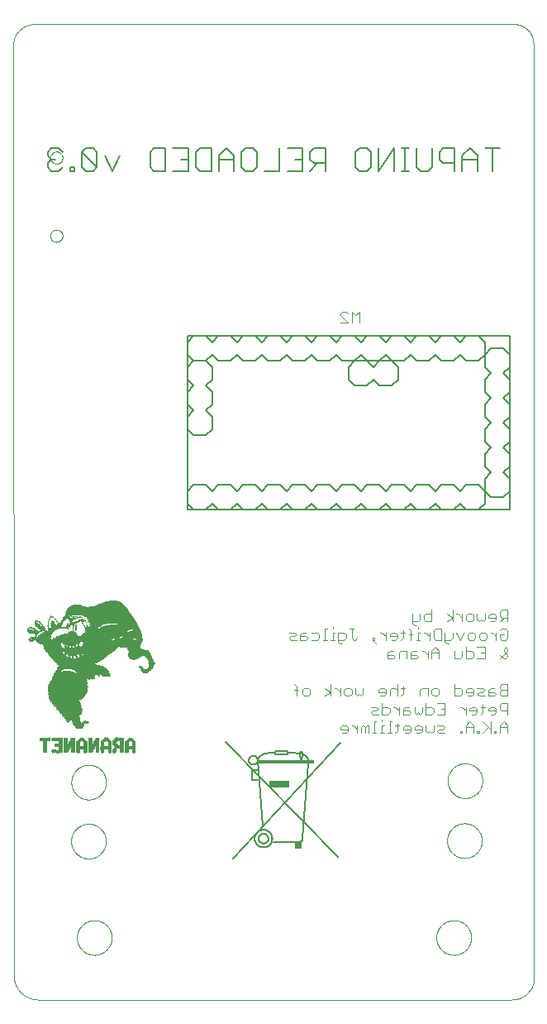
<source format=gbo>
G75*
%MOIN*%
%OFA0B0*%
%FSLAX25Y25*%
%IPPOS*%
%LPD*%
%AMOC8*
5,1,8,0,0,1.08239X$1,22.5*
%
%ADD10C,0.00000*%
%ADD11C,0.00800*%
%ADD12C,0.00400*%
%ADD13R,0.00056X0.03640*%
%ADD14R,0.00056X0.04368*%
%ADD15R,0.00056X0.04536*%
%ADD16R,0.00056X0.04648*%
%ADD17R,0.00056X0.04704*%
%ADD18R,0.00056X0.04760*%
%ADD19R,0.00056X0.04760*%
%ADD20R,0.00056X0.04816*%
%ADD21R,0.00056X0.04984*%
%ADD22R,0.00056X0.05096*%
%ADD23R,0.00056X0.05208*%
%ADD24R,0.00056X0.05208*%
%ADD25R,0.00056X0.05264*%
%ADD26R,0.00056X0.05376*%
%ADD27R,0.00056X0.05488*%
%ADD28R,0.00056X0.05544*%
%ADD29R,0.00056X0.05544*%
%ADD30R,0.00056X0.05432*%
%ADD31R,0.00056X0.01400*%
%ADD32R,0.00056X0.01288*%
%ADD33R,0.00056X0.01344*%
%ADD34R,0.00056X0.01288*%
%ADD35R,0.00056X0.01400*%
%ADD36R,0.00056X0.01456*%
%ADD37R,0.00056X0.01568*%
%ADD38R,0.00056X0.01624*%
%ADD39R,0.00056X0.01512*%
%ADD40R,0.00056X0.01344*%
%ADD41R,0.00056X0.01568*%
%ADD42R,0.00056X0.01624*%
%ADD43R,0.00056X0.01456*%
%ADD44R,0.00056X0.05376*%
%ADD45R,0.00056X0.05432*%
%ADD46R,0.00056X0.05152*%
%ADD47R,0.00056X0.04928*%
%ADD48R,0.00056X0.04872*%
%ADD49R,0.00056X0.04704*%
%ADD50R,0.00056X0.04648*%
%ADD51R,0.00056X0.04592*%
%ADD52R,0.00056X0.04536*%
%ADD53R,0.00056X0.04312*%
%ADD54R,0.00056X0.03808*%
%ADD55R,0.00056X0.05768*%
%ADD56R,0.00056X0.05992*%
%ADD57R,0.00056X0.06104*%
%ADD58R,0.00056X0.06104*%
%ADD59R,0.00056X0.06160*%
%ADD60R,0.00056X0.06160*%
%ADD61R,0.00056X0.06216*%
%ADD62R,0.00056X0.06216*%
%ADD63R,0.00056X0.05824*%
%ADD64R,0.00056X0.01848*%
%ADD65R,0.00056X0.02072*%
%ADD66R,0.00056X0.01680*%
%ADD67R,0.00056X0.02128*%
%ADD68R,0.00056X0.02240*%
%ADD69R,0.00056X0.01736*%
%ADD70R,0.00056X0.02240*%
%ADD71R,0.00056X0.01736*%
%ADD72R,0.00056X0.01792*%
%ADD73R,0.00056X0.02296*%
%ADD74R,0.00056X0.01848*%
%ADD75R,0.00056X0.02408*%
%ADD76R,0.00056X0.05040*%
%ADD77R,0.00056X0.05936*%
%ADD78R,0.00056X0.05992*%
%ADD79R,0.00056X0.06048*%
%ADD80R,0.00056X0.03584*%
%ADD81R,0.00056X0.03472*%
%ADD82R,0.00056X0.03360*%
%ADD83R,0.00056X0.03304*%
%ADD84R,0.00056X0.03248*%
%ADD85R,0.00056X0.03192*%
%ADD86R,0.00056X0.02296*%
%ADD87R,0.00056X0.03080*%
%ADD88R,0.00056X0.02856*%
%ADD89R,0.00056X0.02184*%
%ADD90R,0.00056X0.02520*%
%ADD91R,0.00056X0.02352*%
%ADD92R,0.00056X0.02184*%
%ADD93R,0.00056X0.02128*%
%ADD94R,0.00056X0.02016*%
%ADD95R,0.00056X0.01848*%
%ADD96R,0.00056X0.01008*%
%ADD97R,0.00056X0.03808*%
%ADD98R,0.00056X0.04424*%
%ADD99R,0.00056X0.04816*%
%ADD100R,0.00056X0.04872*%
%ADD101R,0.00056X0.05040*%
%ADD102R,0.00056X0.05152*%
%ADD103R,0.00056X0.05320*%
%ADD104R,0.00056X0.05488*%
%ADD105R,0.00056X0.05600*%
%ADD106R,0.00056X0.01512*%
%ADD107R,0.00056X0.01456*%
%ADD108R,0.00056X0.01512*%
%ADD109R,0.00056X0.05600*%
%ADD110R,0.00056X0.05656*%
%ADD111R,0.00056X0.05264*%
%ADD112R,0.00056X0.04928*%
%ADD113R,0.00056X0.04592*%
%ADD114R,0.00056X0.04480*%
%ADD115R,0.00056X0.04088*%
%ADD116R,0.00056X0.05936*%
%ADD117R,0.00056X0.06104*%
%ADD118R,0.00056X0.06272*%
%ADD119R,0.00056X0.06272*%
%ADD120R,0.00056X0.05768*%
%ADD121R,0.00056X0.02800*%
%ADD122R,0.00056X0.02688*%
%ADD123R,0.00056X0.03024*%
%ADD124R,0.00056X0.03024*%
%ADD125R,0.00056X0.03136*%
%ADD126R,0.00056X0.03136*%
%ADD127R,0.00056X0.02968*%
%ADD128R,0.00056X0.02576*%
%ADD129R,0.00056X0.02632*%
%ADD130R,0.00056X0.02912*%
%ADD131R,0.00056X0.02800*%
%ADD132R,0.00056X0.02464*%
%ADD133R,0.00056X0.02408*%
%ADD134R,0.00056X0.02464*%
%ADD135R,0.00056X0.03080*%
%ADD136R,0.00056X0.02856*%
%ADD137R,0.00056X0.06048*%
%ADD138R,0.00056X0.04032*%
%ADD139R,0.00056X0.05320*%
%ADD140R,0.00056X0.01512*%
%ADD141R,0.00056X0.04984*%
%ADD142R,0.00056X0.03920*%
%ADD143R,0.00056X0.05824*%
%ADD144R,0.00056X0.02744*%
%ADD145R,0.00056X0.02912*%
%ADD146R,0.00056X0.02688*%
%ADD147R,0.00056X0.02520*%
%ADD148R,0.00056X0.02520*%
%ADD149R,0.00056X0.02968*%
%ADD150R,0.00056X0.02632*%
%ADD151R,0.00056X0.02744*%
%ADD152R,0.00056X0.03864*%
%ADD153R,0.00056X0.05880*%
%ADD154R,0.00056X0.01232*%
%ADD155R,0.00056X0.01232*%
%ADD156R,0.00056X0.01176*%
%ADD157R,0.00056X0.01176*%
%ADD158R,0.00056X0.01120*%
%ADD159R,0.00056X0.00504*%
%ADD160R,0.00056X0.01176*%
%ADD161R,0.00056X0.01120*%
%ADD162R,0.00056X0.01064*%
%ADD163R,0.00056X0.01008*%
%ADD164R,0.00056X0.00840*%
%ADD165R,0.00056X0.00840*%
%ADD166R,0.00056X0.00560*%
%ADD167R,0.00056X0.00448*%
%ADD168R,0.00056X0.01176*%
%ADD169R,0.00056X0.00896*%
%ADD170R,0.00056X0.00728*%
%ADD171R,0.01200X0.00100*%
%ADD172R,0.01700X0.00100*%
%ADD173R,0.02000X0.00100*%
%ADD174R,0.02400X0.00100*%
%ADD175R,0.02700X0.00100*%
%ADD176R,0.02900X0.00100*%
%ADD177R,0.03100X0.00100*%
%ADD178R,0.03300X0.00100*%
%ADD179R,0.03400X0.00100*%
%ADD180R,0.03600X0.00100*%
%ADD181R,0.03700X0.00100*%
%ADD182R,0.03900X0.00100*%
%ADD183R,0.04000X0.00100*%
%ADD184R,0.04100X0.00100*%
%ADD185R,0.04200X0.00100*%
%ADD186R,0.04300X0.00100*%
%ADD187R,0.04500X0.00100*%
%ADD188R,0.04600X0.00100*%
%ADD189R,0.04700X0.00100*%
%ADD190R,0.04800X0.00100*%
%ADD191R,0.00600X0.00100*%
%ADD192R,0.01300X0.00100*%
%ADD193R,0.02500X0.00100*%
%ADD194R,0.03200X0.00100*%
%ADD195R,0.00100X0.00100*%
%ADD196R,0.00300X0.00100*%
%ADD197R,0.02300X0.00100*%
%ADD198R,0.00200X0.00100*%
%ADD199R,0.01500X0.00100*%
%ADD200R,0.00700X0.00100*%
%ADD201R,0.01100X0.00100*%
%ADD202R,0.00800X0.00100*%
%ADD203R,0.01400X0.00100*%
%ADD204R,0.01600X0.00100*%
%ADD205R,0.05300X0.00100*%
%ADD206R,0.05100X0.00100*%
%ADD207R,0.05700X0.00100*%
%ADD208R,0.05500X0.00100*%
%ADD209R,0.05900X0.00100*%
%ADD210R,0.05800X0.00100*%
%ADD211R,0.06100X0.00100*%
%ADD212R,0.06200X0.00100*%
%ADD213R,0.06300X0.00100*%
%ADD214R,0.06500X0.00100*%
%ADD215R,0.06700X0.00100*%
%ADD216R,0.07100X0.00100*%
%ADD217R,0.07300X0.00100*%
%ADD218R,0.07600X0.00100*%
%ADD219R,0.07800X0.00100*%
%ADD220R,0.07900X0.00100*%
%ADD221R,0.08200X0.00100*%
%ADD222R,0.08100X0.00100*%
%ADD223R,0.08300X0.00100*%
%ADD224R,0.08500X0.00100*%
%ADD225R,0.08700X0.00100*%
%ADD226R,0.08800X0.00100*%
%ADD227R,0.09000X0.00100*%
%ADD228R,0.09200X0.00100*%
%ADD229R,0.09400X0.00100*%
%ADD230R,0.09500X0.00100*%
%ADD231R,0.09700X0.00100*%
%ADD232R,0.09600X0.00100*%
%ADD233R,0.09900X0.00100*%
%ADD234R,0.10100X0.00100*%
%ADD235R,0.10200X0.00100*%
%ADD236R,0.10300X0.00100*%
%ADD237R,0.10400X0.00100*%
%ADD238R,0.10500X0.00100*%
%ADD239R,0.10700X0.00100*%
%ADD240R,0.10600X0.00100*%
%ADD241R,0.10800X0.00100*%
%ADD242R,0.11000X0.00100*%
%ADD243R,0.10900X0.00100*%
%ADD244R,0.11200X0.00100*%
%ADD245R,0.11100X0.00100*%
%ADD246R,0.11500X0.00100*%
%ADD247R,0.12000X0.00100*%
%ADD248R,0.12300X0.00100*%
%ADD249R,0.12400X0.00100*%
%ADD250R,0.12700X0.00100*%
%ADD251R,0.12800X0.00100*%
%ADD252R,0.12900X0.00100*%
%ADD253R,0.13300X0.00100*%
%ADD254R,0.13700X0.00100*%
%ADD255R,0.13800X0.00100*%
%ADD256R,0.14000X0.00100*%
%ADD257R,0.14100X0.00100*%
%ADD258R,0.14200X0.00100*%
%ADD259R,0.14400X0.00100*%
%ADD260R,0.14500X0.00100*%
%ADD261R,0.14600X0.00100*%
%ADD262R,0.14800X0.00100*%
%ADD263R,0.14900X0.00100*%
%ADD264R,0.15000X0.00100*%
%ADD265R,0.15100X0.00100*%
%ADD266R,0.15200X0.00100*%
%ADD267R,0.15300X0.00100*%
%ADD268R,0.15400X0.00100*%
%ADD269R,0.15500X0.00100*%
%ADD270R,0.15600X0.00100*%
%ADD271R,0.15700X0.00100*%
%ADD272R,0.15800X0.00100*%
%ADD273R,0.15900X0.00100*%
%ADD274R,0.16000X0.00100*%
%ADD275R,0.16100X0.00100*%
%ADD276R,0.16200X0.00100*%
%ADD277R,0.14700X0.00100*%
%ADD278R,0.14300X0.00100*%
%ADD279R,0.13900X0.00100*%
%ADD280R,0.00500X0.00100*%
%ADD281R,0.17300X0.00100*%
%ADD282R,0.17100X0.00100*%
%ADD283R,0.17000X0.00100*%
%ADD284R,0.16900X0.00100*%
%ADD285R,0.16800X0.00100*%
%ADD286R,0.16700X0.00100*%
%ADD287R,0.16600X0.00100*%
%ADD288R,0.00400X0.00100*%
%ADD289R,0.03500X0.00100*%
%ADD290R,0.01000X0.00100*%
%ADD291R,0.16500X0.00100*%
%ADD292R,0.03800X0.00100*%
%ADD293R,0.22500X0.00100*%
%ADD294R,0.22400X0.00100*%
%ADD295R,0.22300X0.00100*%
%ADD296R,0.22200X0.00100*%
%ADD297R,0.13000X0.00100*%
%ADD298R,0.08400X0.00100*%
%ADD299R,0.01800X0.00100*%
%ADD300R,0.02100X0.00100*%
%ADD301R,0.13100X0.00100*%
%ADD302R,0.07500X0.00100*%
%ADD303R,0.13200X0.00100*%
%ADD304R,0.01900X0.00100*%
%ADD305R,0.02800X0.00100*%
%ADD306R,0.13400X0.00100*%
%ADD307R,0.13500X0.00100*%
%ADD308R,0.02200X0.00100*%
%ADD309R,0.02600X0.00100*%
%ADD310R,0.19700X0.00100*%
%ADD311R,0.19600X0.00100*%
%ADD312R,0.19400X0.00100*%
%ADD313R,0.19300X0.00100*%
%ADD314R,0.19100X0.00100*%
%ADD315R,0.18900X0.00100*%
%ADD316R,0.18700X0.00100*%
%ADD317R,0.18400X0.00100*%
%ADD318R,0.18100X0.00100*%
%ADD319R,0.17800X0.00100*%
%ADD320R,0.17400X0.00100*%
%ADD321R,0.16400X0.00100*%
%ADD322R,0.17200X0.00100*%
%ADD323R,0.17500X0.00100*%
%ADD324R,0.18000X0.00100*%
%ADD325R,0.18300X0.00100*%
%ADD326R,0.18600X0.00100*%
%ADD327R,0.19900X0.00100*%
%ADD328R,0.20000X0.00100*%
%ADD329R,0.20200X0.00100*%
%ADD330R,0.20500X0.00100*%
%ADD331R,0.20700X0.00100*%
%ADD332R,0.11300X0.00100*%
%ADD333R,0.04400X0.00100*%
%ADD334R,0.07700X0.00100*%
%ADD335R,0.07000X0.00100*%
%ADD336R,0.05000X0.00100*%
%ADD337R,0.06900X0.00100*%
%ADD338R,0.06800X0.00100*%
%ADD339R,0.05600X0.00100*%
%ADD340R,0.00900X0.00100*%
%ADD341R,0.09100X0.00100*%
%ADD342R,0.09800X0.00100*%
%ADD343R,0.10000X0.00100*%
%ADD344R,0.07200X0.00100*%
%ADD345R,0.08600X0.00100*%
%ADD346R,0.18500X0.00100*%
%ADD347R,0.18800X0.00100*%
%ADD348R,0.06400X0.00100*%
%ADD349R,0.19200X0.00100*%
%ADD350R,0.06600X0.00100*%
%ADD351R,0.27400X0.00100*%
%ADD352R,0.08000X0.00100*%
%ADD353R,0.27600X0.00100*%
%ADD354R,0.27800X0.00100*%
%ADD355R,0.27900X0.00100*%
%ADD356R,0.28200X0.00100*%
%ADD357R,0.28300X0.00100*%
%ADD358R,0.28500X0.00100*%
%ADD359R,0.28600X0.00100*%
%ADD360R,0.28800X0.00100*%
%ADD361R,0.29100X0.00100*%
%ADD362R,0.20900X0.00100*%
%ADD363R,0.21000X0.00100*%
%ADD364R,0.17600X0.00100*%
%ADD365R,0.07400X0.00100*%
%ADD366R,0.23800X0.00100*%
%ADD367R,0.23700X0.00100*%
%ADD368R,0.23600X0.00100*%
%ADD369R,0.23500X0.00100*%
%ADD370R,0.04900X0.00100*%
%ADD371R,0.09300X0.00100*%
%ADD372R,0.12600X0.00100*%
%ADD373R,0.18200X0.00100*%
%ADD374R,0.42900X0.00100*%
%ADD375R,0.11800X0.00100*%
%ADD376R,0.30600X0.00100*%
%ADD377R,0.33400X0.00100*%
%ADD378R,0.24100X0.00100*%
%ADD379R,0.23900X0.00100*%
%ADD380R,0.24200X0.00100*%
%ADD381R,0.03000X0.00100*%
%ADD382R,0.25600X0.00100*%
%ADD383R,0.05400X0.00100*%
%ADD384R,0.25800X0.00100*%
%ADD385R,0.25900X0.00100*%
%ADD386R,0.25500X0.00100*%
%ADD387R,0.25700X0.00100*%
%ADD388R,0.25400X0.00100*%
%ADD389R,0.25300X0.00100*%
%ADD390R,0.24400X0.00100*%
%ADD391R,0.23400X0.00100*%
%ADD392R,0.23100X0.00100*%
%ADD393R,0.23000X0.00100*%
%ADD394R,0.22900X0.00100*%
%ADD395R,0.22700X0.00100*%
%ADD396R,0.21900X0.00100*%
%ADD397R,0.22000X0.00100*%
%ADD398R,0.05200X0.00100*%
%ADD399R,0.11400X0.00100*%
%ADD400R,0.06000X0.00100*%
%ADD401R,0.19000X0.00100*%
%ADD402R,0.19500X0.00100*%
%ADD403R,0.20300X0.00100*%
%ADD404R,0.26500X0.00100*%
%ADD405R,0.26400X0.00100*%
%ADD406R,0.26300X0.00100*%
%ADD407R,0.26200X0.00100*%
%ADD408R,0.26100X0.00100*%
%ADD409R,0.26000X0.00100*%
%ADD410R,0.25200X0.00100*%
%ADD411R,0.25000X0.00100*%
%ADD412R,0.24800X0.00100*%
%ADD413R,0.24700X0.00100*%
%ADD414R,0.24600X0.00100*%
%ADD415R,0.24500X0.00100*%
%ADD416R,0.24300X0.00100*%
%ADD417R,0.24000X0.00100*%
%ADD418R,0.23300X0.00100*%
%ADD419R,0.23200X0.00100*%
%ADD420R,0.13600X0.00100*%
%ADD421R,0.12200X0.00100*%
%ADD422R,0.08900X0.00100*%
%ADD423C,0.00787*%
%ADD424R,0.23130X0.01673*%
%ADD425R,0.07972X0.02756*%
%ADD426R,0.02756X0.02657*%
%ADD427C,0.00500*%
D10*
X0001297Y0010767D02*
X0001000Y0385429D01*
X0001003Y0385640D01*
X0001010Y0385850D01*
X0001023Y0386061D01*
X0001041Y0386271D01*
X0001064Y0386480D01*
X0001092Y0386689D01*
X0001124Y0386897D01*
X0001162Y0387104D01*
X0001205Y0387311D01*
X0001253Y0387516D01*
X0001306Y0387720D01*
X0001364Y0387922D01*
X0001427Y0388124D01*
X0001494Y0388323D01*
X0001567Y0388521D01*
X0001644Y0388717D01*
X0001726Y0388911D01*
X0001812Y0389104D01*
X0001903Y0389294D01*
X0001999Y0389481D01*
X0002099Y0389667D01*
X0002204Y0389850D01*
X0002313Y0390030D01*
X0002426Y0390208D01*
X0002544Y0390383D01*
X0002665Y0390554D01*
X0002791Y0390723D01*
X0002921Y0390889D01*
X0003055Y0391052D01*
X0003193Y0391211D01*
X0003335Y0391367D01*
X0003480Y0391520D01*
X0003629Y0391669D01*
X0003782Y0391814D01*
X0003938Y0391956D01*
X0004097Y0392094D01*
X0004260Y0392228D01*
X0004426Y0392358D01*
X0004595Y0392484D01*
X0004766Y0392605D01*
X0004941Y0392723D01*
X0005119Y0392836D01*
X0005299Y0392945D01*
X0005482Y0393050D01*
X0005668Y0393150D01*
X0005855Y0393246D01*
X0006045Y0393337D01*
X0006238Y0393423D01*
X0006432Y0393505D01*
X0006628Y0393582D01*
X0006826Y0393655D01*
X0007025Y0393722D01*
X0007227Y0393785D01*
X0007429Y0393843D01*
X0007633Y0393896D01*
X0007838Y0393944D01*
X0008045Y0393987D01*
X0008252Y0394025D01*
X0008460Y0394057D01*
X0008669Y0394085D01*
X0008878Y0394108D01*
X0009088Y0394126D01*
X0009299Y0394139D01*
X0009509Y0394146D01*
X0009720Y0394149D01*
X0009720Y0394148D02*
X0203035Y0394148D01*
X0203226Y0394146D01*
X0203416Y0394139D01*
X0203606Y0394127D01*
X0203796Y0394111D01*
X0203986Y0394091D01*
X0204174Y0394065D01*
X0204363Y0394035D01*
X0204550Y0394001D01*
X0204737Y0393962D01*
X0204922Y0393919D01*
X0205107Y0393871D01*
X0205290Y0393819D01*
X0205472Y0393762D01*
X0205652Y0393701D01*
X0205831Y0393636D01*
X0206009Y0393566D01*
X0206184Y0393492D01*
X0206358Y0393414D01*
X0206530Y0393331D01*
X0206700Y0393245D01*
X0206867Y0393154D01*
X0207033Y0393059D01*
X0207196Y0392961D01*
X0207357Y0392858D01*
X0207515Y0392752D01*
X0207670Y0392642D01*
X0207823Y0392528D01*
X0207973Y0392411D01*
X0208120Y0392289D01*
X0208264Y0392165D01*
X0208405Y0392037D01*
X0208543Y0391905D01*
X0208678Y0391770D01*
X0208810Y0391632D01*
X0208938Y0391491D01*
X0209062Y0391347D01*
X0209184Y0391200D01*
X0209301Y0391050D01*
X0209415Y0390897D01*
X0209525Y0390742D01*
X0209631Y0390584D01*
X0209734Y0390423D01*
X0209832Y0390260D01*
X0209927Y0390094D01*
X0210018Y0389927D01*
X0210104Y0389757D01*
X0210187Y0389585D01*
X0210265Y0389411D01*
X0210339Y0389236D01*
X0210409Y0389058D01*
X0210474Y0388879D01*
X0210535Y0388699D01*
X0210592Y0388517D01*
X0210644Y0388334D01*
X0210692Y0388149D01*
X0210735Y0387964D01*
X0210774Y0387777D01*
X0210808Y0387590D01*
X0210838Y0387401D01*
X0210864Y0387213D01*
X0210884Y0387023D01*
X0210900Y0386833D01*
X0210912Y0386643D01*
X0210919Y0386453D01*
X0210921Y0386262D01*
X0211218Y0009978D01*
X0211215Y0009761D01*
X0211208Y0009544D01*
X0211194Y0009328D01*
X0211176Y0009111D01*
X0211153Y0008896D01*
X0211124Y0008681D01*
X0211090Y0008466D01*
X0211051Y0008253D01*
X0211006Y0008041D01*
X0210957Y0007829D01*
X0210903Y0007619D01*
X0210843Y0007411D01*
X0210779Y0007204D01*
X0210709Y0006998D01*
X0210635Y0006794D01*
X0210555Y0006592D01*
X0210471Y0006393D01*
X0210382Y0006195D01*
X0210288Y0005999D01*
X0210190Y0005806D01*
X0210086Y0005615D01*
X0209979Y0005427D01*
X0209867Y0005241D01*
X0209750Y0005058D01*
X0209629Y0004878D01*
X0209503Y0004701D01*
X0209374Y0004527D01*
X0209240Y0004356D01*
X0209102Y0004189D01*
X0208960Y0004024D01*
X0208814Y0003864D01*
X0208665Y0003707D01*
X0208511Y0003553D01*
X0208354Y0003404D01*
X0208194Y0003258D01*
X0208029Y0003116D01*
X0207862Y0002978D01*
X0207691Y0002844D01*
X0207517Y0002715D01*
X0207340Y0002589D01*
X0207160Y0002468D01*
X0206977Y0002351D01*
X0206791Y0002239D01*
X0206603Y0002132D01*
X0206412Y0002028D01*
X0206219Y0001930D01*
X0206023Y0001836D01*
X0205825Y0001747D01*
X0205626Y0001663D01*
X0205424Y0001583D01*
X0205220Y0001509D01*
X0205014Y0001439D01*
X0204807Y0001375D01*
X0204599Y0001315D01*
X0204389Y0001261D01*
X0204177Y0001212D01*
X0203965Y0001167D01*
X0203752Y0001128D01*
X0203537Y0001094D01*
X0203322Y0001065D01*
X0203107Y0001042D01*
X0202890Y0001024D01*
X0202674Y0001010D01*
X0202457Y0001003D01*
X0202240Y0001000D01*
X0011063Y0001000D01*
X0010827Y0001003D01*
X0010591Y0001011D01*
X0010356Y0001026D01*
X0010120Y0001046D01*
X0009886Y0001071D01*
X0009652Y0001102D01*
X0009419Y0001139D01*
X0009186Y0001182D01*
X0008955Y0001230D01*
X0008726Y0001284D01*
X0008497Y0001343D01*
X0008270Y0001408D01*
X0008045Y0001478D01*
X0007821Y0001554D01*
X0007600Y0001635D01*
X0007380Y0001721D01*
X0007162Y0001813D01*
X0006947Y0001910D01*
X0006734Y0002012D01*
X0006524Y0002119D01*
X0006316Y0002231D01*
X0006112Y0002348D01*
X0005910Y0002470D01*
X0005711Y0002597D01*
X0005515Y0002729D01*
X0005322Y0002865D01*
X0005133Y0003006D01*
X0004947Y0003152D01*
X0004765Y0003302D01*
X0004586Y0003456D01*
X0004412Y0003615D01*
X0004241Y0003778D01*
X0004074Y0003945D01*
X0003911Y0004116D01*
X0003752Y0004290D01*
X0003598Y0004469D01*
X0003448Y0004651D01*
X0003302Y0004837D01*
X0003161Y0005026D01*
X0003025Y0005219D01*
X0002893Y0005415D01*
X0002766Y0005614D01*
X0002644Y0005816D01*
X0002527Y0006020D01*
X0002415Y0006228D01*
X0002308Y0006438D01*
X0002206Y0006651D01*
X0002109Y0006866D01*
X0002017Y0007084D01*
X0001931Y0007304D01*
X0001850Y0007525D01*
X0001774Y0007749D01*
X0001704Y0007974D01*
X0001639Y0008201D01*
X0001580Y0008430D01*
X0001526Y0008659D01*
X0001478Y0008890D01*
X0001435Y0009123D01*
X0001398Y0009356D01*
X0001367Y0009590D01*
X0001342Y0009824D01*
X0001322Y0010060D01*
X0001307Y0010295D01*
X0001299Y0010531D01*
X0001296Y0010767D01*
X0024468Y0064839D02*
X0024470Y0065011D01*
X0024476Y0065182D01*
X0024487Y0065354D01*
X0024502Y0065525D01*
X0024521Y0065696D01*
X0024544Y0065866D01*
X0024571Y0066036D01*
X0024603Y0066205D01*
X0024638Y0066373D01*
X0024678Y0066540D01*
X0024722Y0066706D01*
X0024769Y0066871D01*
X0024821Y0067035D01*
X0024877Y0067197D01*
X0024937Y0067358D01*
X0025001Y0067518D01*
X0025069Y0067676D01*
X0025140Y0067832D01*
X0025215Y0067986D01*
X0025295Y0068139D01*
X0025377Y0068289D01*
X0025464Y0068438D01*
X0025554Y0068584D01*
X0025648Y0068728D01*
X0025745Y0068870D01*
X0025846Y0069009D01*
X0025950Y0069146D01*
X0026057Y0069280D01*
X0026168Y0069411D01*
X0026281Y0069540D01*
X0026398Y0069666D01*
X0026518Y0069789D01*
X0026641Y0069909D01*
X0026767Y0070026D01*
X0026896Y0070139D01*
X0027027Y0070250D01*
X0027161Y0070357D01*
X0027298Y0070461D01*
X0027437Y0070562D01*
X0027579Y0070659D01*
X0027723Y0070753D01*
X0027869Y0070843D01*
X0028018Y0070930D01*
X0028168Y0071012D01*
X0028321Y0071092D01*
X0028475Y0071167D01*
X0028631Y0071238D01*
X0028789Y0071306D01*
X0028949Y0071370D01*
X0029110Y0071430D01*
X0029272Y0071486D01*
X0029436Y0071538D01*
X0029601Y0071585D01*
X0029767Y0071629D01*
X0029934Y0071669D01*
X0030102Y0071704D01*
X0030271Y0071736D01*
X0030441Y0071763D01*
X0030611Y0071786D01*
X0030782Y0071805D01*
X0030953Y0071820D01*
X0031125Y0071831D01*
X0031296Y0071837D01*
X0031468Y0071839D01*
X0031640Y0071837D01*
X0031811Y0071831D01*
X0031983Y0071820D01*
X0032154Y0071805D01*
X0032325Y0071786D01*
X0032495Y0071763D01*
X0032665Y0071736D01*
X0032834Y0071704D01*
X0033002Y0071669D01*
X0033169Y0071629D01*
X0033335Y0071585D01*
X0033500Y0071538D01*
X0033664Y0071486D01*
X0033826Y0071430D01*
X0033987Y0071370D01*
X0034147Y0071306D01*
X0034305Y0071238D01*
X0034461Y0071167D01*
X0034615Y0071092D01*
X0034768Y0071012D01*
X0034918Y0070930D01*
X0035067Y0070843D01*
X0035213Y0070753D01*
X0035357Y0070659D01*
X0035499Y0070562D01*
X0035638Y0070461D01*
X0035775Y0070357D01*
X0035909Y0070250D01*
X0036040Y0070139D01*
X0036169Y0070026D01*
X0036295Y0069909D01*
X0036418Y0069789D01*
X0036538Y0069666D01*
X0036655Y0069540D01*
X0036768Y0069411D01*
X0036879Y0069280D01*
X0036986Y0069146D01*
X0037090Y0069009D01*
X0037191Y0068870D01*
X0037288Y0068728D01*
X0037382Y0068584D01*
X0037472Y0068438D01*
X0037559Y0068289D01*
X0037641Y0068139D01*
X0037721Y0067986D01*
X0037796Y0067832D01*
X0037867Y0067676D01*
X0037935Y0067518D01*
X0037999Y0067358D01*
X0038059Y0067197D01*
X0038115Y0067035D01*
X0038167Y0066871D01*
X0038214Y0066706D01*
X0038258Y0066540D01*
X0038298Y0066373D01*
X0038333Y0066205D01*
X0038365Y0066036D01*
X0038392Y0065866D01*
X0038415Y0065696D01*
X0038434Y0065525D01*
X0038449Y0065354D01*
X0038460Y0065182D01*
X0038466Y0065011D01*
X0038468Y0064839D01*
X0038466Y0064667D01*
X0038460Y0064496D01*
X0038449Y0064324D01*
X0038434Y0064153D01*
X0038415Y0063982D01*
X0038392Y0063812D01*
X0038365Y0063642D01*
X0038333Y0063473D01*
X0038298Y0063305D01*
X0038258Y0063138D01*
X0038214Y0062972D01*
X0038167Y0062807D01*
X0038115Y0062643D01*
X0038059Y0062481D01*
X0037999Y0062320D01*
X0037935Y0062160D01*
X0037867Y0062002D01*
X0037796Y0061846D01*
X0037721Y0061692D01*
X0037641Y0061539D01*
X0037559Y0061389D01*
X0037472Y0061240D01*
X0037382Y0061094D01*
X0037288Y0060950D01*
X0037191Y0060808D01*
X0037090Y0060669D01*
X0036986Y0060532D01*
X0036879Y0060398D01*
X0036768Y0060267D01*
X0036655Y0060138D01*
X0036538Y0060012D01*
X0036418Y0059889D01*
X0036295Y0059769D01*
X0036169Y0059652D01*
X0036040Y0059539D01*
X0035909Y0059428D01*
X0035775Y0059321D01*
X0035638Y0059217D01*
X0035499Y0059116D01*
X0035357Y0059019D01*
X0035213Y0058925D01*
X0035067Y0058835D01*
X0034918Y0058748D01*
X0034768Y0058666D01*
X0034615Y0058586D01*
X0034461Y0058511D01*
X0034305Y0058440D01*
X0034147Y0058372D01*
X0033987Y0058308D01*
X0033826Y0058248D01*
X0033664Y0058192D01*
X0033500Y0058140D01*
X0033335Y0058093D01*
X0033169Y0058049D01*
X0033002Y0058009D01*
X0032834Y0057974D01*
X0032665Y0057942D01*
X0032495Y0057915D01*
X0032325Y0057892D01*
X0032154Y0057873D01*
X0031983Y0057858D01*
X0031811Y0057847D01*
X0031640Y0057841D01*
X0031468Y0057839D01*
X0031296Y0057841D01*
X0031125Y0057847D01*
X0030953Y0057858D01*
X0030782Y0057873D01*
X0030611Y0057892D01*
X0030441Y0057915D01*
X0030271Y0057942D01*
X0030102Y0057974D01*
X0029934Y0058009D01*
X0029767Y0058049D01*
X0029601Y0058093D01*
X0029436Y0058140D01*
X0029272Y0058192D01*
X0029110Y0058248D01*
X0028949Y0058308D01*
X0028789Y0058372D01*
X0028631Y0058440D01*
X0028475Y0058511D01*
X0028321Y0058586D01*
X0028168Y0058666D01*
X0028018Y0058748D01*
X0027869Y0058835D01*
X0027723Y0058925D01*
X0027579Y0059019D01*
X0027437Y0059116D01*
X0027298Y0059217D01*
X0027161Y0059321D01*
X0027027Y0059428D01*
X0026896Y0059539D01*
X0026767Y0059652D01*
X0026641Y0059769D01*
X0026518Y0059889D01*
X0026398Y0060012D01*
X0026281Y0060138D01*
X0026168Y0060267D01*
X0026057Y0060398D01*
X0025950Y0060532D01*
X0025846Y0060669D01*
X0025745Y0060808D01*
X0025648Y0060950D01*
X0025554Y0061094D01*
X0025464Y0061240D01*
X0025377Y0061389D01*
X0025295Y0061539D01*
X0025215Y0061692D01*
X0025140Y0061846D01*
X0025069Y0062002D01*
X0025001Y0062160D01*
X0024937Y0062320D01*
X0024877Y0062481D01*
X0024821Y0062643D01*
X0024769Y0062807D01*
X0024722Y0062972D01*
X0024678Y0063138D01*
X0024638Y0063305D01*
X0024603Y0063473D01*
X0024571Y0063642D01*
X0024544Y0063812D01*
X0024521Y0063982D01*
X0024502Y0064153D01*
X0024487Y0064324D01*
X0024476Y0064496D01*
X0024470Y0064667D01*
X0024468Y0064839D01*
X0024536Y0088621D02*
X0024538Y0088793D01*
X0024544Y0088964D01*
X0024555Y0089136D01*
X0024570Y0089307D01*
X0024589Y0089478D01*
X0024612Y0089648D01*
X0024639Y0089818D01*
X0024671Y0089987D01*
X0024706Y0090155D01*
X0024746Y0090322D01*
X0024790Y0090488D01*
X0024837Y0090653D01*
X0024889Y0090817D01*
X0024945Y0090979D01*
X0025005Y0091140D01*
X0025069Y0091300D01*
X0025137Y0091458D01*
X0025208Y0091614D01*
X0025283Y0091768D01*
X0025363Y0091921D01*
X0025445Y0092071D01*
X0025532Y0092220D01*
X0025622Y0092366D01*
X0025716Y0092510D01*
X0025813Y0092652D01*
X0025914Y0092791D01*
X0026018Y0092928D01*
X0026125Y0093062D01*
X0026236Y0093193D01*
X0026349Y0093322D01*
X0026466Y0093448D01*
X0026586Y0093571D01*
X0026709Y0093691D01*
X0026835Y0093808D01*
X0026964Y0093921D01*
X0027095Y0094032D01*
X0027229Y0094139D01*
X0027366Y0094243D01*
X0027505Y0094344D01*
X0027647Y0094441D01*
X0027791Y0094535D01*
X0027937Y0094625D01*
X0028086Y0094712D01*
X0028236Y0094794D01*
X0028389Y0094874D01*
X0028543Y0094949D01*
X0028699Y0095020D01*
X0028857Y0095088D01*
X0029017Y0095152D01*
X0029178Y0095212D01*
X0029340Y0095268D01*
X0029504Y0095320D01*
X0029669Y0095367D01*
X0029835Y0095411D01*
X0030002Y0095451D01*
X0030170Y0095486D01*
X0030339Y0095518D01*
X0030509Y0095545D01*
X0030679Y0095568D01*
X0030850Y0095587D01*
X0031021Y0095602D01*
X0031193Y0095613D01*
X0031364Y0095619D01*
X0031536Y0095621D01*
X0031708Y0095619D01*
X0031879Y0095613D01*
X0032051Y0095602D01*
X0032222Y0095587D01*
X0032393Y0095568D01*
X0032563Y0095545D01*
X0032733Y0095518D01*
X0032902Y0095486D01*
X0033070Y0095451D01*
X0033237Y0095411D01*
X0033403Y0095367D01*
X0033568Y0095320D01*
X0033732Y0095268D01*
X0033894Y0095212D01*
X0034055Y0095152D01*
X0034215Y0095088D01*
X0034373Y0095020D01*
X0034529Y0094949D01*
X0034683Y0094874D01*
X0034836Y0094794D01*
X0034986Y0094712D01*
X0035135Y0094625D01*
X0035281Y0094535D01*
X0035425Y0094441D01*
X0035567Y0094344D01*
X0035706Y0094243D01*
X0035843Y0094139D01*
X0035977Y0094032D01*
X0036108Y0093921D01*
X0036237Y0093808D01*
X0036363Y0093691D01*
X0036486Y0093571D01*
X0036606Y0093448D01*
X0036723Y0093322D01*
X0036836Y0093193D01*
X0036947Y0093062D01*
X0037054Y0092928D01*
X0037158Y0092791D01*
X0037259Y0092652D01*
X0037356Y0092510D01*
X0037450Y0092366D01*
X0037540Y0092220D01*
X0037627Y0092071D01*
X0037709Y0091921D01*
X0037789Y0091768D01*
X0037864Y0091614D01*
X0037935Y0091458D01*
X0038003Y0091300D01*
X0038067Y0091140D01*
X0038127Y0090979D01*
X0038183Y0090817D01*
X0038235Y0090653D01*
X0038282Y0090488D01*
X0038326Y0090322D01*
X0038366Y0090155D01*
X0038401Y0089987D01*
X0038433Y0089818D01*
X0038460Y0089648D01*
X0038483Y0089478D01*
X0038502Y0089307D01*
X0038517Y0089136D01*
X0038528Y0088964D01*
X0038534Y0088793D01*
X0038536Y0088621D01*
X0038534Y0088449D01*
X0038528Y0088278D01*
X0038517Y0088106D01*
X0038502Y0087935D01*
X0038483Y0087764D01*
X0038460Y0087594D01*
X0038433Y0087424D01*
X0038401Y0087255D01*
X0038366Y0087087D01*
X0038326Y0086920D01*
X0038282Y0086754D01*
X0038235Y0086589D01*
X0038183Y0086425D01*
X0038127Y0086263D01*
X0038067Y0086102D01*
X0038003Y0085942D01*
X0037935Y0085784D01*
X0037864Y0085628D01*
X0037789Y0085474D01*
X0037709Y0085321D01*
X0037627Y0085171D01*
X0037540Y0085022D01*
X0037450Y0084876D01*
X0037356Y0084732D01*
X0037259Y0084590D01*
X0037158Y0084451D01*
X0037054Y0084314D01*
X0036947Y0084180D01*
X0036836Y0084049D01*
X0036723Y0083920D01*
X0036606Y0083794D01*
X0036486Y0083671D01*
X0036363Y0083551D01*
X0036237Y0083434D01*
X0036108Y0083321D01*
X0035977Y0083210D01*
X0035843Y0083103D01*
X0035706Y0082999D01*
X0035567Y0082898D01*
X0035425Y0082801D01*
X0035281Y0082707D01*
X0035135Y0082617D01*
X0034986Y0082530D01*
X0034836Y0082448D01*
X0034683Y0082368D01*
X0034529Y0082293D01*
X0034373Y0082222D01*
X0034215Y0082154D01*
X0034055Y0082090D01*
X0033894Y0082030D01*
X0033732Y0081974D01*
X0033568Y0081922D01*
X0033403Y0081875D01*
X0033237Y0081831D01*
X0033070Y0081791D01*
X0032902Y0081756D01*
X0032733Y0081724D01*
X0032563Y0081697D01*
X0032393Y0081674D01*
X0032222Y0081655D01*
X0032051Y0081640D01*
X0031879Y0081629D01*
X0031708Y0081623D01*
X0031536Y0081621D01*
X0031364Y0081623D01*
X0031193Y0081629D01*
X0031021Y0081640D01*
X0030850Y0081655D01*
X0030679Y0081674D01*
X0030509Y0081697D01*
X0030339Y0081724D01*
X0030170Y0081756D01*
X0030002Y0081791D01*
X0029835Y0081831D01*
X0029669Y0081875D01*
X0029504Y0081922D01*
X0029340Y0081974D01*
X0029178Y0082030D01*
X0029017Y0082090D01*
X0028857Y0082154D01*
X0028699Y0082222D01*
X0028543Y0082293D01*
X0028389Y0082368D01*
X0028236Y0082448D01*
X0028086Y0082530D01*
X0027937Y0082617D01*
X0027791Y0082707D01*
X0027647Y0082801D01*
X0027505Y0082898D01*
X0027366Y0082999D01*
X0027229Y0083103D01*
X0027095Y0083210D01*
X0026964Y0083321D01*
X0026835Y0083434D01*
X0026709Y0083551D01*
X0026586Y0083671D01*
X0026466Y0083794D01*
X0026349Y0083920D01*
X0026236Y0084049D01*
X0026125Y0084180D01*
X0026018Y0084314D01*
X0025914Y0084451D01*
X0025813Y0084590D01*
X0025716Y0084732D01*
X0025622Y0084876D01*
X0025532Y0085022D01*
X0025445Y0085171D01*
X0025363Y0085321D01*
X0025283Y0085474D01*
X0025208Y0085628D01*
X0025137Y0085784D01*
X0025069Y0085942D01*
X0025005Y0086102D01*
X0024945Y0086263D01*
X0024889Y0086425D01*
X0024837Y0086589D01*
X0024790Y0086754D01*
X0024746Y0086920D01*
X0024706Y0087087D01*
X0024671Y0087255D01*
X0024639Y0087424D01*
X0024612Y0087594D01*
X0024589Y0087764D01*
X0024570Y0087935D01*
X0024555Y0088106D01*
X0024544Y0088278D01*
X0024538Y0088449D01*
X0024536Y0088621D01*
X0026797Y0026000D02*
X0026799Y0026172D01*
X0026805Y0026343D01*
X0026816Y0026515D01*
X0026831Y0026686D01*
X0026850Y0026857D01*
X0026873Y0027027D01*
X0026900Y0027197D01*
X0026932Y0027366D01*
X0026967Y0027534D01*
X0027007Y0027701D01*
X0027051Y0027867D01*
X0027098Y0028032D01*
X0027150Y0028196D01*
X0027206Y0028358D01*
X0027266Y0028519D01*
X0027330Y0028679D01*
X0027398Y0028837D01*
X0027469Y0028993D01*
X0027544Y0029147D01*
X0027624Y0029300D01*
X0027706Y0029450D01*
X0027793Y0029599D01*
X0027883Y0029745D01*
X0027977Y0029889D01*
X0028074Y0030031D01*
X0028175Y0030170D01*
X0028279Y0030307D01*
X0028386Y0030441D01*
X0028497Y0030572D01*
X0028610Y0030701D01*
X0028727Y0030827D01*
X0028847Y0030950D01*
X0028970Y0031070D01*
X0029096Y0031187D01*
X0029225Y0031300D01*
X0029356Y0031411D01*
X0029490Y0031518D01*
X0029627Y0031622D01*
X0029766Y0031723D01*
X0029908Y0031820D01*
X0030052Y0031914D01*
X0030198Y0032004D01*
X0030347Y0032091D01*
X0030497Y0032173D01*
X0030650Y0032253D01*
X0030804Y0032328D01*
X0030960Y0032399D01*
X0031118Y0032467D01*
X0031278Y0032531D01*
X0031439Y0032591D01*
X0031601Y0032647D01*
X0031765Y0032699D01*
X0031930Y0032746D01*
X0032096Y0032790D01*
X0032263Y0032830D01*
X0032431Y0032865D01*
X0032600Y0032897D01*
X0032770Y0032924D01*
X0032940Y0032947D01*
X0033111Y0032966D01*
X0033282Y0032981D01*
X0033454Y0032992D01*
X0033625Y0032998D01*
X0033797Y0033000D01*
X0033969Y0032998D01*
X0034140Y0032992D01*
X0034312Y0032981D01*
X0034483Y0032966D01*
X0034654Y0032947D01*
X0034824Y0032924D01*
X0034994Y0032897D01*
X0035163Y0032865D01*
X0035331Y0032830D01*
X0035498Y0032790D01*
X0035664Y0032746D01*
X0035829Y0032699D01*
X0035993Y0032647D01*
X0036155Y0032591D01*
X0036316Y0032531D01*
X0036476Y0032467D01*
X0036634Y0032399D01*
X0036790Y0032328D01*
X0036944Y0032253D01*
X0037097Y0032173D01*
X0037247Y0032091D01*
X0037396Y0032004D01*
X0037542Y0031914D01*
X0037686Y0031820D01*
X0037828Y0031723D01*
X0037967Y0031622D01*
X0038104Y0031518D01*
X0038238Y0031411D01*
X0038369Y0031300D01*
X0038498Y0031187D01*
X0038624Y0031070D01*
X0038747Y0030950D01*
X0038867Y0030827D01*
X0038984Y0030701D01*
X0039097Y0030572D01*
X0039208Y0030441D01*
X0039315Y0030307D01*
X0039419Y0030170D01*
X0039520Y0030031D01*
X0039617Y0029889D01*
X0039711Y0029745D01*
X0039801Y0029599D01*
X0039888Y0029450D01*
X0039970Y0029300D01*
X0040050Y0029147D01*
X0040125Y0028993D01*
X0040196Y0028837D01*
X0040264Y0028679D01*
X0040328Y0028519D01*
X0040388Y0028358D01*
X0040444Y0028196D01*
X0040496Y0028032D01*
X0040543Y0027867D01*
X0040587Y0027701D01*
X0040627Y0027534D01*
X0040662Y0027366D01*
X0040694Y0027197D01*
X0040721Y0027027D01*
X0040744Y0026857D01*
X0040763Y0026686D01*
X0040778Y0026515D01*
X0040789Y0026343D01*
X0040795Y0026172D01*
X0040797Y0026000D01*
X0040795Y0025828D01*
X0040789Y0025657D01*
X0040778Y0025485D01*
X0040763Y0025314D01*
X0040744Y0025143D01*
X0040721Y0024973D01*
X0040694Y0024803D01*
X0040662Y0024634D01*
X0040627Y0024466D01*
X0040587Y0024299D01*
X0040543Y0024133D01*
X0040496Y0023968D01*
X0040444Y0023804D01*
X0040388Y0023642D01*
X0040328Y0023481D01*
X0040264Y0023321D01*
X0040196Y0023163D01*
X0040125Y0023007D01*
X0040050Y0022853D01*
X0039970Y0022700D01*
X0039888Y0022550D01*
X0039801Y0022401D01*
X0039711Y0022255D01*
X0039617Y0022111D01*
X0039520Y0021969D01*
X0039419Y0021830D01*
X0039315Y0021693D01*
X0039208Y0021559D01*
X0039097Y0021428D01*
X0038984Y0021299D01*
X0038867Y0021173D01*
X0038747Y0021050D01*
X0038624Y0020930D01*
X0038498Y0020813D01*
X0038369Y0020700D01*
X0038238Y0020589D01*
X0038104Y0020482D01*
X0037967Y0020378D01*
X0037828Y0020277D01*
X0037686Y0020180D01*
X0037542Y0020086D01*
X0037396Y0019996D01*
X0037247Y0019909D01*
X0037097Y0019827D01*
X0036944Y0019747D01*
X0036790Y0019672D01*
X0036634Y0019601D01*
X0036476Y0019533D01*
X0036316Y0019469D01*
X0036155Y0019409D01*
X0035993Y0019353D01*
X0035829Y0019301D01*
X0035664Y0019254D01*
X0035498Y0019210D01*
X0035331Y0019170D01*
X0035163Y0019135D01*
X0034994Y0019103D01*
X0034824Y0019076D01*
X0034654Y0019053D01*
X0034483Y0019034D01*
X0034312Y0019019D01*
X0034140Y0019008D01*
X0033969Y0019002D01*
X0033797Y0019000D01*
X0033625Y0019002D01*
X0033454Y0019008D01*
X0033282Y0019019D01*
X0033111Y0019034D01*
X0032940Y0019053D01*
X0032770Y0019076D01*
X0032600Y0019103D01*
X0032431Y0019135D01*
X0032263Y0019170D01*
X0032096Y0019210D01*
X0031930Y0019254D01*
X0031765Y0019301D01*
X0031601Y0019353D01*
X0031439Y0019409D01*
X0031278Y0019469D01*
X0031118Y0019533D01*
X0030960Y0019601D01*
X0030804Y0019672D01*
X0030650Y0019747D01*
X0030497Y0019827D01*
X0030347Y0019909D01*
X0030198Y0019996D01*
X0030052Y0020086D01*
X0029908Y0020180D01*
X0029766Y0020277D01*
X0029627Y0020378D01*
X0029490Y0020482D01*
X0029356Y0020589D01*
X0029225Y0020700D01*
X0029096Y0020813D01*
X0028970Y0020930D01*
X0028847Y0021050D01*
X0028727Y0021173D01*
X0028610Y0021299D01*
X0028497Y0021428D01*
X0028386Y0021559D01*
X0028279Y0021693D01*
X0028175Y0021830D01*
X0028074Y0021969D01*
X0027977Y0022111D01*
X0027883Y0022255D01*
X0027793Y0022401D01*
X0027706Y0022550D01*
X0027624Y0022700D01*
X0027544Y0022853D01*
X0027469Y0023007D01*
X0027398Y0023163D01*
X0027330Y0023321D01*
X0027266Y0023481D01*
X0027206Y0023642D01*
X0027150Y0023804D01*
X0027098Y0023968D01*
X0027051Y0024133D01*
X0027007Y0024299D01*
X0026967Y0024466D01*
X0026932Y0024634D01*
X0026900Y0024803D01*
X0026873Y0024973D01*
X0026850Y0025143D01*
X0026831Y0025314D01*
X0026816Y0025485D01*
X0026805Y0025657D01*
X0026799Y0025828D01*
X0026797Y0026000D01*
X0016041Y0308795D02*
X0016043Y0308894D01*
X0016049Y0308993D01*
X0016059Y0309092D01*
X0016073Y0309190D01*
X0016091Y0309287D01*
X0016113Y0309384D01*
X0016138Y0309480D01*
X0016168Y0309574D01*
X0016201Y0309668D01*
X0016238Y0309760D01*
X0016279Y0309850D01*
X0016323Y0309939D01*
X0016371Y0310025D01*
X0016422Y0310110D01*
X0016477Y0310193D01*
X0016535Y0310273D01*
X0016596Y0310351D01*
X0016660Y0310427D01*
X0016727Y0310500D01*
X0016797Y0310570D01*
X0016870Y0310637D01*
X0016946Y0310701D01*
X0017024Y0310762D01*
X0017104Y0310820D01*
X0017187Y0310875D01*
X0017271Y0310926D01*
X0017358Y0310974D01*
X0017447Y0311018D01*
X0017537Y0311059D01*
X0017629Y0311096D01*
X0017723Y0311129D01*
X0017817Y0311159D01*
X0017913Y0311184D01*
X0018010Y0311206D01*
X0018107Y0311224D01*
X0018205Y0311238D01*
X0018304Y0311248D01*
X0018403Y0311254D01*
X0018502Y0311256D01*
X0018601Y0311254D01*
X0018700Y0311248D01*
X0018799Y0311238D01*
X0018897Y0311224D01*
X0018994Y0311206D01*
X0019091Y0311184D01*
X0019187Y0311159D01*
X0019281Y0311129D01*
X0019375Y0311096D01*
X0019467Y0311059D01*
X0019557Y0311018D01*
X0019646Y0310974D01*
X0019732Y0310926D01*
X0019817Y0310875D01*
X0019900Y0310820D01*
X0019980Y0310762D01*
X0020058Y0310701D01*
X0020134Y0310637D01*
X0020207Y0310570D01*
X0020277Y0310500D01*
X0020344Y0310427D01*
X0020408Y0310351D01*
X0020469Y0310273D01*
X0020527Y0310193D01*
X0020582Y0310110D01*
X0020633Y0310026D01*
X0020681Y0309939D01*
X0020725Y0309850D01*
X0020766Y0309760D01*
X0020803Y0309668D01*
X0020836Y0309574D01*
X0020866Y0309480D01*
X0020891Y0309384D01*
X0020913Y0309287D01*
X0020931Y0309190D01*
X0020945Y0309092D01*
X0020955Y0308993D01*
X0020961Y0308894D01*
X0020963Y0308795D01*
X0020961Y0308696D01*
X0020955Y0308597D01*
X0020945Y0308498D01*
X0020931Y0308400D01*
X0020913Y0308303D01*
X0020891Y0308206D01*
X0020866Y0308110D01*
X0020836Y0308016D01*
X0020803Y0307922D01*
X0020766Y0307830D01*
X0020725Y0307740D01*
X0020681Y0307651D01*
X0020633Y0307565D01*
X0020582Y0307480D01*
X0020527Y0307397D01*
X0020469Y0307317D01*
X0020408Y0307239D01*
X0020344Y0307163D01*
X0020277Y0307090D01*
X0020207Y0307020D01*
X0020134Y0306953D01*
X0020058Y0306889D01*
X0019980Y0306828D01*
X0019900Y0306770D01*
X0019817Y0306715D01*
X0019733Y0306664D01*
X0019646Y0306616D01*
X0019557Y0306572D01*
X0019467Y0306531D01*
X0019375Y0306494D01*
X0019281Y0306461D01*
X0019187Y0306431D01*
X0019091Y0306406D01*
X0018994Y0306384D01*
X0018897Y0306366D01*
X0018799Y0306352D01*
X0018700Y0306342D01*
X0018601Y0306336D01*
X0018502Y0306334D01*
X0018403Y0306336D01*
X0018304Y0306342D01*
X0018205Y0306352D01*
X0018107Y0306366D01*
X0018010Y0306384D01*
X0017913Y0306406D01*
X0017817Y0306431D01*
X0017723Y0306461D01*
X0017629Y0306494D01*
X0017537Y0306531D01*
X0017447Y0306572D01*
X0017358Y0306616D01*
X0017272Y0306664D01*
X0017187Y0306715D01*
X0017104Y0306770D01*
X0017024Y0306828D01*
X0016946Y0306889D01*
X0016870Y0306953D01*
X0016797Y0307020D01*
X0016727Y0307090D01*
X0016660Y0307163D01*
X0016596Y0307239D01*
X0016535Y0307317D01*
X0016477Y0307397D01*
X0016422Y0307480D01*
X0016371Y0307564D01*
X0016323Y0307651D01*
X0016279Y0307740D01*
X0016238Y0307830D01*
X0016201Y0307922D01*
X0016168Y0308016D01*
X0016138Y0308110D01*
X0016113Y0308206D01*
X0016091Y0308303D01*
X0016073Y0308400D01*
X0016059Y0308498D01*
X0016049Y0308597D01*
X0016043Y0308696D01*
X0016041Y0308795D01*
X0016041Y0340291D02*
X0016043Y0340390D01*
X0016049Y0340489D01*
X0016059Y0340588D01*
X0016073Y0340686D01*
X0016091Y0340783D01*
X0016113Y0340880D01*
X0016138Y0340976D01*
X0016168Y0341070D01*
X0016201Y0341164D01*
X0016238Y0341256D01*
X0016279Y0341346D01*
X0016323Y0341435D01*
X0016371Y0341521D01*
X0016422Y0341606D01*
X0016477Y0341689D01*
X0016535Y0341769D01*
X0016596Y0341847D01*
X0016660Y0341923D01*
X0016727Y0341996D01*
X0016797Y0342066D01*
X0016870Y0342133D01*
X0016946Y0342197D01*
X0017024Y0342258D01*
X0017104Y0342316D01*
X0017187Y0342371D01*
X0017271Y0342422D01*
X0017358Y0342470D01*
X0017447Y0342514D01*
X0017537Y0342555D01*
X0017629Y0342592D01*
X0017723Y0342625D01*
X0017817Y0342655D01*
X0017913Y0342680D01*
X0018010Y0342702D01*
X0018107Y0342720D01*
X0018205Y0342734D01*
X0018304Y0342744D01*
X0018403Y0342750D01*
X0018502Y0342752D01*
X0018601Y0342750D01*
X0018700Y0342744D01*
X0018799Y0342734D01*
X0018897Y0342720D01*
X0018994Y0342702D01*
X0019091Y0342680D01*
X0019187Y0342655D01*
X0019281Y0342625D01*
X0019375Y0342592D01*
X0019467Y0342555D01*
X0019557Y0342514D01*
X0019646Y0342470D01*
X0019732Y0342422D01*
X0019817Y0342371D01*
X0019900Y0342316D01*
X0019980Y0342258D01*
X0020058Y0342197D01*
X0020134Y0342133D01*
X0020207Y0342066D01*
X0020277Y0341996D01*
X0020344Y0341923D01*
X0020408Y0341847D01*
X0020469Y0341769D01*
X0020527Y0341689D01*
X0020582Y0341606D01*
X0020633Y0341522D01*
X0020681Y0341435D01*
X0020725Y0341346D01*
X0020766Y0341256D01*
X0020803Y0341164D01*
X0020836Y0341070D01*
X0020866Y0340976D01*
X0020891Y0340880D01*
X0020913Y0340783D01*
X0020931Y0340686D01*
X0020945Y0340588D01*
X0020955Y0340489D01*
X0020961Y0340390D01*
X0020963Y0340291D01*
X0020961Y0340192D01*
X0020955Y0340093D01*
X0020945Y0339994D01*
X0020931Y0339896D01*
X0020913Y0339799D01*
X0020891Y0339702D01*
X0020866Y0339606D01*
X0020836Y0339512D01*
X0020803Y0339418D01*
X0020766Y0339326D01*
X0020725Y0339236D01*
X0020681Y0339147D01*
X0020633Y0339061D01*
X0020582Y0338976D01*
X0020527Y0338893D01*
X0020469Y0338813D01*
X0020408Y0338735D01*
X0020344Y0338659D01*
X0020277Y0338586D01*
X0020207Y0338516D01*
X0020134Y0338449D01*
X0020058Y0338385D01*
X0019980Y0338324D01*
X0019900Y0338266D01*
X0019817Y0338211D01*
X0019733Y0338160D01*
X0019646Y0338112D01*
X0019557Y0338068D01*
X0019467Y0338027D01*
X0019375Y0337990D01*
X0019281Y0337957D01*
X0019187Y0337927D01*
X0019091Y0337902D01*
X0018994Y0337880D01*
X0018897Y0337862D01*
X0018799Y0337848D01*
X0018700Y0337838D01*
X0018601Y0337832D01*
X0018502Y0337830D01*
X0018403Y0337832D01*
X0018304Y0337838D01*
X0018205Y0337848D01*
X0018107Y0337862D01*
X0018010Y0337880D01*
X0017913Y0337902D01*
X0017817Y0337927D01*
X0017723Y0337957D01*
X0017629Y0337990D01*
X0017537Y0338027D01*
X0017447Y0338068D01*
X0017358Y0338112D01*
X0017272Y0338160D01*
X0017187Y0338211D01*
X0017104Y0338266D01*
X0017024Y0338324D01*
X0016946Y0338385D01*
X0016870Y0338449D01*
X0016797Y0338516D01*
X0016727Y0338586D01*
X0016660Y0338659D01*
X0016596Y0338735D01*
X0016535Y0338813D01*
X0016477Y0338893D01*
X0016422Y0338976D01*
X0016371Y0339060D01*
X0016323Y0339147D01*
X0016279Y0339236D01*
X0016238Y0339326D01*
X0016201Y0339418D01*
X0016168Y0339512D01*
X0016138Y0339606D01*
X0016113Y0339702D01*
X0016091Y0339799D01*
X0016073Y0339896D01*
X0016059Y0339994D01*
X0016049Y0340093D01*
X0016043Y0340192D01*
X0016041Y0340291D01*
X0171797Y0026000D02*
X0171799Y0026172D01*
X0171805Y0026343D01*
X0171816Y0026515D01*
X0171831Y0026686D01*
X0171850Y0026857D01*
X0171873Y0027027D01*
X0171900Y0027197D01*
X0171932Y0027366D01*
X0171967Y0027534D01*
X0172007Y0027701D01*
X0172051Y0027867D01*
X0172098Y0028032D01*
X0172150Y0028196D01*
X0172206Y0028358D01*
X0172266Y0028519D01*
X0172330Y0028679D01*
X0172398Y0028837D01*
X0172469Y0028993D01*
X0172544Y0029147D01*
X0172624Y0029300D01*
X0172706Y0029450D01*
X0172793Y0029599D01*
X0172883Y0029745D01*
X0172977Y0029889D01*
X0173074Y0030031D01*
X0173175Y0030170D01*
X0173279Y0030307D01*
X0173386Y0030441D01*
X0173497Y0030572D01*
X0173610Y0030701D01*
X0173727Y0030827D01*
X0173847Y0030950D01*
X0173970Y0031070D01*
X0174096Y0031187D01*
X0174225Y0031300D01*
X0174356Y0031411D01*
X0174490Y0031518D01*
X0174627Y0031622D01*
X0174766Y0031723D01*
X0174908Y0031820D01*
X0175052Y0031914D01*
X0175198Y0032004D01*
X0175347Y0032091D01*
X0175497Y0032173D01*
X0175650Y0032253D01*
X0175804Y0032328D01*
X0175960Y0032399D01*
X0176118Y0032467D01*
X0176278Y0032531D01*
X0176439Y0032591D01*
X0176601Y0032647D01*
X0176765Y0032699D01*
X0176930Y0032746D01*
X0177096Y0032790D01*
X0177263Y0032830D01*
X0177431Y0032865D01*
X0177600Y0032897D01*
X0177770Y0032924D01*
X0177940Y0032947D01*
X0178111Y0032966D01*
X0178282Y0032981D01*
X0178454Y0032992D01*
X0178625Y0032998D01*
X0178797Y0033000D01*
X0178969Y0032998D01*
X0179140Y0032992D01*
X0179312Y0032981D01*
X0179483Y0032966D01*
X0179654Y0032947D01*
X0179824Y0032924D01*
X0179994Y0032897D01*
X0180163Y0032865D01*
X0180331Y0032830D01*
X0180498Y0032790D01*
X0180664Y0032746D01*
X0180829Y0032699D01*
X0180993Y0032647D01*
X0181155Y0032591D01*
X0181316Y0032531D01*
X0181476Y0032467D01*
X0181634Y0032399D01*
X0181790Y0032328D01*
X0181944Y0032253D01*
X0182097Y0032173D01*
X0182247Y0032091D01*
X0182396Y0032004D01*
X0182542Y0031914D01*
X0182686Y0031820D01*
X0182828Y0031723D01*
X0182967Y0031622D01*
X0183104Y0031518D01*
X0183238Y0031411D01*
X0183369Y0031300D01*
X0183498Y0031187D01*
X0183624Y0031070D01*
X0183747Y0030950D01*
X0183867Y0030827D01*
X0183984Y0030701D01*
X0184097Y0030572D01*
X0184208Y0030441D01*
X0184315Y0030307D01*
X0184419Y0030170D01*
X0184520Y0030031D01*
X0184617Y0029889D01*
X0184711Y0029745D01*
X0184801Y0029599D01*
X0184888Y0029450D01*
X0184970Y0029300D01*
X0185050Y0029147D01*
X0185125Y0028993D01*
X0185196Y0028837D01*
X0185264Y0028679D01*
X0185328Y0028519D01*
X0185388Y0028358D01*
X0185444Y0028196D01*
X0185496Y0028032D01*
X0185543Y0027867D01*
X0185587Y0027701D01*
X0185627Y0027534D01*
X0185662Y0027366D01*
X0185694Y0027197D01*
X0185721Y0027027D01*
X0185744Y0026857D01*
X0185763Y0026686D01*
X0185778Y0026515D01*
X0185789Y0026343D01*
X0185795Y0026172D01*
X0185797Y0026000D01*
X0185795Y0025828D01*
X0185789Y0025657D01*
X0185778Y0025485D01*
X0185763Y0025314D01*
X0185744Y0025143D01*
X0185721Y0024973D01*
X0185694Y0024803D01*
X0185662Y0024634D01*
X0185627Y0024466D01*
X0185587Y0024299D01*
X0185543Y0024133D01*
X0185496Y0023968D01*
X0185444Y0023804D01*
X0185388Y0023642D01*
X0185328Y0023481D01*
X0185264Y0023321D01*
X0185196Y0023163D01*
X0185125Y0023007D01*
X0185050Y0022853D01*
X0184970Y0022700D01*
X0184888Y0022550D01*
X0184801Y0022401D01*
X0184711Y0022255D01*
X0184617Y0022111D01*
X0184520Y0021969D01*
X0184419Y0021830D01*
X0184315Y0021693D01*
X0184208Y0021559D01*
X0184097Y0021428D01*
X0183984Y0021299D01*
X0183867Y0021173D01*
X0183747Y0021050D01*
X0183624Y0020930D01*
X0183498Y0020813D01*
X0183369Y0020700D01*
X0183238Y0020589D01*
X0183104Y0020482D01*
X0182967Y0020378D01*
X0182828Y0020277D01*
X0182686Y0020180D01*
X0182542Y0020086D01*
X0182396Y0019996D01*
X0182247Y0019909D01*
X0182097Y0019827D01*
X0181944Y0019747D01*
X0181790Y0019672D01*
X0181634Y0019601D01*
X0181476Y0019533D01*
X0181316Y0019469D01*
X0181155Y0019409D01*
X0180993Y0019353D01*
X0180829Y0019301D01*
X0180664Y0019254D01*
X0180498Y0019210D01*
X0180331Y0019170D01*
X0180163Y0019135D01*
X0179994Y0019103D01*
X0179824Y0019076D01*
X0179654Y0019053D01*
X0179483Y0019034D01*
X0179312Y0019019D01*
X0179140Y0019008D01*
X0178969Y0019002D01*
X0178797Y0019000D01*
X0178625Y0019002D01*
X0178454Y0019008D01*
X0178282Y0019019D01*
X0178111Y0019034D01*
X0177940Y0019053D01*
X0177770Y0019076D01*
X0177600Y0019103D01*
X0177431Y0019135D01*
X0177263Y0019170D01*
X0177096Y0019210D01*
X0176930Y0019254D01*
X0176765Y0019301D01*
X0176601Y0019353D01*
X0176439Y0019409D01*
X0176278Y0019469D01*
X0176118Y0019533D01*
X0175960Y0019601D01*
X0175804Y0019672D01*
X0175650Y0019747D01*
X0175497Y0019827D01*
X0175347Y0019909D01*
X0175198Y0019996D01*
X0175052Y0020086D01*
X0174908Y0020180D01*
X0174766Y0020277D01*
X0174627Y0020378D01*
X0174490Y0020482D01*
X0174356Y0020589D01*
X0174225Y0020700D01*
X0174096Y0020813D01*
X0173970Y0020930D01*
X0173847Y0021050D01*
X0173727Y0021173D01*
X0173610Y0021299D01*
X0173497Y0021428D01*
X0173386Y0021559D01*
X0173279Y0021693D01*
X0173175Y0021830D01*
X0173074Y0021969D01*
X0172977Y0022111D01*
X0172883Y0022255D01*
X0172793Y0022401D01*
X0172706Y0022550D01*
X0172624Y0022700D01*
X0172544Y0022853D01*
X0172469Y0023007D01*
X0172398Y0023163D01*
X0172330Y0023321D01*
X0172266Y0023481D01*
X0172206Y0023642D01*
X0172150Y0023804D01*
X0172098Y0023968D01*
X0172051Y0024133D01*
X0172007Y0024299D01*
X0171967Y0024466D01*
X0171932Y0024634D01*
X0171900Y0024803D01*
X0171873Y0024973D01*
X0171850Y0025143D01*
X0171831Y0025314D01*
X0171816Y0025485D01*
X0171805Y0025657D01*
X0171799Y0025828D01*
X0171797Y0026000D01*
X0176134Y0065023D02*
X0176136Y0065195D01*
X0176142Y0065366D01*
X0176153Y0065538D01*
X0176168Y0065709D01*
X0176187Y0065880D01*
X0176210Y0066050D01*
X0176237Y0066220D01*
X0176269Y0066389D01*
X0176304Y0066557D01*
X0176344Y0066724D01*
X0176388Y0066890D01*
X0176435Y0067055D01*
X0176487Y0067219D01*
X0176543Y0067381D01*
X0176603Y0067542D01*
X0176667Y0067702D01*
X0176735Y0067860D01*
X0176806Y0068016D01*
X0176881Y0068170D01*
X0176961Y0068323D01*
X0177043Y0068473D01*
X0177130Y0068622D01*
X0177220Y0068768D01*
X0177314Y0068912D01*
X0177411Y0069054D01*
X0177512Y0069193D01*
X0177616Y0069330D01*
X0177723Y0069464D01*
X0177834Y0069595D01*
X0177947Y0069724D01*
X0178064Y0069850D01*
X0178184Y0069973D01*
X0178307Y0070093D01*
X0178433Y0070210D01*
X0178562Y0070323D01*
X0178693Y0070434D01*
X0178827Y0070541D01*
X0178964Y0070645D01*
X0179103Y0070746D01*
X0179245Y0070843D01*
X0179389Y0070937D01*
X0179535Y0071027D01*
X0179684Y0071114D01*
X0179834Y0071196D01*
X0179987Y0071276D01*
X0180141Y0071351D01*
X0180297Y0071422D01*
X0180455Y0071490D01*
X0180615Y0071554D01*
X0180776Y0071614D01*
X0180938Y0071670D01*
X0181102Y0071722D01*
X0181267Y0071769D01*
X0181433Y0071813D01*
X0181600Y0071853D01*
X0181768Y0071888D01*
X0181937Y0071920D01*
X0182107Y0071947D01*
X0182277Y0071970D01*
X0182448Y0071989D01*
X0182619Y0072004D01*
X0182791Y0072015D01*
X0182962Y0072021D01*
X0183134Y0072023D01*
X0183306Y0072021D01*
X0183477Y0072015D01*
X0183649Y0072004D01*
X0183820Y0071989D01*
X0183991Y0071970D01*
X0184161Y0071947D01*
X0184331Y0071920D01*
X0184500Y0071888D01*
X0184668Y0071853D01*
X0184835Y0071813D01*
X0185001Y0071769D01*
X0185166Y0071722D01*
X0185330Y0071670D01*
X0185492Y0071614D01*
X0185653Y0071554D01*
X0185813Y0071490D01*
X0185971Y0071422D01*
X0186127Y0071351D01*
X0186281Y0071276D01*
X0186434Y0071196D01*
X0186584Y0071114D01*
X0186733Y0071027D01*
X0186879Y0070937D01*
X0187023Y0070843D01*
X0187165Y0070746D01*
X0187304Y0070645D01*
X0187441Y0070541D01*
X0187575Y0070434D01*
X0187706Y0070323D01*
X0187835Y0070210D01*
X0187961Y0070093D01*
X0188084Y0069973D01*
X0188204Y0069850D01*
X0188321Y0069724D01*
X0188434Y0069595D01*
X0188545Y0069464D01*
X0188652Y0069330D01*
X0188756Y0069193D01*
X0188857Y0069054D01*
X0188954Y0068912D01*
X0189048Y0068768D01*
X0189138Y0068622D01*
X0189225Y0068473D01*
X0189307Y0068323D01*
X0189387Y0068170D01*
X0189462Y0068016D01*
X0189533Y0067860D01*
X0189601Y0067702D01*
X0189665Y0067542D01*
X0189725Y0067381D01*
X0189781Y0067219D01*
X0189833Y0067055D01*
X0189880Y0066890D01*
X0189924Y0066724D01*
X0189964Y0066557D01*
X0189999Y0066389D01*
X0190031Y0066220D01*
X0190058Y0066050D01*
X0190081Y0065880D01*
X0190100Y0065709D01*
X0190115Y0065538D01*
X0190126Y0065366D01*
X0190132Y0065195D01*
X0190134Y0065023D01*
X0190132Y0064851D01*
X0190126Y0064680D01*
X0190115Y0064508D01*
X0190100Y0064337D01*
X0190081Y0064166D01*
X0190058Y0063996D01*
X0190031Y0063826D01*
X0189999Y0063657D01*
X0189964Y0063489D01*
X0189924Y0063322D01*
X0189880Y0063156D01*
X0189833Y0062991D01*
X0189781Y0062827D01*
X0189725Y0062665D01*
X0189665Y0062504D01*
X0189601Y0062344D01*
X0189533Y0062186D01*
X0189462Y0062030D01*
X0189387Y0061876D01*
X0189307Y0061723D01*
X0189225Y0061573D01*
X0189138Y0061424D01*
X0189048Y0061278D01*
X0188954Y0061134D01*
X0188857Y0060992D01*
X0188756Y0060853D01*
X0188652Y0060716D01*
X0188545Y0060582D01*
X0188434Y0060451D01*
X0188321Y0060322D01*
X0188204Y0060196D01*
X0188084Y0060073D01*
X0187961Y0059953D01*
X0187835Y0059836D01*
X0187706Y0059723D01*
X0187575Y0059612D01*
X0187441Y0059505D01*
X0187304Y0059401D01*
X0187165Y0059300D01*
X0187023Y0059203D01*
X0186879Y0059109D01*
X0186733Y0059019D01*
X0186584Y0058932D01*
X0186434Y0058850D01*
X0186281Y0058770D01*
X0186127Y0058695D01*
X0185971Y0058624D01*
X0185813Y0058556D01*
X0185653Y0058492D01*
X0185492Y0058432D01*
X0185330Y0058376D01*
X0185166Y0058324D01*
X0185001Y0058277D01*
X0184835Y0058233D01*
X0184668Y0058193D01*
X0184500Y0058158D01*
X0184331Y0058126D01*
X0184161Y0058099D01*
X0183991Y0058076D01*
X0183820Y0058057D01*
X0183649Y0058042D01*
X0183477Y0058031D01*
X0183306Y0058025D01*
X0183134Y0058023D01*
X0182962Y0058025D01*
X0182791Y0058031D01*
X0182619Y0058042D01*
X0182448Y0058057D01*
X0182277Y0058076D01*
X0182107Y0058099D01*
X0181937Y0058126D01*
X0181768Y0058158D01*
X0181600Y0058193D01*
X0181433Y0058233D01*
X0181267Y0058277D01*
X0181102Y0058324D01*
X0180938Y0058376D01*
X0180776Y0058432D01*
X0180615Y0058492D01*
X0180455Y0058556D01*
X0180297Y0058624D01*
X0180141Y0058695D01*
X0179987Y0058770D01*
X0179834Y0058850D01*
X0179684Y0058932D01*
X0179535Y0059019D01*
X0179389Y0059109D01*
X0179245Y0059203D01*
X0179103Y0059300D01*
X0178964Y0059401D01*
X0178827Y0059505D01*
X0178693Y0059612D01*
X0178562Y0059723D01*
X0178433Y0059836D01*
X0178307Y0059953D01*
X0178184Y0060073D01*
X0178064Y0060196D01*
X0177947Y0060322D01*
X0177834Y0060451D01*
X0177723Y0060582D01*
X0177616Y0060716D01*
X0177512Y0060853D01*
X0177411Y0060992D01*
X0177314Y0061134D01*
X0177220Y0061278D01*
X0177130Y0061424D01*
X0177043Y0061573D01*
X0176961Y0061723D01*
X0176881Y0061876D01*
X0176806Y0062030D01*
X0176735Y0062186D01*
X0176667Y0062344D01*
X0176603Y0062504D01*
X0176543Y0062665D01*
X0176487Y0062827D01*
X0176435Y0062991D01*
X0176388Y0063156D01*
X0176344Y0063322D01*
X0176304Y0063489D01*
X0176269Y0063657D01*
X0176237Y0063826D01*
X0176210Y0063996D01*
X0176187Y0064166D01*
X0176168Y0064337D01*
X0176153Y0064508D01*
X0176142Y0064680D01*
X0176136Y0064851D01*
X0176134Y0065023D01*
X0176344Y0089198D02*
X0176346Y0089370D01*
X0176352Y0089541D01*
X0176363Y0089713D01*
X0176378Y0089884D01*
X0176397Y0090055D01*
X0176420Y0090225D01*
X0176447Y0090395D01*
X0176479Y0090564D01*
X0176514Y0090732D01*
X0176554Y0090899D01*
X0176598Y0091065D01*
X0176645Y0091230D01*
X0176697Y0091394D01*
X0176753Y0091556D01*
X0176813Y0091717D01*
X0176877Y0091877D01*
X0176945Y0092035D01*
X0177016Y0092191D01*
X0177091Y0092345D01*
X0177171Y0092498D01*
X0177253Y0092648D01*
X0177340Y0092797D01*
X0177430Y0092943D01*
X0177524Y0093087D01*
X0177621Y0093229D01*
X0177722Y0093368D01*
X0177826Y0093505D01*
X0177933Y0093639D01*
X0178044Y0093770D01*
X0178157Y0093899D01*
X0178274Y0094025D01*
X0178394Y0094148D01*
X0178517Y0094268D01*
X0178643Y0094385D01*
X0178772Y0094498D01*
X0178903Y0094609D01*
X0179037Y0094716D01*
X0179174Y0094820D01*
X0179313Y0094921D01*
X0179455Y0095018D01*
X0179599Y0095112D01*
X0179745Y0095202D01*
X0179894Y0095289D01*
X0180044Y0095371D01*
X0180197Y0095451D01*
X0180351Y0095526D01*
X0180507Y0095597D01*
X0180665Y0095665D01*
X0180825Y0095729D01*
X0180986Y0095789D01*
X0181148Y0095845D01*
X0181312Y0095897D01*
X0181477Y0095944D01*
X0181643Y0095988D01*
X0181810Y0096028D01*
X0181978Y0096063D01*
X0182147Y0096095D01*
X0182317Y0096122D01*
X0182487Y0096145D01*
X0182658Y0096164D01*
X0182829Y0096179D01*
X0183001Y0096190D01*
X0183172Y0096196D01*
X0183344Y0096198D01*
X0183516Y0096196D01*
X0183687Y0096190D01*
X0183859Y0096179D01*
X0184030Y0096164D01*
X0184201Y0096145D01*
X0184371Y0096122D01*
X0184541Y0096095D01*
X0184710Y0096063D01*
X0184878Y0096028D01*
X0185045Y0095988D01*
X0185211Y0095944D01*
X0185376Y0095897D01*
X0185540Y0095845D01*
X0185702Y0095789D01*
X0185863Y0095729D01*
X0186023Y0095665D01*
X0186181Y0095597D01*
X0186337Y0095526D01*
X0186491Y0095451D01*
X0186644Y0095371D01*
X0186794Y0095289D01*
X0186943Y0095202D01*
X0187089Y0095112D01*
X0187233Y0095018D01*
X0187375Y0094921D01*
X0187514Y0094820D01*
X0187651Y0094716D01*
X0187785Y0094609D01*
X0187916Y0094498D01*
X0188045Y0094385D01*
X0188171Y0094268D01*
X0188294Y0094148D01*
X0188414Y0094025D01*
X0188531Y0093899D01*
X0188644Y0093770D01*
X0188755Y0093639D01*
X0188862Y0093505D01*
X0188966Y0093368D01*
X0189067Y0093229D01*
X0189164Y0093087D01*
X0189258Y0092943D01*
X0189348Y0092797D01*
X0189435Y0092648D01*
X0189517Y0092498D01*
X0189597Y0092345D01*
X0189672Y0092191D01*
X0189743Y0092035D01*
X0189811Y0091877D01*
X0189875Y0091717D01*
X0189935Y0091556D01*
X0189991Y0091394D01*
X0190043Y0091230D01*
X0190090Y0091065D01*
X0190134Y0090899D01*
X0190174Y0090732D01*
X0190209Y0090564D01*
X0190241Y0090395D01*
X0190268Y0090225D01*
X0190291Y0090055D01*
X0190310Y0089884D01*
X0190325Y0089713D01*
X0190336Y0089541D01*
X0190342Y0089370D01*
X0190344Y0089198D01*
X0190342Y0089026D01*
X0190336Y0088855D01*
X0190325Y0088683D01*
X0190310Y0088512D01*
X0190291Y0088341D01*
X0190268Y0088171D01*
X0190241Y0088001D01*
X0190209Y0087832D01*
X0190174Y0087664D01*
X0190134Y0087497D01*
X0190090Y0087331D01*
X0190043Y0087166D01*
X0189991Y0087002D01*
X0189935Y0086840D01*
X0189875Y0086679D01*
X0189811Y0086519D01*
X0189743Y0086361D01*
X0189672Y0086205D01*
X0189597Y0086051D01*
X0189517Y0085898D01*
X0189435Y0085748D01*
X0189348Y0085599D01*
X0189258Y0085453D01*
X0189164Y0085309D01*
X0189067Y0085167D01*
X0188966Y0085028D01*
X0188862Y0084891D01*
X0188755Y0084757D01*
X0188644Y0084626D01*
X0188531Y0084497D01*
X0188414Y0084371D01*
X0188294Y0084248D01*
X0188171Y0084128D01*
X0188045Y0084011D01*
X0187916Y0083898D01*
X0187785Y0083787D01*
X0187651Y0083680D01*
X0187514Y0083576D01*
X0187375Y0083475D01*
X0187233Y0083378D01*
X0187089Y0083284D01*
X0186943Y0083194D01*
X0186794Y0083107D01*
X0186644Y0083025D01*
X0186491Y0082945D01*
X0186337Y0082870D01*
X0186181Y0082799D01*
X0186023Y0082731D01*
X0185863Y0082667D01*
X0185702Y0082607D01*
X0185540Y0082551D01*
X0185376Y0082499D01*
X0185211Y0082452D01*
X0185045Y0082408D01*
X0184878Y0082368D01*
X0184710Y0082333D01*
X0184541Y0082301D01*
X0184371Y0082274D01*
X0184201Y0082251D01*
X0184030Y0082232D01*
X0183859Y0082217D01*
X0183687Y0082206D01*
X0183516Y0082200D01*
X0183344Y0082198D01*
X0183172Y0082200D01*
X0183001Y0082206D01*
X0182829Y0082217D01*
X0182658Y0082232D01*
X0182487Y0082251D01*
X0182317Y0082274D01*
X0182147Y0082301D01*
X0181978Y0082333D01*
X0181810Y0082368D01*
X0181643Y0082408D01*
X0181477Y0082452D01*
X0181312Y0082499D01*
X0181148Y0082551D01*
X0180986Y0082607D01*
X0180825Y0082667D01*
X0180665Y0082731D01*
X0180507Y0082799D01*
X0180351Y0082870D01*
X0180197Y0082945D01*
X0180044Y0083025D01*
X0179894Y0083107D01*
X0179745Y0083194D01*
X0179599Y0083284D01*
X0179455Y0083378D01*
X0179313Y0083475D01*
X0179174Y0083576D01*
X0179037Y0083680D01*
X0178903Y0083787D01*
X0178772Y0083898D01*
X0178643Y0084011D01*
X0178517Y0084128D01*
X0178394Y0084248D01*
X0178274Y0084371D01*
X0178157Y0084497D01*
X0178044Y0084626D01*
X0177933Y0084757D01*
X0177826Y0084891D01*
X0177722Y0085028D01*
X0177621Y0085167D01*
X0177524Y0085309D01*
X0177430Y0085453D01*
X0177340Y0085599D01*
X0177253Y0085748D01*
X0177171Y0085898D01*
X0177091Y0086051D01*
X0177016Y0086205D01*
X0176945Y0086361D01*
X0176877Y0086519D01*
X0176813Y0086679D01*
X0176753Y0086840D01*
X0176697Y0087002D01*
X0176645Y0087166D01*
X0176598Y0087331D01*
X0176554Y0087497D01*
X0176514Y0087664D01*
X0176479Y0087832D01*
X0176447Y0088001D01*
X0176420Y0088171D01*
X0176397Y0088341D01*
X0176378Y0088512D01*
X0176363Y0088683D01*
X0176352Y0088855D01*
X0176346Y0089026D01*
X0176344Y0089198D01*
D11*
X0179134Y0334936D02*
X0179134Y0344144D01*
X0174531Y0344144D01*
X0172996Y0342609D01*
X0172996Y0339540D01*
X0174531Y0338005D01*
X0179134Y0338005D01*
X0182204Y0339540D02*
X0188342Y0339540D01*
X0188342Y0341075D02*
X0185273Y0344144D01*
X0182204Y0341075D01*
X0182204Y0334936D01*
X0188342Y0334936D02*
X0188342Y0341075D01*
X0191412Y0344144D02*
X0197550Y0344144D01*
X0194481Y0344144D02*
X0194481Y0334936D01*
X0169927Y0336471D02*
X0168392Y0334936D01*
X0165323Y0334936D01*
X0163788Y0336471D01*
X0163788Y0344144D01*
X0160719Y0344144D02*
X0157649Y0344144D01*
X0159184Y0344144D02*
X0159184Y0334936D01*
X0160719Y0334936D02*
X0157649Y0334936D01*
X0154580Y0334936D02*
X0154580Y0344144D01*
X0148442Y0334936D01*
X0148442Y0344144D01*
X0145372Y0342609D02*
X0145372Y0336471D01*
X0143838Y0334936D01*
X0140768Y0334936D01*
X0139234Y0336471D01*
X0139234Y0342609D01*
X0140768Y0344144D01*
X0143838Y0344144D01*
X0145372Y0342609D01*
X0126957Y0344144D02*
X0126957Y0334936D01*
X0126957Y0338005D02*
X0122353Y0338005D01*
X0120818Y0339540D01*
X0120818Y0342609D01*
X0122353Y0344144D01*
X0126957Y0344144D01*
X0123887Y0338005D02*
X0120818Y0334936D01*
X0117749Y0334936D02*
X0111610Y0334936D01*
X0108541Y0334936D02*
X0102402Y0334936D01*
X0099333Y0336471D02*
X0099333Y0342609D01*
X0097798Y0344144D01*
X0094729Y0344144D01*
X0093194Y0342609D01*
X0093194Y0336471D01*
X0094729Y0334936D01*
X0097798Y0334936D01*
X0099333Y0336471D01*
X0090125Y0334936D02*
X0090125Y0341075D01*
X0087056Y0344144D01*
X0083987Y0341075D01*
X0083987Y0334936D01*
X0080917Y0334936D02*
X0076313Y0334936D01*
X0074779Y0336471D01*
X0074779Y0342609D01*
X0076313Y0344144D01*
X0080917Y0344144D01*
X0080917Y0334936D01*
X0083987Y0339540D02*
X0090125Y0339540D01*
X0071709Y0339540D02*
X0068640Y0339540D01*
X0065571Y0344144D02*
X0071709Y0344144D01*
X0071709Y0334936D01*
X0065571Y0334936D01*
X0062502Y0334936D02*
X0057898Y0334936D01*
X0056363Y0336471D01*
X0056363Y0342609D01*
X0057898Y0344144D01*
X0062502Y0344144D01*
X0062502Y0334936D01*
X0044086Y0341075D02*
X0041017Y0334936D01*
X0037947Y0341075D01*
X0034878Y0342609D02*
X0033343Y0344144D01*
X0030274Y0344144D01*
X0028739Y0342609D01*
X0034878Y0336471D01*
X0033343Y0334936D01*
X0030274Y0334936D01*
X0028739Y0336471D01*
X0028739Y0342609D01*
X0025670Y0336471D02*
X0024136Y0336471D01*
X0024136Y0334936D01*
X0025670Y0334936D01*
X0025670Y0336471D01*
X0021066Y0336471D02*
X0019532Y0334936D01*
X0016462Y0334936D01*
X0014928Y0336471D01*
X0014928Y0338005D01*
X0016462Y0339540D01*
X0017997Y0339540D01*
X0016462Y0339540D02*
X0014928Y0341075D01*
X0014928Y0342609D01*
X0016462Y0344144D01*
X0019532Y0344144D01*
X0021066Y0342609D01*
X0034878Y0342609D02*
X0034878Y0336471D01*
X0108541Y0334936D02*
X0108541Y0344144D01*
X0111610Y0344144D02*
X0117749Y0344144D01*
X0117749Y0334936D01*
X0117749Y0339540D02*
X0114679Y0339540D01*
X0169927Y0336471D02*
X0169927Y0344144D01*
D12*
X0140701Y0278304D02*
X0139166Y0276769D01*
X0137631Y0278304D01*
X0137631Y0273700D01*
X0136097Y0273700D02*
X0133028Y0276769D01*
X0133028Y0277537D01*
X0133795Y0278304D01*
X0135330Y0278304D01*
X0136097Y0277537D01*
X0136097Y0273700D02*
X0133028Y0273700D01*
X0140701Y0273700D02*
X0140701Y0278304D01*
X0162145Y0156479D02*
X0162145Y0152642D01*
X0162913Y0151875D01*
X0163680Y0151875D01*
X0164447Y0151281D02*
X0164447Y0150513D01*
X0164447Y0148979D02*
X0164447Y0145909D01*
X0163680Y0145909D02*
X0165215Y0145909D01*
X0165215Y0148979D02*
X0164447Y0148979D01*
X0166749Y0148979D02*
X0167516Y0148979D01*
X0169051Y0147444D01*
X0169051Y0145909D02*
X0169051Y0148979D01*
X0170586Y0149746D02*
X0170586Y0146677D01*
X0171353Y0145909D01*
X0173655Y0145909D01*
X0173655Y0150513D01*
X0171353Y0150513D01*
X0170586Y0149746D01*
X0169818Y0153409D02*
X0167516Y0153409D01*
X0166749Y0154177D01*
X0166749Y0155711D01*
X0167516Y0156479D01*
X0169818Y0156479D01*
X0169818Y0158013D02*
X0169818Y0153409D01*
X0175957Y0153409D02*
X0178259Y0154944D01*
X0175957Y0156479D01*
X0178259Y0158013D02*
X0178259Y0153409D01*
X0179794Y0156479D02*
X0180561Y0156479D01*
X0182096Y0154944D01*
X0182096Y0153409D02*
X0182096Y0156479D01*
X0183630Y0155711D02*
X0184398Y0156479D01*
X0185932Y0156479D01*
X0186699Y0155711D01*
X0186699Y0154177D01*
X0185932Y0153409D01*
X0184398Y0153409D01*
X0183630Y0154177D01*
X0183630Y0155711D01*
X0182863Y0148979D02*
X0181328Y0145909D01*
X0179794Y0148979D01*
X0178259Y0148979D02*
X0178259Y0146677D01*
X0177492Y0145909D01*
X0175190Y0145909D01*
X0175190Y0145142D02*
X0175957Y0144375D01*
X0176724Y0144375D01*
X0175190Y0145142D02*
X0175190Y0148979D01*
X0171353Y0143013D02*
X0169818Y0141479D01*
X0169818Y0138409D01*
X0168284Y0138409D02*
X0168284Y0141479D01*
X0168284Y0139944D02*
X0166749Y0141479D01*
X0165982Y0141479D01*
X0163680Y0141479D02*
X0162145Y0141479D01*
X0161378Y0140711D01*
X0161378Y0138409D01*
X0163680Y0138409D01*
X0164447Y0139177D01*
X0163680Y0139944D01*
X0161378Y0139944D01*
X0159843Y0138409D02*
X0159843Y0141479D01*
X0157541Y0141479D01*
X0156774Y0140711D01*
X0156774Y0138409D01*
X0155239Y0139177D02*
X0154472Y0139944D01*
X0152170Y0139944D01*
X0152170Y0140711D02*
X0152170Y0138409D01*
X0154472Y0138409D01*
X0155239Y0139177D01*
X0154472Y0141479D02*
X0152937Y0141479D01*
X0152170Y0140711D01*
X0151403Y0145909D02*
X0151403Y0148979D01*
X0151403Y0147444D02*
X0149868Y0148979D01*
X0149101Y0148979D01*
X0146799Y0146677D02*
X0146799Y0145909D01*
X0146032Y0145909D01*
X0146032Y0146677D01*
X0146799Y0146677D01*
X0146032Y0145909D02*
X0147566Y0144375D01*
X0152937Y0147444D02*
X0156007Y0147444D01*
X0156007Y0146677D02*
X0156007Y0148211D01*
X0155239Y0148979D01*
X0153705Y0148979D01*
X0152937Y0148211D01*
X0152937Y0147444D01*
X0153705Y0145909D02*
X0155239Y0145909D01*
X0156007Y0146677D01*
X0157541Y0145909D02*
X0158309Y0146677D01*
X0158309Y0149746D01*
X0159076Y0148979D02*
X0157541Y0148979D01*
X0160611Y0148211D02*
X0162145Y0148211D01*
X0161378Y0149746D02*
X0161378Y0145909D01*
X0161378Y0149746D02*
X0160611Y0150513D01*
X0162145Y0153409D02*
X0164447Y0153409D01*
X0165215Y0154177D01*
X0165215Y0156479D01*
X0171353Y0143013D02*
X0172888Y0141479D01*
X0172888Y0138409D01*
X0172888Y0140711D02*
X0169818Y0140711D01*
X0179026Y0141479D02*
X0179026Y0138409D01*
X0181328Y0138409D01*
X0182096Y0139177D01*
X0182096Y0141479D01*
X0183630Y0141479D02*
X0185932Y0141479D01*
X0186699Y0140711D01*
X0186699Y0139177D01*
X0185932Y0138409D01*
X0183630Y0138409D01*
X0183630Y0143013D01*
X0185165Y0145909D02*
X0184398Y0146677D01*
X0184398Y0148211D01*
X0185165Y0148979D01*
X0186699Y0148979D01*
X0187467Y0148211D01*
X0187467Y0146677D01*
X0186699Y0145909D01*
X0185165Y0145909D01*
X0188234Y0143013D02*
X0191303Y0143013D01*
X0191303Y0138409D01*
X0188234Y0138409D01*
X0189769Y0140711D02*
X0191303Y0140711D01*
X0191303Y0145909D02*
X0189769Y0145909D01*
X0189001Y0146677D01*
X0189001Y0148211D01*
X0189769Y0148979D01*
X0191303Y0148979D01*
X0192071Y0148211D01*
X0192071Y0146677D01*
X0191303Y0145909D01*
X0193605Y0148979D02*
X0194373Y0148979D01*
X0195907Y0147444D01*
X0195907Y0145909D02*
X0195907Y0148979D01*
X0197442Y0149746D02*
X0198209Y0150513D01*
X0199744Y0150513D01*
X0200511Y0149746D01*
X0200511Y0146677D01*
X0199744Y0145909D01*
X0198209Y0145909D01*
X0197442Y0146677D01*
X0197442Y0148211D01*
X0198977Y0148211D01*
X0199744Y0143013D02*
X0198977Y0142246D01*
X0198977Y0141479D01*
X0200511Y0139944D01*
X0200511Y0139177D01*
X0199744Y0138409D01*
X0198977Y0138409D01*
X0197442Y0139944D01*
X0197442Y0138409D02*
X0200511Y0141479D01*
X0200511Y0142246D01*
X0199744Y0143013D01*
X0200511Y0153409D02*
X0200511Y0158013D01*
X0198209Y0158013D01*
X0197442Y0157246D01*
X0197442Y0155711D01*
X0198209Y0154944D01*
X0200511Y0154944D01*
X0198977Y0154944D02*
X0197442Y0153409D01*
X0195907Y0154177D02*
X0195907Y0155711D01*
X0195140Y0156479D01*
X0193605Y0156479D01*
X0192838Y0155711D01*
X0192838Y0154944D01*
X0195907Y0154944D01*
X0195907Y0154177D02*
X0195140Y0153409D01*
X0193605Y0153409D01*
X0191303Y0154177D02*
X0191303Y0156479D01*
X0191303Y0154177D02*
X0190536Y0153409D01*
X0189769Y0154177D01*
X0189001Y0153409D01*
X0188234Y0154177D01*
X0188234Y0156479D01*
X0179026Y0128013D02*
X0179026Y0123409D01*
X0181328Y0123409D01*
X0182096Y0124177D01*
X0182096Y0125711D01*
X0181328Y0126479D01*
X0179026Y0126479D01*
X0183630Y0125711D02*
X0183630Y0124944D01*
X0186699Y0124944D01*
X0186699Y0124177D02*
X0186699Y0125711D01*
X0185932Y0126479D01*
X0184398Y0126479D01*
X0183630Y0125711D01*
X0184398Y0123409D02*
X0185932Y0123409D01*
X0186699Y0124177D01*
X0188234Y0124177D02*
X0189001Y0124944D01*
X0190536Y0124944D01*
X0191303Y0125711D01*
X0190536Y0126479D01*
X0188234Y0126479D01*
X0188234Y0124177D02*
X0189001Y0123409D01*
X0191303Y0123409D01*
X0192838Y0123409D02*
X0195140Y0123409D01*
X0195907Y0124177D01*
X0195140Y0124944D01*
X0192838Y0124944D01*
X0192838Y0125711D02*
X0192838Y0123409D01*
X0192838Y0125711D02*
X0193605Y0126479D01*
X0195140Y0126479D01*
X0197442Y0126479D02*
X0198209Y0125711D01*
X0200511Y0125711D01*
X0200511Y0123409D02*
X0200511Y0128013D01*
X0198209Y0128013D01*
X0197442Y0127246D01*
X0197442Y0126479D01*
X0198209Y0125711D02*
X0197442Y0124944D01*
X0197442Y0124177D01*
X0198209Y0123409D01*
X0200511Y0123409D01*
X0200511Y0120513D02*
X0198209Y0120513D01*
X0197442Y0119746D01*
X0197442Y0118211D01*
X0198209Y0117444D01*
X0200511Y0117444D01*
X0200511Y0115909D02*
X0200511Y0120513D01*
X0195907Y0118211D02*
X0195140Y0118979D01*
X0193605Y0118979D01*
X0192838Y0118211D01*
X0192838Y0117444D01*
X0195907Y0117444D01*
X0195907Y0116677D02*
X0195907Y0118211D01*
X0195907Y0116677D02*
X0195140Y0115909D01*
X0193605Y0115909D01*
X0193605Y0113013D02*
X0193605Y0108409D01*
X0195140Y0108409D02*
X0195907Y0108409D01*
X0195907Y0109177D01*
X0195140Y0109177D01*
X0195140Y0108409D01*
X0193605Y0109944D02*
X0190536Y0113013D01*
X0189769Y0115909D02*
X0190536Y0116677D01*
X0190536Y0119746D01*
X0191303Y0118979D02*
X0189769Y0118979D01*
X0188234Y0118211D02*
X0187467Y0118979D01*
X0185932Y0118979D01*
X0185165Y0118211D01*
X0185165Y0117444D01*
X0188234Y0117444D01*
X0188234Y0116677D02*
X0188234Y0118211D01*
X0188234Y0116677D02*
X0187467Y0115909D01*
X0185932Y0115909D01*
X0183630Y0115909D02*
X0183630Y0118979D01*
X0182096Y0118979D02*
X0183630Y0117444D01*
X0182096Y0118979D02*
X0181328Y0118979D01*
X0185165Y0113013D02*
X0183630Y0111479D01*
X0183630Y0108409D01*
X0182096Y0108409D02*
X0181328Y0108409D01*
X0181328Y0109177D01*
X0182096Y0109177D01*
X0182096Y0108409D01*
X0183630Y0110711D02*
X0186699Y0110711D01*
X0186699Y0111479D02*
X0185165Y0113013D01*
X0186699Y0111479D02*
X0186699Y0108409D01*
X0188234Y0108409D02*
X0189001Y0108409D01*
X0189001Y0109177D01*
X0188234Y0109177D01*
X0188234Y0108409D01*
X0190536Y0108409D02*
X0192838Y0110711D01*
X0197442Y0110711D02*
X0200511Y0110711D01*
X0200511Y0111479D02*
X0198977Y0113013D01*
X0197442Y0111479D01*
X0197442Y0108409D01*
X0200511Y0108409D02*
X0200511Y0111479D01*
X0175190Y0110711D02*
X0174422Y0111479D01*
X0172120Y0111479D01*
X0170586Y0111479D02*
X0170586Y0109177D01*
X0169818Y0108409D01*
X0169051Y0109177D01*
X0168284Y0108409D01*
X0167516Y0109177D01*
X0167516Y0111479D01*
X0165982Y0110711D02*
X0165215Y0111479D01*
X0163680Y0111479D01*
X0162913Y0110711D01*
X0162913Y0109944D01*
X0165982Y0109944D01*
X0165982Y0109177D02*
X0165982Y0110711D01*
X0165982Y0109177D02*
X0165215Y0108409D01*
X0163680Y0108409D01*
X0161378Y0109177D02*
X0161378Y0110711D01*
X0160611Y0111479D01*
X0159076Y0111479D01*
X0158309Y0110711D01*
X0158309Y0109944D01*
X0161378Y0109944D01*
X0161378Y0109177D02*
X0160611Y0108409D01*
X0159076Y0108409D01*
X0156007Y0109177D02*
X0155239Y0108409D01*
X0156007Y0109177D02*
X0156007Y0112246D01*
X0156774Y0111479D02*
X0155239Y0111479D01*
X0153705Y0113013D02*
X0152937Y0113013D01*
X0152937Y0108409D01*
X0152170Y0108409D02*
X0153705Y0108409D01*
X0152170Y0115909D02*
X0152937Y0116677D01*
X0152937Y0118211D01*
X0152170Y0118979D01*
X0149868Y0118979D01*
X0149868Y0120513D02*
X0149868Y0115909D01*
X0152170Y0115909D01*
X0149868Y0113781D02*
X0149868Y0113013D01*
X0149868Y0111479D02*
X0149868Y0108409D01*
X0150635Y0108409D02*
X0149101Y0108409D01*
X0147566Y0108409D02*
X0146032Y0108409D01*
X0146799Y0108409D02*
X0146799Y0113013D01*
X0147566Y0113013D01*
X0149868Y0111479D02*
X0150635Y0111479D01*
X0148333Y0115909D02*
X0146031Y0115909D01*
X0145264Y0116677D01*
X0146031Y0117444D01*
X0147566Y0117444D01*
X0148333Y0118211D01*
X0147566Y0118979D01*
X0145264Y0118979D01*
X0141428Y0123409D02*
X0142195Y0124177D01*
X0142195Y0126479D01*
X0140660Y0124177D02*
X0139893Y0123409D01*
X0139126Y0124177D01*
X0139126Y0126479D01*
X0137591Y0125711D02*
X0137591Y0124177D01*
X0136824Y0123409D01*
X0135289Y0123409D01*
X0134522Y0124177D01*
X0134522Y0125711D01*
X0135289Y0126479D01*
X0136824Y0126479D01*
X0137591Y0125711D01*
X0140660Y0124177D02*
X0141428Y0123409D01*
X0148333Y0124944D02*
X0151403Y0124944D01*
X0151403Y0124177D02*
X0151403Y0125711D01*
X0150635Y0126479D01*
X0149101Y0126479D01*
X0148333Y0125711D01*
X0148333Y0124944D01*
X0149101Y0123409D02*
X0150635Y0123409D01*
X0151403Y0124177D01*
X0152937Y0123409D02*
X0152937Y0125711D01*
X0153705Y0126479D01*
X0155239Y0126479D01*
X0156007Y0125711D01*
X0157541Y0126479D02*
X0159076Y0126479D01*
X0158309Y0127246D02*
X0158309Y0124177D01*
X0157541Y0123409D01*
X0156007Y0123409D02*
X0156007Y0128013D01*
X0156774Y0118979D02*
X0156774Y0115909D01*
X0158309Y0115909D02*
X0158309Y0118211D01*
X0159076Y0118979D01*
X0160611Y0118979D01*
X0160611Y0117444D02*
X0158309Y0117444D01*
X0158309Y0115909D02*
X0160611Y0115909D01*
X0161378Y0116677D01*
X0160611Y0117444D01*
X0162913Y0116677D02*
X0162913Y0118979D01*
X0162913Y0116677D02*
X0163680Y0115909D01*
X0164447Y0116677D01*
X0165215Y0115909D01*
X0165982Y0116677D01*
X0165982Y0118979D01*
X0167516Y0118979D02*
X0169818Y0118979D01*
X0170586Y0118211D01*
X0170586Y0116677D01*
X0169818Y0115909D01*
X0167516Y0115909D01*
X0167516Y0120513D01*
X0168284Y0123409D02*
X0168284Y0126479D01*
X0165982Y0126479D01*
X0165215Y0125711D01*
X0165215Y0123409D01*
X0169818Y0124177D02*
X0169818Y0125711D01*
X0170586Y0126479D01*
X0172120Y0126479D01*
X0172888Y0125711D01*
X0172888Y0124177D01*
X0172120Y0123409D01*
X0170586Y0123409D01*
X0169818Y0124177D01*
X0172120Y0120513D02*
X0175190Y0120513D01*
X0175190Y0115909D01*
X0172120Y0115909D01*
X0173655Y0118211D02*
X0175190Y0118211D01*
X0175190Y0110711D02*
X0174422Y0109944D01*
X0172888Y0109944D01*
X0172120Y0109177D01*
X0172888Y0108409D01*
X0175190Y0108409D01*
X0156774Y0117444D02*
X0155239Y0118979D01*
X0154472Y0118979D01*
X0144497Y0111479D02*
X0143730Y0111479D01*
X0142962Y0110711D01*
X0142195Y0111479D01*
X0141428Y0110711D01*
X0141428Y0108409D01*
X0142962Y0108409D02*
X0142962Y0110711D01*
X0144497Y0111479D02*
X0144497Y0108409D01*
X0139893Y0108409D02*
X0139893Y0111479D01*
X0138358Y0111479D02*
X0137591Y0111479D01*
X0138358Y0111479D02*
X0139893Y0109944D01*
X0136056Y0109944D02*
X0132987Y0109944D01*
X0132987Y0110711D01*
X0133754Y0111479D01*
X0135289Y0111479D01*
X0136056Y0110711D01*
X0136056Y0109177D01*
X0135289Y0108409D01*
X0133754Y0108409D01*
X0132987Y0123409D02*
X0132987Y0126479D01*
X0132987Y0124944D02*
X0131452Y0126479D01*
X0130685Y0126479D01*
X0129150Y0128013D02*
X0129150Y0123409D01*
X0129150Y0124944D02*
X0126848Y0126479D01*
X0129150Y0124944D02*
X0126848Y0123409D01*
X0120710Y0124177D02*
X0119943Y0123409D01*
X0118408Y0123409D01*
X0117641Y0124177D01*
X0117641Y0125711D01*
X0118408Y0126479D01*
X0119943Y0126479D01*
X0120710Y0125711D01*
X0120710Y0124177D01*
X0116106Y0125711D02*
X0114571Y0125711D01*
X0115339Y0127246D02*
X0114571Y0128013D01*
X0115339Y0127246D02*
X0115339Y0123409D01*
X0115339Y0145909D02*
X0113037Y0145909D01*
X0112269Y0146677D01*
X0113037Y0147444D01*
X0114571Y0147444D01*
X0115339Y0148211D01*
X0114571Y0148979D01*
X0112269Y0148979D01*
X0116873Y0148211D02*
X0116873Y0145909D01*
X0119175Y0145909D01*
X0119943Y0146677D01*
X0119175Y0147444D01*
X0116873Y0147444D01*
X0116873Y0148211D02*
X0117641Y0148979D01*
X0119175Y0148979D01*
X0121477Y0148979D02*
X0123779Y0148979D01*
X0124547Y0148211D01*
X0124547Y0146677D01*
X0123779Y0145909D01*
X0121477Y0145909D01*
X0126081Y0145909D02*
X0127616Y0145909D01*
X0126848Y0145909D02*
X0126848Y0150513D01*
X0127616Y0150513D01*
X0129918Y0150513D02*
X0129918Y0151281D01*
X0129918Y0148979D02*
X0129918Y0145909D01*
X0130685Y0145909D02*
X0129150Y0145909D01*
X0129918Y0148979D02*
X0130685Y0148979D01*
X0132220Y0148979D02*
X0132220Y0145142D01*
X0132987Y0144375D01*
X0133754Y0144375D01*
X0134522Y0145909D02*
X0132220Y0145909D01*
X0134522Y0145909D02*
X0135289Y0146677D01*
X0135289Y0148211D01*
X0134522Y0148979D01*
X0132220Y0148979D01*
X0136824Y0150513D02*
X0138358Y0150513D01*
X0137591Y0150513D02*
X0137591Y0146677D01*
X0138358Y0145909D01*
X0139126Y0145909D01*
X0139893Y0146677D01*
D13*
X0050570Y0102816D03*
D14*
X0050514Y0102788D03*
X0026882Y0102676D03*
D15*
X0050458Y0102760D03*
D16*
X0050402Y0102760D03*
X0040602Y0102760D03*
D17*
X0036850Y0102732D03*
X0027050Y0102732D03*
X0050346Y0102732D03*
D18*
X0050290Y0102760D03*
X0046762Y0102760D03*
X0040546Y0102760D03*
X0040490Y0102760D03*
X0030746Y0102760D03*
X0030690Y0102760D03*
X0027162Y0102760D03*
X0024754Y0103880D03*
D19*
X0036906Y0102760D03*
X0050234Y0102760D03*
D20*
X0050178Y0102788D03*
X0046818Y0102788D03*
X0037018Y0102788D03*
X0036962Y0102788D03*
X0031698Y0103628D03*
X0027218Y0102788D03*
X0021786Y0103572D03*
D21*
X0050122Y0102872D03*
D22*
X0050066Y0102928D03*
X0049394Y0103544D03*
X0046986Y0102872D03*
X0037130Y0102872D03*
X0030522Y0102872D03*
X0027386Y0102872D03*
D23*
X0030410Y0102928D03*
X0037242Y0102928D03*
X0040042Y0102984D03*
X0040210Y0102928D03*
X0047210Y0102984D03*
X0049842Y0102984D03*
X0050010Y0102928D03*
D24*
X0049954Y0102928D03*
X0049898Y0102984D03*
X0047154Y0102984D03*
X0047098Y0102928D03*
X0040098Y0102984D03*
X0027498Y0102928D03*
D25*
X0027554Y0102956D03*
X0027666Y0103012D03*
X0027722Y0103012D03*
X0030130Y0103012D03*
X0030298Y0102956D03*
X0030354Y0102956D03*
X0037298Y0102956D03*
X0037354Y0102956D03*
X0037466Y0103012D03*
X0039986Y0103012D03*
X0040154Y0102956D03*
X0047266Y0103012D03*
X0047322Y0103012D03*
X0049730Y0103012D03*
X0049786Y0103012D03*
D26*
X0049674Y0103068D03*
X0030074Y0103068D03*
D27*
X0029850Y0103292D03*
X0039650Y0103348D03*
X0049618Y0103180D03*
D28*
X0049562Y0103208D03*
X0047546Y0103264D03*
X0047490Y0103208D03*
X0039818Y0103208D03*
X0030018Y0103152D03*
X0029962Y0103208D03*
X0013498Y0103768D03*
D29*
X0037634Y0103152D03*
X0039706Y0103264D03*
X0047602Y0103320D03*
X0049506Y0103264D03*
D30*
X0049450Y0103320D03*
X0037858Y0103376D03*
X0028058Y0103376D03*
D31*
X0028170Y0105448D03*
X0043402Y0105896D03*
X0043402Y0102984D03*
X0047770Y0105448D03*
X0049338Y0105392D03*
D32*
X0048610Y0105896D03*
X0048442Y0105896D03*
X0048274Y0105896D03*
X0048274Y0102536D03*
X0048442Y0102536D03*
X0048610Y0102536D03*
X0048834Y0102536D03*
X0049002Y0102536D03*
X0049170Y0102536D03*
X0049338Y0102536D03*
X0048106Y0102536D03*
X0047938Y0102536D03*
X0047770Y0102536D03*
X0044410Y0102984D03*
X0044242Y0102984D03*
X0044074Y0102984D03*
X0043906Y0102984D03*
X0043738Y0102984D03*
X0043570Y0102984D03*
X0043906Y0105896D03*
X0044074Y0105896D03*
X0044242Y0105896D03*
X0044410Y0105896D03*
X0029010Y0105896D03*
X0028842Y0105896D03*
X0028674Y0105896D03*
X0019770Y0105896D03*
X0019602Y0105896D03*
X0019434Y0105896D03*
X0019210Y0105896D03*
X0019042Y0105896D03*
X0018874Y0105896D03*
X0018706Y0105896D03*
X0018538Y0105896D03*
X0018370Y0105896D03*
X0018202Y0105896D03*
X0018034Y0105896D03*
X0017810Y0105896D03*
X0017642Y0105896D03*
X0017474Y0105896D03*
X0015738Y0105896D03*
X0015570Y0105896D03*
X0015402Y0105896D03*
X0015234Y0105896D03*
X0015010Y0105896D03*
X0014842Y0105896D03*
X0013442Y0105896D03*
X0013274Y0105896D03*
X0013106Y0105896D03*
X0012938Y0105896D03*
X0012770Y0105896D03*
X0012602Y0105896D03*
X0012434Y0105896D03*
X0018706Y0103432D03*
X0018874Y0103432D03*
X0019042Y0103432D03*
X0019210Y0103432D03*
X0018538Y0101024D03*
X0018370Y0101024D03*
X0018202Y0101024D03*
X0018034Y0101024D03*
X0017810Y0101024D03*
X0017642Y0101024D03*
X0017474Y0101024D03*
D33*
X0018594Y0100996D03*
X0018650Y0100996D03*
X0018762Y0100996D03*
X0018818Y0100996D03*
X0018930Y0100996D03*
X0018986Y0100996D03*
X0019098Y0100996D03*
X0019154Y0100996D03*
X0019266Y0100996D03*
X0019322Y0100996D03*
X0019378Y0100996D03*
X0019490Y0100996D03*
X0019546Y0100996D03*
X0019658Y0100996D03*
X0019714Y0100996D03*
X0019826Y0100996D03*
X0019826Y0103460D03*
X0019714Y0103460D03*
X0019658Y0103460D03*
X0019546Y0103460D03*
X0019490Y0103460D03*
X0019378Y0103460D03*
X0019322Y0103460D03*
X0019266Y0103460D03*
X0028114Y0102508D03*
X0028226Y0102508D03*
X0028282Y0102508D03*
X0028394Y0102508D03*
X0028450Y0102508D03*
X0028562Y0102508D03*
X0028618Y0102508D03*
X0028730Y0102508D03*
X0028786Y0102508D03*
X0028898Y0102508D03*
X0028954Y0102508D03*
X0029066Y0102508D03*
X0029122Y0102508D03*
X0029178Y0102508D03*
X0029290Y0102508D03*
X0029346Y0102508D03*
X0029458Y0102508D03*
X0029514Y0102508D03*
X0029626Y0102508D03*
X0029682Y0102508D03*
X0028226Y0105476D03*
X0028618Y0105868D03*
X0037914Y0102508D03*
X0038026Y0102508D03*
X0038082Y0102508D03*
X0038194Y0102508D03*
X0038250Y0102508D03*
X0038362Y0102508D03*
X0038418Y0102508D03*
X0038530Y0102508D03*
X0038586Y0102508D03*
X0038698Y0102508D03*
X0038754Y0102508D03*
X0038866Y0102508D03*
X0038922Y0102508D03*
X0038978Y0102508D03*
X0039090Y0102508D03*
X0039146Y0102508D03*
X0039258Y0102508D03*
X0039314Y0102508D03*
X0039426Y0102508D03*
X0039482Y0102508D03*
X0041554Y0101276D03*
X0043458Y0103012D03*
X0043514Y0103012D03*
X0043346Y0105868D03*
X0043458Y0105924D03*
X0043514Y0105924D03*
X0043626Y0105924D03*
X0043682Y0105924D03*
X0047826Y0105476D03*
X0048218Y0105868D03*
X0048890Y0105868D03*
X0049282Y0105476D03*
X0038978Y0105868D03*
X0038922Y0105924D03*
X0038866Y0105924D03*
X0038754Y0105924D03*
X0038698Y0105924D03*
X0038586Y0105924D03*
X0038418Y0105868D03*
D34*
X0043794Y0105896D03*
X0043850Y0105896D03*
X0043962Y0105896D03*
X0044018Y0105896D03*
X0044130Y0105896D03*
X0044186Y0105896D03*
X0044298Y0105896D03*
X0044354Y0105896D03*
X0044466Y0105896D03*
X0044466Y0102984D03*
X0044354Y0102984D03*
X0044298Y0102984D03*
X0044186Y0102984D03*
X0044130Y0102984D03*
X0044018Y0102984D03*
X0043962Y0102984D03*
X0043850Y0102984D03*
X0043794Y0102984D03*
X0043682Y0102984D03*
X0043626Y0102984D03*
X0047714Y0102536D03*
X0047826Y0102536D03*
X0047882Y0102536D03*
X0047994Y0102536D03*
X0048050Y0102536D03*
X0048162Y0102536D03*
X0048218Y0102536D03*
X0048330Y0102536D03*
X0048386Y0102536D03*
X0048498Y0102536D03*
X0048554Y0102536D03*
X0048666Y0102536D03*
X0048722Y0102536D03*
X0048778Y0102536D03*
X0048890Y0102536D03*
X0048946Y0102536D03*
X0049058Y0102536D03*
X0049114Y0102536D03*
X0049226Y0102536D03*
X0049282Y0102536D03*
X0048778Y0105896D03*
X0048722Y0105896D03*
X0048666Y0105896D03*
X0048554Y0105896D03*
X0048498Y0105896D03*
X0048386Y0105896D03*
X0048330Y0105896D03*
X0029178Y0105896D03*
X0029122Y0105896D03*
X0029066Y0105896D03*
X0028954Y0105896D03*
X0028898Y0105896D03*
X0028786Y0105896D03*
X0028730Y0105896D03*
X0019826Y0105896D03*
X0019714Y0105896D03*
X0019658Y0105896D03*
X0019546Y0105896D03*
X0019490Y0105896D03*
X0019378Y0105896D03*
X0019322Y0105896D03*
X0019266Y0105896D03*
X0019154Y0105896D03*
X0019098Y0105896D03*
X0018986Y0105896D03*
X0018930Y0105896D03*
X0018818Y0105896D03*
X0018762Y0105896D03*
X0018650Y0105896D03*
X0018594Y0105896D03*
X0018482Y0105896D03*
X0018426Y0105896D03*
X0018314Y0105896D03*
X0018258Y0105896D03*
X0018146Y0105896D03*
X0018090Y0105896D03*
X0017978Y0105896D03*
X0017922Y0105896D03*
X0017866Y0105896D03*
X0017754Y0105896D03*
X0017698Y0105896D03*
X0017586Y0105896D03*
X0017530Y0105896D03*
X0015682Y0105896D03*
X0015626Y0105896D03*
X0015514Y0105896D03*
X0015458Y0105896D03*
X0015346Y0105896D03*
X0015290Y0105896D03*
X0015178Y0105896D03*
X0015122Y0105896D03*
X0015066Y0105896D03*
X0014954Y0105896D03*
X0014898Y0105896D03*
X0014786Y0105896D03*
X0013386Y0105896D03*
X0013330Y0105896D03*
X0013218Y0105896D03*
X0013162Y0105896D03*
X0013050Y0105896D03*
X0012994Y0105896D03*
X0012882Y0105896D03*
X0012826Y0105896D03*
X0012714Y0105896D03*
X0012658Y0105896D03*
X0012546Y0105896D03*
X0012490Y0105896D03*
X0018594Y0103432D03*
X0018650Y0103432D03*
X0018762Y0103432D03*
X0018818Y0103432D03*
X0018930Y0103432D03*
X0018986Y0103432D03*
X0019098Y0103432D03*
X0019154Y0103432D03*
X0018482Y0101024D03*
X0018426Y0101024D03*
X0018314Y0101024D03*
X0018258Y0101024D03*
X0018146Y0101024D03*
X0018090Y0101024D03*
X0017978Y0101024D03*
X0017922Y0101024D03*
X0017866Y0101024D03*
X0017754Y0101024D03*
X0017698Y0101024D03*
X0017586Y0101024D03*
X0017530Y0101024D03*
D35*
X0028562Y0105840D03*
X0029290Y0105840D03*
X0029626Y0105504D03*
X0029682Y0105448D03*
X0038026Y0105504D03*
X0038530Y0105896D03*
X0039090Y0105840D03*
X0041498Y0104384D03*
X0043290Y0105840D03*
X0043346Y0102984D03*
X0047882Y0105560D03*
X0048162Y0105840D03*
X0049226Y0105504D03*
D36*
X0049170Y0105588D03*
X0037970Y0105420D03*
X0036570Y0102116D03*
X0029738Y0105364D03*
X0026770Y0102116D03*
D37*
X0028114Y0105308D03*
X0028450Y0105700D03*
X0029346Y0105756D03*
X0029514Y0105644D03*
X0039146Y0105756D03*
X0048050Y0105700D03*
X0049058Y0105700D03*
X0049114Y0105644D03*
D38*
X0049002Y0105728D03*
X0039202Y0105728D03*
X0038306Y0105728D03*
X0038138Y0105616D03*
X0029402Y0105728D03*
D39*
X0043290Y0102984D03*
X0048946Y0105784D03*
D40*
X0048834Y0105868D03*
X0043738Y0105924D03*
X0043570Y0105924D03*
X0039034Y0105868D03*
X0038810Y0105924D03*
X0038642Y0105924D03*
X0038474Y0105868D03*
X0038474Y0102508D03*
X0038642Y0102508D03*
X0038810Y0102508D03*
X0039034Y0102508D03*
X0039202Y0102508D03*
X0039370Y0102508D03*
X0039538Y0102508D03*
X0038306Y0102508D03*
X0038138Y0102508D03*
X0037970Y0102508D03*
X0029738Y0102508D03*
X0029570Y0102508D03*
X0029402Y0102508D03*
X0029234Y0102508D03*
X0029010Y0102508D03*
X0028842Y0102508D03*
X0028674Y0102508D03*
X0028506Y0102508D03*
X0028338Y0102508D03*
X0028170Y0102508D03*
X0029234Y0105868D03*
X0019770Y0103460D03*
X0019602Y0103460D03*
X0019434Y0103460D03*
X0019434Y0100996D03*
X0019602Y0100996D03*
X0019770Y0100996D03*
X0019210Y0100996D03*
X0019042Y0100996D03*
X0018874Y0100996D03*
X0018706Y0100996D03*
D41*
X0028338Y0105644D03*
X0028506Y0105756D03*
X0039370Y0105588D03*
X0041610Y0101276D03*
X0043234Y0105756D03*
X0047938Y0105644D03*
X0048106Y0105756D03*
D42*
X0047994Y0105672D03*
X0043178Y0105728D03*
X0039314Y0105672D03*
X0038194Y0105672D03*
X0037914Y0105336D03*
X0029458Y0105672D03*
X0028394Y0105672D03*
D43*
X0038362Y0105812D03*
X0039482Y0105476D03*
X0047714Y0105364D03*
D44*
X0047658Y0103404D03*
X0047378Y0103068D03*
X0037578Y0103068D03*
X0027778Y0103068D03*
D45*
X0027834Y0103096D03*
X0047434Y0103096D03*
D46*
X0047042Y0102900D03*
X0027442Y0102900D03*
D47*
X0035898Y0104132D03*
X0046930Y0102844D03*
D48*
X0046874Y0102816D03*
D49*
X0046706Y0102732D03*
X0030802Y0102732D03*
X0027106Y0102732D03*
D50*
X0030858Y0102760D03*
X0034666Y0103992D03*
X0036794Y0102760D03*
X0046650Y0102760D03*
D51*
X0046594Y0102732D03*
X0040658Y0102788D03*
X0026994Y0102732D03*
D52*
X0046538Y0102760D03*
D53*
X0046482Y0102704D03*
D54*
X0046426Y0102620D03*
D55*
X0045642Y0103656D03*
D56*
X0045586Y0103544D03*
X0044578Y0103544D03*
X0042562Y0103432D03*
X0024866Y0103488D03*
D57*
X0024922Y0103488D03*
X0025818Y0103488D03*
X0020890Y0103488D03*
X0014562Y0103488D03*
X0013722Y0103488D03*
X0013666Y0103488D03*
X0032818Y0103488D03*
X0044690Y0103488D03*
X0045530Y0103488D03*
D58*
X0045474Y0103488D03*
X0044634Y0103488D03*
X0034834Y0103488D03*
X0022906Y0103488D03*
X0014506Y0103488D03*
D59*
X0014450Y0103460D03*
X0014394Y0103460D03*
X0014282Y0103460D03*
X0014226Y0103460D03*
X0014058Y0103460D03*
X0013946Y0103460D03*
X0013890Y0103460D03*
X0013778Y0103460D03*
X0020218Y0103460D03*
X0020330Y0103460D03*
X0020386Y0103460D03*
X0020498Y0103460D03*
X0020554Y0103460D03*
X0020666Y0103460D03*
X0020722Y0103460D03*
X0020778Y0103460D03*
X0022066Y0103460D03*
X0022122Y0103460D03*
X0022178Y0103460D03*
X0022682Y0103460D03*
X0022794Y0103460D03*
X0022850Y0103460D03*
X0024978Y0103460D03*
X0025090Y0103460D03*
X0025146Y0103460D03*
X0025594Y0103460D03*
X0025650Y0103460D03*
X0025762Y0103460D03*
X0031922Y0103460D03*
X0031978Y0103460D03*
X0032090Y0103460D03*
X0032146Y0103460D03*
X0032594Y0103460D03*
X0032650Y0103460D03*
X0032762Y0103460D03*
X0034890Y0103460D03*
X0034946Y0103460D03*
X0035058Y0103460D03*
X0035730Y0103516D03*
X0044746Y0103460D03*
X0044858Y0103460D03*
X0044914Y0103460D03*
X0045026Y0103460D03*
X0045194Y0103460D03*
X0045250Y0103460D03*
X0045362Y0103460D03*
X0045418Y0103460D03*
D60*
X0045306Y0103460D03*
X0044970Y0103460D03*
X0044802Y0103460D03*
X0035002Y0103460D03*
X0032706Y0103460D03*
X0032034Y0103460D03*
X0025706Y0103460D03*
X0025034Y0103460D03*
X0022738Y0103460D03*
X0022234Y0103460D03*
X0022010Y0103460D03*
X0020834Y0103460D03*
X0020610Y0103460D03*
X0020442Y0103460D03*
X0020274Y0103460D03*
X0014338Y0103460D03*
X0014170Y0103460D03*
X0014002Y0103460D03*
X0013834Y0103460D03*
D61*
X0019938Y0103432D03*
X0020106Y0103432D03*
X0022402Y0103432D03*
X0022570Y0103432D03*
X0025202Y0103432D03*
X0025370Y0103432D03*
X0025538Y0103432D03*
X0032202Y0103432D03*
X0032370Y0103432D03*
X0032538Y0103432D03*
X0035506Y0103488D03*
X0035674Y0103488D03*
X0045138Y0103432D03*
D62*
X0045082Y0103432D03*
X0035618Y0103488D03*
X0035562Y0103488D03*
X0032482Y0103432D03*
X0032426Y0103432D03*
X0032314Y0103432D03*
X0032258Y0103432D03*
X0025482Y0103432D03*
X0025426Y0103432D03*
X0025314Y0103432D03*
X0025258Y0103432D03*
X0022626Y0103432D03*
X0022514Y0103432D03*
X0022458Y0103432D03*
X0022346Y0103432D03*
X0022290Y0103432D03*
X0020162Y0103432D03*
X0020050Y0103432D03*
X0019994Y0103432D03*
X0019882Y0103432D03*
X0014114Y0103432D03*
D63*
X0025930Y0103628D03*
X0031754Y0103460D03*
X0044522Y0103628D03*
D64*
X0043234Y0103096D03*
X0042002Y0101304D03*
D65*
X0043178Y0103040D03*
D66*
X0041722Y0101276D03*
X0041666Y0101276D03*
X0043066Y0105700D03*
X0043122Y0105700D03*
X0039258Y0105700D03*
X0038250Y0105700D03*
D67*
X0043122Y0103012D03*
X0025986Y0103124D03*
D68*
X0041778Y0104468D03*
X0042954Y0103012D03*
X0043066Y0103012D03*
X0042450Y0101500D03*
X0042394Y0101500D03*
X0042282Y0101500D03*
X0042226Y0101500D03*
X0042114Y0101444D03*
D69*
X0041834Y0101248D03*
X0043010Y0105672D03*
D70*
X0043010Y0103012D03*
X0042506Y0101500D03*
X0042338Y0101500D03*
D71*
X0041890Y0101248D03*
X0041778Y0101248D03*
X0042954Y0105672D03*
D72*
X0042898Y0105644D03*
X0041946Y0101276D03*
D73*
X0042898Y0102984D03*
X0041890Y0104496D03*
D74*
X0042842Y0105616D03*
D75*
X0042842Y0102984D03*
X0023634Y0102984D03*
D76*
X0042786Y0104020D03*
D77*
X0042730Y0103572D03*
X0013554Y0103572D03*
D78*
X0014674Y0103544D03*
X0042674Y0103488D03*
D79*
X0042618Y0103460D03*
X0034778Y0103516D03*
X0032930Y0103516D03*
X0031866Y0103460D03*
X0022962Y0103460D03*
X0021954Y0103460D03*
X0021898Y0103460D03*
X0020946Y0103516D03*
X0014618Y0103516D03*
D80*
X0042506Y0104468D03*
D81*
X0042450Y0104468D03*
D82*
X0042394Y0104468D03*
D83*
X0042338Y0104440D03*
D84*
X0042282Y0104468D03*
X0042226Y0104468D03*
D85*
X0042170Y0104496D03*
D86*
X0041834Y0104496D03*
X0042170Y0101472D03*
D87*
X0042114Y0104496D03*
X0033882Y0103544D03*
X0033826Y0103488D03*
X0033266Y0102480D03*
X0024418Y0104440D03*
X0023354Y0102480D03*
D88*
X0023130Y0102256D03*
X0024082Y0103712D03*
X0034498Y0104664D03*
X0042058Y0104496D03*
D89*
X0042058Y0101416D03*
D90*
X0042002Y0104552D03*
D91*
X0041946Y0104524D03*
D92*
X0041722Y0104496D03*
D93*
X0041666Y0104468D03*
D94*
X0041610Y0104468D03*
D95*
X0041554Y0104440D03*
D96*
X0041498Y0101276D03*
X0017026Y0105924D03*
X0012098Y0105924D03*
D97*
X0040770Y0102900D03*
D98*
X0040714Y0102816D03*
X0032986Y0102816D03*
D99*
X0030634Y0102788D03*
X0040434Y0102788D03*
D100*
X0040378Y0102816D03*
X0030578Y0102816D03*
D101*
X0040322Y0102900D03*
D102*
X0040266Y0102956D03*
X0037186Y0102900D03*
X0030466Y0102900D03*
D103*
X0029794Y0103432D03*
X0037522Y0103040D03*
X0039594Y0103432D03*
X0039930Y0103040D03*
D104*
X0039874Y0103124D03*
D105*
X0039762Y0103236D03*
X0037690Y0103236D03*
X0027946Y0103236D03*
X0027890Y0103180D03*
D106*
X0039538Y0105392D03*
D107*
X0039426Y0105532D03*
X0028282Y0105532D03*
D108*
X0038082Y0105560D03*
D109*
X0037802Y0103292D03*
X0029906Y0103236D03*
X0028002Y0103292D03*
D110*
X0023018Y0103320D03*
X0014730Y0103712D03*
X0037746Y0103264D03*
D111*
X0037410Y0102956D03*
X0030242Y0102956D03*
X0027610Y0102956D03*
D112*
X0027274Y0102788D03*
X0037074Y0102788D03*
D113*
X0036738Y0102732D03*
X0026938Y0102732D03*
D114*
X0030914Y0102788D03*
X0036682Y0102732D03*
D115*
X0036626Y0102648D03*
D116*
X0035842Y0103628D03*
X0021002Y0103572D03*
D117*
X0035786Y0103544D03*
D118*
X0035450Y0103460D03*
X0035394Y0103460D03*
X0035282Y0103460D03*
X0035226Y0103460D03*
X0035114Y0103460D03*
D119*
X0035170Y0103460D03*
X0035338Y0103460D03*
D120*
X0034722Y0103600D03*
D121*
X0034610Y0104804D03*
D122*
X0034554Y0104804D03*
X0034050Y0103852D03*
X0033098Y0102228D03*
X0023186Y0102228D03*
D123*
X0023970Y0103572D03*
X0024474Y0104524D03*
X0033042Y0102340D03*
X0033210Y0102452D03*
X0033770Y0103460D03*
X0033938Y0103628D03*
X0034442Y0104580D03*
D124*
X0034386Y0104524D03*
X0033714Y0103404D03*
X0024362Y0104412D03*
X0023914Y0103516D03*
X0023858Y0103460D03*
X0023522Y0102564D03*
D125*
X0023466Y0102508D03*
X0033322Y0102508D03*
X0033378Y0102508D03*
X0034330Y0104468D03*
D126*
X0034274Y0104412D03*
D127*
X0034218Y0104272D03*
X0024026Y0103600D03*
X0023298Y0102424D03*
D128*
X0034162Y0104020D03*
D129*
X0034106Y0103936D03*
X0024642Y0104776D03*
X0024138Y0103824D03*
D130*
X0033994Y0103684D03*
D131*
X0033658Y0103292D03*
X0024586Y0104692D03*
D132*
X0033602Y0103068D03*
D133*
X0033546Y0102984D03*
X0023690Y0103040D03*
D134*
X0023578Y0102900D03*
X0033490Y0102900D03*
D135*
X0033434Y0102592D03*
X0023410Y0102480D03*
D136*
X0033154Y0102368D03*
D137*
X0032874Y0103460D03*
X0031810Y0103460D03*
X0025874Y0103516D03*
X0013610Y0103516D03*
D138*
X0030970Y0102788D03*
D139*
X0030186Y0102984D03*
X0021058Y0103880D03*
D140*
X0029570Y0105560D03*
D141*
X0027330Y0102816D03*
D142*
X0026826Y0102564D03*
D143*
X0024810Y0103572D03*
D144*
X0024698Y0104776D03*
D145*
X0024530Y0104580D03*
D146*
X0024306Y0104188D03*
D147*
X0024250Y0103992D03*
D148*
X0024194Y0103936D03*
D149*
X0023802Y0103376D03*
D150*
X0023746Y0103208D03*
D151*
X0023242Y0102312D03*
D152*
X0023074Y0102592D03*
D153*
X0021842Y0103488D03*
D154*
X0018538Y0103460D03*
X0018370Y0103460D03*
X0018202Y0103460D03*
X0017306Y0105924D03*
X0015906Y0105924D03*
D155*
X0015962Y0105924D03*
X0015850Y0105924D03*
X0015794Y0105924D03*
X0017250Y0105924D03*
X0017362Y0105924D03*
X0017418Y0105924D03*
X0018146Y0103460D03*
X0018258Y0103460D03*
X0018314Y0103460D03*
X0018426Y0103460D03*
X0018482Y0103460D03*
X0017418Y0101052D03*
X0017362Y0101052D03*
X0012378Y0105924D03*
D156*
X0016018Y0105952D03*
X0018090Y0103488D03*
X0017250Y0101024D03*
X0017194Y0101024D03*
X0017082Y0101024D03*
D157*
X0017138Y0101024D03*
X0017306Y0101024D03*
X0018034Y0103488D03*
D158*
X0017978Y0103516D03*
X0017082Y0105924D03*
X0012154Y0105924D03*
D159*
X0017922Y0103376D03*
D160*
X0017194Y0105896D03*
X0012322Y0105896D03*
X0012266Y0105896D03*
D161*
X0016074Y0105980D03*
X0017138Y0105924D03*
D162*
X0016130Y0106008D03*
X0017026Y0101024D03*
D163*
X0016970Y0100996D03*
X0016970Y0105924D03*
D164*
X0016914Y0105952D03*
D165*
X0016914Y0101024D03*
D166*
X0016858Y0105924D03*
D167*
X0016858Y0101052D03*
D168*
X0012210Y0105896D03*
D169*
X0012042Y0105924D03*
D170*
X0011986Y0105952D03*
D171*
X0028086Y0110026D03*
X0028286Y0139526D03*
X0028286Y0139626D03*
X0026586Y0152926D03*
X0026786Y0153026D03*
X0026986Y0153126D03*
X0027186Y0153226D03*
X0024686Y0152826D03*
X0024486Y0153526D03*
X0021686Y0153926D03*
X0017086Y0152926D03*
X0010186Y0149626D03*
X0010486Y0148226D03*
X0052486Y0134826D03*
X0052586Y0134726D03*
X0052686Y0134626D03*
X0052786Y0134526D03*
X0052886Y0134426D03*
D172*
X0056136Y0134126D03*
X0056236Y0134226D03*
X0056336Y0134326D03*
X0056436Y0134526D03*
X0039436Y0131226D03*
X0027936Y0110126D03*
X0023636Y0113526D03*
X0019836Y0151826D03*
X0024536Y0153826D03*
X0028936Y0153926D03*
X0007736Y0149726D03*
D173*
X0007886Y0149626D03*
X0010786Y0151826D03*
X0010686Y0152026D03*
X0011386Y0151226D03*
X0019586Y0133526D03*
X0019186Y0132926D03*
X0022686Y0133226D03*
X0023986Y0143526D03*
X0024786Y0149026D03*
X0024886Y0152226D03*
X0024586Y0154026D03*
X0027986Y0154826D03*
X0027886Y0110226D03*
X0055886Y0133926D03*
X0056786Y0135226D03*
X0056786Y0135326D03*
X0056086Y0138226D03*
X0055886Y0138426D03*
D174*
X0055786Y0138826D03*
X0055386Y0139226D03*
X0056886Y0136626D03*
X0056986Y0136426D03*
X0049686Y0138126D03*
X0030386Y0112626D03*
X0030286Y0112526D03*
X0027886Y0110326D03*
X0019986Y0133826D03*
X0024386Y0139626D03*
X0021886Y0144726D03*
X0024686Y0148926D03*
X0013286Y0149526D03*
X0012886Y0150226D03*
X0012786Y0150326D03*
X0012686Y0150426D03*
X0009286Y0146726D03*
X0008286Y0150426D03*
D175*
X0016336Y0149226D03*
X0016436Y0149426D03*
X0016436Y0149526D03*
X0016536Y0149626D03*
X0022636Y0154926D03*
X0025336Y0152626D03*
X0025436Y0152726D03*
X0025036Y0148526D03*
X0026536Y0159826D03*
X0050836Y0150026D03*
X0050936Y0149826D03*
X0050936Y0149726D03*
X0054336Y0132926D03*
X0027836Y0110426D03*
D176*
X0027736Y0110526D03*
X0009036Y0146426D03*
X0016736Y0149826D03*
X0028736Y0153626D03*
X0050936Y0149526D03*
X0055336Y0139426D03*
X0054436Y0133026D03*
D177*
X0054436Y0133126D03*
X0049736Y0138326D03*
X0027736Y0110626D03*
X0026436Y0113326D03*
X0024836Y0154326D03*
D178*
X0024536Y0143626D03*
X0023636Y0142526D03*
X0016936Y0150026D03*
X0015436Y0149026D03*
X0026636Y0112526D03*
X0026736Y0112226D03*
X0027736Y0110726D03*
X0054436Y0133226D03*
D179*
X0049786Y0138426D03*
X0050786Y0149426D03*
X0034086Y0151026D03*
X0026586Y0159726D03*
X0024886Y0154426D03*
X0024786Y0148426D03*
X0020586Y0134126D03*
X0015386Y0148926D03*
X0009686Y0148526D03*
X0027686Y0110826D03*
D180*
X0027686Y0110926D03*
X0038386Y0131626D03*
X0028686Y0153426D03*
X0022786Y0133026D03*
X0054486Y0133326D03*
D181*
X0054536Y0133426D03*
X0049836Y0138526D03*
X0046636Y0146526D03*
X0038336Y0131726D03*
X0034236Y0151226D03*
X0025036Y0139726D03*
X0017136Y0150126D03*
X0017136Y0150226D03*
X0015236Y0148726D03*
X0014936Y0148626D03*
X0027636Y0111026D03*
D182*
X0027636Y0111126D03*
X0025036Y0139926D03*
X0024536Y0148326D03*
X0017236Y0150326D03*
X0009536Y0148626D03*
X0026636Y0159626D03*
X0034336Y0151426D03*
X0046536Y0146426D03*
X0050536Y0149326D03*
X0049836Y0138626D03*
X0054536Y0133526D03*
D183*
X0054586Y0133626D03*
X0027586Y0111226D03*
X0014786Y0148526D03*
X0018486Y0150926D03*
X0018486Y0151026D03*
D184*
X0018436Y0151126D03*
X0018436Y0151226D03*
X0018436Y0151326D03*
X0018236Y0150526D03*
X0027636Y0111326D03*
X0049936Y0138726D03*
X0054636Y0133726D03*
X0041236Y0161326D03*
D185*
X0050386Y0149226D03*
X0046386Y0146326D03*
X0027586Y0111426D03*
X0014686Y0148426D03*
X0009486Y0148726D03*
D186*
X0009436Y0148826D03*
X0009036Y0149426D03*
X0014636Y0148326D03*
X0017436Y0150426D03*
X0018436Y0151426D03*
X0019336Y0146226D03*
X0022736Y0132926D03*
X0027536Y0111626D03*
X0027536Y0111526D03*
X0034336Y0151526D03*
X0054636Y0133826D03*
D187*
X0034536Y0151726D03*
X0034436Y0151626D03*
X0026636Y0159526D03*
X0014536Y0148226D03*
X0014436Y0148126D03*
X0009436Y0148926D03*
X0027536Y0111826D03*
X0027536Y0111726D03*
D188*
X0027486Y0111926D03*
X0023386Y0147926D03*
X0014386Y0148026D03*
X0050286Y0149126D03*
D189*
X0050036Y0138926D03*
X0027536Y0112026D03*
X0024136Y0143926D03*
X0014236Y0147926D03*
X0014136Y0147826D03*
D190*
X0014086Y0147726D03*
X0009486Y0149026D03*
X0025886Y0144926D03*
X0033186Y0150826D03*
X0034686Y0151826D03*
X0034686Y0151926D03*
X0041186Y0161226D03*
X0050086Y0139026D03*
X0026686Y0159426D03*
X0027586Y0112126D03*
D191*
X0023486Y0112926D03*
X0030986Y0112226D03*
X0026786Y0138526D03*
X0026686Y0138626D03*
X0026586Y0139026D03*
X0026586Y0139126D03*
X0024986Y0139026D03*
X0024986Y0138926D03*
X0024986Y0138826D03*
X0023686Y0139226D03*
X0023686Y0139326D03*
X0024686Y0142926D03*
X0024586Y0143426D03*
X0026086Y0143026D03*
X0027486Y0143726D03*
X0027486Y0143826D03*
X0022186Y0143326D03*
X0022086Y0143526D03*
X0022086Y0143626D03*
X0023286Y0150326D03*
X0022886Y0151526D03*
X0022986Y0151726D03*
X0022986Y0151826D03*
X0023086Y0151926D03*
X0025286Y0151626D03*
X0026286Y0151526D03*
X0026286Y0151426D03*
X0026286Y0151326D03*
X0026286Y0151226D03*
X0026286Y0150126D03*
X0026286Y0150026D03*
X0026286Y0149926D03*
X0026286Y0149826D03*
X0028886Y0153126D03*
X0025486Y0154926D03*
X0011486Y0153126D03*
X0007186Y0150226D03*
X0007186Y0150126D03*
X0007186Y0150026D03*
X0010486Y0148026D03*
X0010486Y0147926D03*
X0010486Y0147826D03*
D192*
X0008336Y0145226D03*
X0010736Y0153326D03*
X0017136Y0152826D03*
X0017136Y0152726D03*
X0021736Y0154026D03*
X0022836Y0155626D03*
X0022936Y0151026D03*
X0022836Y0150926D03*
X0022736Y0150526D03*
X0026336Y0152826D03*
X0027336Y0153326D03*
X0025636Y0155026D03*
X0028236Y0139726D03*
X0035336Y0131826D03*
X0029436Y0112226D03*
X0052936Y0134326D03*
X0053036Y0134226D03*
X0054236Y0132526D03*
D193*
X0054336Y0132826D03*
X0057036Y0136226D03*
X0055736Y0138926D03*
X0055636Y0139026D03*
X0051936Y0145726D03*
X0051936Y0145826D03*
X0051936Y0145926D03*
X0051936Y0146026D03*
X0051936Y0146126D03*
X0030236Y0112426D03*
X0030136Y0112326D03*
X0024936Y0148726D03*
X0025236Y0152526D03*
X0022636Y0155026D03*
X0028836Y0153726D03*
X0012636Y0150526D03*
D194*
X0016886Y0149926D03*
X0022786Y0154626D03*
X0028686Y0153526D03*
X0041286Y0161426D03*
X0038686Y0131326D03*
X0026386Y0113526D03*
X0026386Y0113426D03*
X0026486Y0113226D03*
X0026486Y0113126D03*
X0026486Y0113026D03*
X0026486Y0112926D03*
X0026586Y0112826D03*
X0026586Y0112726D03*
X0026586Y0112626D03*
X0026686Y0112426D03*
X0026686Y0112326D03*
D195*
X0029936Y0113126D03*
X0023336Y0112526D03*
X0023036Y0112726D03*
X0023036Y0112926D03*
X0022836Y0113026D03*
X0022636Y0113526D03*
X0022136Y0114126D03*
X0022236Y0114226D03*
X0022036Y0114226D03*
X0022036Y0114026D03*
X0021636Y0114426D03*
X0021636Y0114626D03*
X0021336Y0114926D03*
X0021136Y0115126D03*
X0021036Y0115226D03*
X0020936Y0115326D03*
X0020936Y0115426D03*
X0021336Y0115226D03*
X0020536Y0115926D03*
X0020336Y0116026D03*
X0019936Y0116426D03*
X0019236Y0117426D03*
X0018836Y0117826D03*
X0018836Y0118026D03*
X0018036Y0118926D03*
X0018036Y0119126D03*
X0017836Y0119226D03*
X0017836Y0119326D03*
X0017436Y0119626D03*
X0017336Y0120026D03*
X0017136Y0120326D03*
X0017036Y0120426D03*
X0017036Y0120526D03*
X0016736Y0120526D03*
X0016536Y0120926D03*
X0016536Y0121126D03*
X0016436Y0121526D03*
X0016236Y0121526D03*
X0016236Y0121426D03*
X0016236Y0121626D03*
X0016036Y0121526D03*
X0015936Y0121826D03*
X0015836Y0122126D03*
X0015636Y0122426D03*
X0018836Y0147326D03*
X0018736Y0153526D03*
X0018636Y0153626D03*
X0018536Y0153726D03*
X0017736Y0154526D03*
X0017636Y0154626D03*
X0016936Y0153626D03*
X0016936Y0153526D03*
X0015736Y0154126D03*
X0015536Y0153626D03*
X0015436Y0153226D03*
X0016036Y0154726D03*
X0012936Y0151826D03*
X0012836Y0151926D03*
X0012436Y0152426D03*
X0012336Y0152526D03*
X0012236Y0152626D03*
X0012136Y0152726D03*
X0010536Y0153526D03*
X0023336Y0152426D03*
X0023736Y0151626D03*
X0023636Y0151426D03*
X0023636Y0151326D03*
X0024136Y0151026D03*
X0024136Y0150926D03*
X0024236Y0151226D03*
X0024236Y0151326D03*
X0024236Y0151426D03*
X0023636Y0150126D03*
X0023836Y0150026D03*
X0025436Y0150426D03*
X0025436Y0150526D03*
X0025536Y0149726D03*
X0025536Y0149626D03*
X0025536Y0149526D03*
X0025536Y0149426D03*
X0029436Y0152226D03*
X0029436Y0152326D03*
X0029536Y0152126D03*
X0029636Y0151926D03*
X0029736Y0151826D03*
X0029736Y0151726D03*
X0029936Y0151426D03*
X0029936Y0151326D03*
X0030036Y0151126D03*
X0030036Y0151026D03*
X0030136Y0150826D03*
X0031136Y0151226D03*
X0031136Y0151326D03*
X0031136Y0151426D03*
X0030936Y0151726D03*
X0030936Y0151826D03*
X0030636Y0152826D03*
X0030636Y0152926D03*
X0031536Y0152926D03*
X0029236Y0152526D03*
X0029036Y0152826D03*
X0040136Y0131026D03*
X0052836Y0148126D03*
X0055836Y0141326D03*
X0056236Y0140926D03*
X0056136Y0140726D03*
X0056136Y0140526D03*
X0056336Y0140426D03*
X0056336Y0140226D03*
X0056536Y0140126D03*
X0056636Y0139826D03*
X0056436Y0139826D03*
X0056836Y0139326D03*
X0057236Y0138726D03*
X0057136Y0138626D03*
X0057136Y0138526D03*
X0057036Y0138426D03*
X0057236Y0138226D03*
X0057636Y0137926D03*
X0057536Y0137826D03*
X0057536Y0137726D03*
X0057536Y0137626D03*
X0057936Y0137226D03*
X0058136Y0136126D03*
D196*
X0035636Y0131226D03*
X0032936Y0129926D03*
X0031436Y0112826D03*
X0023336Y0112626D03*
X0021936Y0114526D03*
X0017536Y0119926D03*
X0010336Y0147126D03*
X0010336Y0147226D03*
X0010336Y0147326D03*
X0010436Y0147426D03*
X0010436Y0147526D03*
X0013236Y0151226D03*
X0013136Y0151326D03*
X0013136Y0151426D03*
X0013036Y0151526D03*
X0015236Y0151526D03*
X0015236Y0151626D03*
X0015336Y0150926D03*
X0015336Y0150826D03*
X0015336Y0150726D03*
X0015636Y0153826D03*
X0015936Y0154426D03*
X0015936Y0154526D03*
X0016336Y0155126D03*
X0016536Y0155426D03*
X0018936Y0153226D03*
X0019136Y0152926D03*
X0019236Y0152726D03*
X0023236Y0152326D03*
X0025436Y0151026D03*
X0025436Y0150926D03*
X0026336Y0149626D03*
X0029136Y0152726D03*
X0028936Y0152926D03*
X0030336Y0153326D03*
X0030436Y0153126D03*
X0029936Y0151626D03*
X0030936Y0151526D03*
X0031036Y0151126D03*
X0031936Y0151026D03*
D197*
X0025136Y0152426D03*
X0024636Y0154126D03*
X0022636Y0155126D03*
X0022136Y0144526D03*
X0013236Y0149626D03*
X0013236Y0149726D03*
X0013136Y0149826D03*
X0013036Y0150026D03*
X0012936Y0150126D03*
X0008536Y0145626D03*
X0030436Y0112726D03*
X0056936Y0135826D03*
X0056836Y0136526D03*
X0056836Y0136726D03*
X0056836Y0136826D03*
X0056736Y0136926D03*
X0056636Y0137326D03*
X0056336Y0137926D03*
X0056236Y0138126D03*
X0056136Y0138326D03*
D198*
X0058086Y0136326D03*
X0035686Y0131126D03*
X0031386Y0112926D03*
X0023386Y0112726D03*
X0022686Y0113726D03*
X0021886Y0114426D03*
X0020386Y0116126D03*
X0020286Y0116226D03*
X0019986Y0116526D03*
X0018886Y0117926D03*
X0015786Y0122226D03*
X0025586Y0149226D03*
X0025586Y0149326D03*
X0025486Y0149826D03*
X0025486Y0149926D03*
X0025486Y0150026D03*
X0025486Y0150126D03*
X0025486Y0150226D03*
X0025486Y0150326D03*
X0025386Y0150626D03*
X0025386Y0150726D03*
X0025386Y0150826D03*
X0026286Y0151826D03*
X0023886Y0151826D03*
X0023786Y0151726D03*
X0023586Y0151226D03*
X0023586Y0151126D03*
X0023286Y0150826D03*
X0023486Y0150226D03*
X0019186Y0152826D03*
X0019086Y0153026D03*
X0018986Y0153126D03*
X0018886Y0153326D03*
X0018786Y0153426D03*
X0018486Y0153826D03*
X0018386Y0153926D03*
X0018286Y0154026D03*
X0018186Y0154126D03*
X0018086Y0154226D03*
X0017986Y0154326D03*
X0017886Y0154426D03*
X0017486Y0154726D03*
X0017386Y0154826D03*
X0017286Y0154926D03*
X0016986Y0155126D03*
X0015986Y0154626D03*
X0015786Y0154326D03*
X0015786Y0154226D03*
X0015686Y0154026D03*
X0015686Y0153926D03*
X0015486Y0153526D03*
X0015486Y0153426D03*
X0015486Y0153326D03*
X0015386Y0153126D03*
X0015386Y0153026D03*
X0015386Y0152926D03*
X0015386Y0152826D03*
X0015386Y0152726D03*
X0015286Y0152626D03*
X0015286Y0152526D03*
X0015286Y0152426D03*
X0015286Y0152326D03*
X0015286Y0152226D03*
X0015286Y0152126D03*
X0015286Y0152026D03*
X0015286Y0151926D03*
X0015286Y0151826D03*
X0015286Y0151726D03*
X0015286Y0151426D03*
X0015286Y0151326D03*
X0015286Y0151226D03*
X0015286Y0151126D03*
X0015286Y0151026D03*
X0012986Y0151626D03*
X0012986Y0151726D03*
X0012786Y0152026D03*
X0012686Y0152126D03*
X0012586Y0152226D03*
X0012486Y0152326D03*
X0011986Y0152826D03*
X0011886Y0152926D03*
X0016986Y0153426D03*
X0029186Y0152626D03*
X0029386Y0152426D03*
X0029886Y0151526D03*
X0029986Y0151226D03*
X0030086Y0150926D03*
X0030886Y0151626D03*
X0030486Y0153026D03*
X0030386Y0153226D03*
D199*
X0028136Y0154926D03*
X0024536Y0153726D03*
X0022736Y0155526D03*
X0021836Y0154226D03*
X0017136Y0152626D03*
X0010436Y0152426D03*
X0007636Y0149826D03*
X0010436Y0148326D03*
X0023536Y0113326D03*
X0030136Y0112826D03*
X0033236Y0130226D03*
X0028236Y0139926D03*
X0045136Y0142826D03*
X0053136Y0134126D03*
D200*
X0054236Y0132426D03*
X0035536Y0131526D03*
X0033036Y0130026D03*
X0026536Y0139226D03*
X0026536Y0139326D03*
X0024936Y0139126D03*
X0024636Y0142826D03*
X0026136Y0142926D03*
X0027536Y0143526D03*
X0027536Y0143626D03*
X0022236Y0143226D03*
X0022236Y0143126D03*
X0026236Y0150226D03*
X0025236Y0151726D03*
X0022936Y0151626D03*
X0022836Y0151426D03*
X0022836Y0151326D03*
X0024236Y0155626D03*
X0028136Y0155026D03*
X0017036Y0153326D03*
X0016636Y0155226D03*
X0010136Y0146926D03*
X0007236Y0149926D03*
X0007236Y0150326D03*
X0023336Y0112826D03*
X0030036Y0113026D03*
D201*
X0030036Y0112926D03*
X0023436Y0113126D03*
X0033136Y0130126D03*
X0027536Y0143026D03*
X0027536Y0143126D03*
X0024536Y0153426D03*
X0026336Y0154526D03*
X0021636Y0153826D03*
X0021536Y0153726D03*
X0021236Y0153426D03*
X0017136Y0153026D03*
X0012536Y0149426D03*
X0052336Y0134926D03*
D202*
X0039886Y0131126D03*
X0035486Y0131626D03*
X0031586Y0130026D03*
X0026486Y0139426D03*
X0026486Y0139526D03*
X0024986Y0139326D03*
X0024986Y0139226D03*
X0023686Y0139426D03*
X0023686Y0139526D03*
X0024686Y0142726D03*
X0022286Y0143026D03*
X0027486Y0143426D03*
X0026286Y0150326D03*
X0026286Y0150426D03*
X0026286Y0150526D03*
X0026286Y0150626D03*
X0026286Y0150726D03*
X0026286Y0150826D03*
X0026286Y0150926D03*
X0026286Y0151026D03*
X0026286Y0151126D03*
X0025186Y0151826D03*
X0022786Y0151226D03*
X0022786Y0151126D03*
X0026886Y0155326D03*
X0016986Y0153226D03*
X0014286Y0149326D03*
X0014286Y0149226D03*
X0012286Y0149326D03*
X0009886Y0149926D03*
X0009786Y0150026D03*
X0009586Y0150126D03*
X0008186Y0145126D03*
X0023486Y0113026D03*
D203*
X0023486Y0113226D03*
X0028186Y0139826D03*
X0024986Y0149126D03*
X0024486Y0153626D03*
X0021786Y0154126D03*
X0029086Y0153326D03*
X0010286Y0149526D03*
X0008186Y0150726D03*
D204*
X0010486Y0152326D03*
X0010786Y0153226D03*
X0008386Y0145326D03*
X0017186Y0152426D03*
X0017186Y0152526D03*
X0021886Y0154326D03*
X0022686Y0155426D03*
X0042886Y0146426D03*
X0042886Y0146326D03*
X0049586Y0137926D03*
X0053186Y0134026D03*
X0053286Y0133926D03*
X0023586Y0113426D03*
D205*
X0025336Y0113626D03*
X0013536Y0146626D03*
X0013536Y0146726D03*
X0013636Y0146826D03*
X0026736Y0159326D03*
X0032736Y0150626D03*
X0050036Y0148926D03*
X0050236Y0139226D03*
D206*
X0024236Y0144026D03*
X0019036Y0150826D03*
X0013636Y0147026D03*
X0013636Y0146926D03*
X0009536Y0149126D03*
X0025436Y0113726D03*
D207*
X0025136Y0113826D03*
X0025136Y0113926D03*
X0025036Y0114026D03*
X0025036Y0114526D03*
X0026736Y0159226D03*
D208*
X0013536Y0146426D03*
X0025136Y0114226D03*
X0025136Y0114126D03*
X0049736Y0142326D03*
X0049936Y0148826D03*
D209*
X0049436Y0142826D03*
X0050136Y0141926D03*
X0041136Y0161026D03*
X0024936Y0114326D03*
D210*
X0024986Y0114426D03*
X0050486Y0139426D03*
X0049986Y0142026D03*
X0049486Y0142726D03*
D211*
X0026836Y0159126D03*
X0023836Y0147826D03*
X0024636Y0144126D03*
X0024736Y0114926D03*
X0024836Y0114626D03*
D212*
X0024686Y0114726D03*
X0024586Y0115226D03*
X0018286Y0140226D03*
X0018186Y0140326D03*
X0018086Y0140426D03*
X0050386Y0141826D03*
D213*
X0024536Y0144226D03*
X0018436Y0140026D03*
X0018336Y0140126D03*
X0018036Y0140526D03*
X0017936Y0140626D03*
X0024536Y0115126D03*
X0024636Y0115026D03*
X0024636Y0114826D03*
D214*
X0024436Y0115326D03*
X0017836Y0140826D03*
X0050636Y0141726D03*
D215*
X0034936Y0152226D03*
X0027036Y0159026D03*
X0023636Y0147626D03*
X0017836Y0141026D03*
X0024436Y0115426D03*
D216*
X0024436Y0115526D03*
X0021736Y0132826D03*
X0025436Y0140026D03*
X0024336Y0144626D03*
X0019036Y0139726D03*
X0017836Y0141226D03*
D217*
X0019036Y0139926D03*
X0019036Y0139826D03*
X0024536Y0115626D03*
X0040936Y0160726D03*
D218*
X0020086Y0138726D03*
X0020186Y0138626D03*
X0020286Y0138526D03*
X0017386Y0142526D03*
X0017286Y0142626D03*
X0016686Y0143926D03*
X0016686Y0144026D03*
X0016686Y0144126D03*
X0024486Y0115726D03*
D219*
X0024586Y0115826D03*
X0019986Y0138926D03*
X0017486Y0142426D03*
X0045986Y0145926D03*
X0047086Y0152226D03*
X0049186Y0147426D03*
X0049186Y0147326D03*
X0049186Y0147226D03*
X0051386Y0141526D03*
D220*
X0051636Y0141226D03*
X0049236Y0147026D03*
X0049236Y0147126D03*
X0047136Y0152026D03*
X0047136Y0152126D03*
X0046036Y0145826D03*
X0035936Y0152426D03*
X0021936Y0132626D03*
X0020536Y0138426D03*
X0024636Y0115926D03*
D221*
X0024586Y0116026D03*
X0049086Y0146626D03*
X0051786Y0141126D03*
X0051786Y0140726D03*
D222*
X0051736Y0141026D03*
X0051636Y0141326D03*
X0049136Y0146726D03*
X0049136Y0146826D03*
X0047136Y0151926D03*
X0046936Y0152326D03*
X0040836Y0160526D03*
X0022036Y0132526D03*
X0024636Y0116126D03*
X0012336Y0146026D03*
X0012436Y0146326D03*
D223*
X0012236Y0145926D03*
X0024636Y0116226D03*
X0048236Y0142926D03*
X0051836Y0140926D03*
X0051836Y0140826D03*
D224*
X0051936Y0140626D03*
X0048136Y0143026D03*
X0024536Y0116326D03*
X0020936Y0138326D03*
D225*
X0022136Y0132326D03*
X0016036Y0144426D03*
X0024536Y0116526D03*
X0024536Y0116426D03*
X0051936Y0139826D03*
X0051936Y0140026D03*
X0051936Y0140326D03*
D226*
X0051986Y0140126D03*
X0051986Y0139926D03*
X0024486Y0116726D03*
X0024486Y0116626D03*
D227*
X0024386Y0116826D03*
X0015886Y0144526D03*
X0052086Y0139726D03*
D228*
X0046286Y0152426D03*
X0024286Y0116926D03*
X0015786Y0144626D03*
D229*
X0024086Y0117426D03*
X0024186Y0117226D03*
X0024186Y0117126D03*
X0024186Y0117026D03*
D230*
X0024136Y0117326D03*
D231*
X0023936Y0117526D03*
X0023936Y0117626D03*
X0023936Y0117726D03*
D232*
X0023886Y0117826D03*
X0023886Y0117926D03*
X0023786Y0118026D03*
X0040586Y0160126D03*
D233*
X0034336Y0139726D03*
X0034236Y0139626D03*
X0034136Y0139526D03*
X0023636Y0118426D03*
X0023636Y0118226D03*
X0023636Y0118126D03*
D234*
X0023536Y0118326D03*
X0023436Y0118726D03*
X0034736Y0140126D03*
D235*
X0023386Y0118826D03*
X0023386Y0118526D03*
D236*
X0023336Y0118626D03*
X0023336Y0118926D03*
X0023336Y0119126D03*
X0033036Y0138726D03*
X0040436Y0159926D03*
D237*
X0033086Y0138826D03*
X0032886Y0138626D03*
X0023286Y0119026D03*
D238*
X0023236Y0119226D03*
X0023236Y0119326D03*
X0032636Y0138526D03*
D239*
X0033236Y0139026D03*
X0022936Y0120026D03*
X0023136Y0119426D03*
X0040336Y0159826D03*
D240*
X0033186Y0138926D03*
X0023086Y0119926D03*
X0023086Y0119526D03*
D241*
X0022986Y0119626D03*
X0022786Y0120326D03*
X0033286Y0139126D03*
D242*
X0033286Y0139226D03*
X0022386Y0120926D03*
X0022686Y0120426D03*
X0022886Y0119726D03*
X0040286Y0159726D03*
D243*
X0022236Y0121126D03*
X0022636Y0120526D03*
X0022836Y0120226D03*
X0022836Y0120126D03*
X0022936Y0119826D03*
X0015736Y0145426D03*
D244*
X0021986Y0121426D03*
X0021986Y0121226D03*
X0022386Y0120826D03*
X0022486Y0120626D03*
X0032086Y0138326D03*
X0033386Y0139426D03*
D245*
X0033336Y0139326D03*
X0022136Y0121526D03*
X0022036Y0121326D03*
X0022236Y0121026D03*
X0022436Y0120726D03*
D246*
X0022136Y0121626D03*
D247*
X0022186Y0121726D03*
D248*
X0022236Y0121826D03*
X0045236Y0151626D03*
D249*
X0022286Y0121926D03*
D250*
X0022336Y0122026D03*
D251*
X0022386Y0122126D03*
X0044986Y0151526D03*
D252*
X0022436Y0122226D03*
D253*
X0022336Y0122326D03*
X0022536Y0122426D03*
X0032836Y0133226D03*
X0032736Y0133326D03*
X0032636Y0133426D03*
D254*
X0022436Y0122526D03*
D255*
X0022486Y0122626D03*
X0023686Y0130026D03*
X0032186Y0133726D03*
D256*
X0031986Y0133826D03*
X0023586Y0129726D03*
X0022486Y0122726D03*
D257*
X0022536Y0122826D03*
X0044536Y0151126D03*
D258*
X0023586Y0129626D03*
X0022586Y0122926D03*
D259*
X0022586Y0123026D03*
X0023586Y0129426D03*
D260*
X0023536Y0129326D03*
X0022636Y0123226D03*
X0022636Y0123126D03*
X0044436Y0151026D03*
D261*
X0031486Y0134026D03*
X0022686Y0123326D03*
D262*
X0022686Y0123426D03*
X0023486Y0129126D03*
D263*
X0023436Y0129026D03*
X0026836Y0135826D03*
X0026436Y0136026D03*
X0026436Y0136126D03*
X0022736Y0123626D03*
X0022736Y0123526D03*
D264*
X0022786Y0123726D03*
X0023486Y0128926D03*
X0026486Y0135926D03*
X0026386Y0136226D03*
X0035986Y0143026D03*
X0044286Y0150826D03*
D265*
X0024436Y0130226D03*
X0023436Y0128826D03*
X0023436Y0128726D03*
X0022836Y0123826D03*
D266*
X0022886Y0123926D03*
X0024386Y0130126D03*
X0027086Y0135726D03*
D267*
X0023436Y0128626D03*
X0023436Y0128526D03*
X0022836Y0124026D03*
X0031036Y0134126D03*
X0044236Y0150726D03*
D268*
X0044186Y0150626D03*
X0026286Y0136326D03*
X0023386Y0128426D03*
X0023386Y0128326D03*
X0022886Y0124226D03*
X0022886Y0124126D03*
D269*
X0022936Y0124326D03*
X0022936Y0124426D03*
X0023336Y0128226D03*
D270*
X0023386Y0128126D03*
X0023386Y0128026D03*
X0023286Y0127926D03*
X0023286Y0127826D03*
X0023186Y0127626D03*
X0023186Y0127526D03*
X0023186Y0127426D03*
X0022986Y0124626D03*
X0022986Y0124526D03*
X0027286Y0135626D03*
D271*
X0026436Y0136426D03*
X0023236Y0127726D03*
X0023036Y0124826D03*
X0023036Y0124726D03*
X0044136Y0150526D03*
D272*
X0023186Y0127326D03*
X0023086Y0125126D03*
X0023086Y0125026D03*
X0023086Y0124926D03*
D273*
X0023136Y0125226D03*
X0023136Y0125326D03*
X0023136Y0125426D03*
X0023136Y0126226D03*
X0023136Y0126326D03*
X0023236Y0127226D03*
X0044036Y0150426D03*
D274*
X0023286Y0127126D03*
X0023186Y0126626D03*
X0023186Y0126526D03*
X0023186Y0126426D03*
X0023086Y0126126D03*
X0023086Y0126026D03*
X0023086Y0125926D03*
X0023086Y0125826D03*
X0023086Y0125726D03*
X0023086Y0125626D03*
X0023086Y0125526D03*
D275*
X0023236Y0126726D03*
X0023336Y0127026D03*
X0026536Y0136526D03*
X0044036Y0150326D03*
D276*
X0027586Y0135526D03*
X0023286Y0126926D03*
X0023286Y0126826D03*
D277*
X0023536Y0129226D03*
X0039136Y0159026D03*
X0044336Y0150926D03*
D278*
X0031736Y0133926D03*
X0023536Y0129526D03*
D279*
X0023636Y0129826D03*
X0023636Y0129926D03*
X0044636Y0151226D03*
D280*
X0045136Y0142726D03*
X0052236Y0135126D03*
X0035536Y0131426D03*
X0031736Y0129926D03*
X0026636Y0138726D03*
X0026636Y0138826D03*
X0026636Y0138926D03*
X0025036Y0138726D03*
X0025036Y0138626D03*
X0023636Y0139026D03*
X0023636Y0139126D03*
X0023336Y0142926D03*
X0023336Y0143026D03*
X0022136Y0143426D03*
X0024636Y0143326D03*
X0024636Y0143226D03*
X0024636Y0143126D03*
X0024636Y0143026D03*
X0026036Y0143126D03*
X0026036Y0143226D03*
X0027436Y0143926D03*
X0027436Y0144026D03*
X0025336Y0151426D03*
X0025336Y0151526D03*
X0023136Y0152026D03*
X0024736Y0155326D03*
X0024936Y0155226D03*
X0024536Y0155426D03*
X0024336Y0155526D03*
X0019336Y0152426D03*
X0016536Y0155326D03*
X0015536Y0150526D03*
X0010436Y0147726D03*
X0010236Y0147026D03*
X0007536Y0145926D03*
X0009936Y0152526D03*
X0009936Y0152626D03*
X0009936Y0152726D03*
X0009936Y0152826D03*
X0010036Y0153026D03*
D281*
X0019536Y0144826D03*
X0025536Y0130426D03*
X0025536Y0130326D03*
X0038836Y0149626D03*
D282*
X0038736Y0149526D03*
X0028036Y0135326D03*
X0025536Y0130626D03*
X0025536Y0130526D03*
D283*
X0025486Y0130726D03*
X0038686Y0149426D03*
D284*
X0025536Y0130926D03*
X0025536Y0130826D03*
D285*
X0025586Y0131026D03*
X0026586Y0136726D03*
X0038586Y0149326D03*
D286*
X0038536Y0149226D03*
X0025836Y0131826D03*
X0025536Y0131126D03*
D287*
X0025586Y0131226D03*
X0025586Y0131326D03*
X0025586Y0131426D03*
X0025686Y0131526D03*
X0025686Y0131626D03*
X0027786Y0135426D03*
X0035086Y0142926D03*
X0038386Y0148826D03*
X0038386Y0148926D03*
X0038386Y0149026D03*
X0038486Y0149126D03*
D288*
X0030986Y0151026D03*
X0028886Y0153026D03*
X0026286Y0151726D03*
X0026286Y0151626D03*
X0025386Y0151326D03*
X0025386Y0151226D03*
X0025386Y0151126D03*
X0026286Y0149726D03*
X0023186Y0152126D03*
X0023186Y0152226D03*
X0019286Y0152526D03*
X0019286Y0152626D03*
X0017086Y0155026D03*
X0016286Y0155026D03*
X0016286Y0154926D03*
X0016186Y0154826D03*
X0015686Y0153726D03*
X0015486Y0150626D03*
X0013286Y0151026D03*
X0013286Y0151126D03*
X0011686Y0153026D03*
X0010686Y0152526D03*
X0009986Y0152926D03*
X0010486Y0147626D03*
X0007686Y0146326D03*
X0007586Y0146226D03*
X0007586Y0146126D03*
X0007586Y0146026D03*
X0017486Y0146426D03*
X0017486Y0146526D03*
X0017486Y0146626D03*
X0023286Y0143426D03*
X0023286Y0143326D03*
X0023286Y0143226D03*
X0023286Y0143126D03*
X0024986Y0138526D03*
X0024986Y0138426D03*
X0025986Y0143326D03*
X0025986Y0143426D03*
X0025986Y0143526D03*
X0035586Y0131326D03*
D289*
X0038436Y0131526D03*
X0038536Y0131426D03*
X0034136Y0151126D03*
X0022836Y0154526D03*
X0015636Y0149126D03*
X0015336Y0148826D03*
D290*
X0020486Y0152426D03*
X0020586Y0152526D03*
X0020686Y0152626D03*
X0020686Y0152726D03*
X0020786Y0152826D03*
X0020886Y0152926D03*
X0020986Y0153126D03*
X0021086Y0153226D03*
X0021186Y0153326D03*
X0021386Y0153526D03*
X0021486Y0153626D03*
X0024486Y0153326D03*
X0028986Y0154026D03*
X0026286Y0147926D03*
X0024686Y0142626D03*
X0024986Y0139526D03*
X0026386Y0139626D03*
X0022586Y0133326D03*
X0010686Y0153426D03*
X0010386Y0153126D03*
X0010086Y0149726D03*
X0035386Y0131726D03*
X0049586Y0137826D03*
X0052286Y0135026D03*
D291*
X0025736Y0131726D03*
D292*
X0024986Y0139826D03*
X0034286Y0151326D03*
X0038186Y0131826D03*
D293*
X0028836Y0131926D03*
D294*
X0028886Y0132026D03*
D295*
X0028836Y0132126D03*
D296*
X0028886Y0132226D03*
D297*
X0033286Y0132626D03*
X0033386Y0132526D03*
X0033386Y0132426D03*
X0033386Y0132326D03*
D298*
X0022086Y0132426D03*
X0016186Y0144326D03*
X0045986Y0145726D03*
X0051786Y0140526D03*
D299*
X0056586Y0134826D03*
X0056586Y0134726D03*
X0056486Y0134626D03*
X0056386Y0134426D03*
X0055986Y0134026D03*
X0054286Y0132626D03*
X0026486Y0159926D03*
X0021986Y0154426D03*
X0019986Y0152226D03*
X0019886Y0152026D03*
X0019886Y0151926D03*
X0019786Y0151726D03*
X0019786Y0151626D03*
X0017186Y0152226D03*
X0017186Y0152326D03*
X0022786Y0142826D03*
X0024786Y0152126D03*
X0019386Y0133326D03*
X0019286Y0133226D03*
X0019286Y0133126D03*
X0009586Y0146826D03*
X0008186Y0150626D03*
X0010586Y0152226D03*
D300*
X0010936Y0151726D03*
X0011136Y0151426D03*
X0011236Y0151326D03*
X0011536Y0151126D03*
X0011636Y0151026D03*
X0008536Y0145526D03*
X0008236Y0150526D03*
X0017336Y0151826D03*
X0017336Y0151926D03*
X0022636Y0155226D03*
X0025036Y0152326D03*
X0028836Y0153826D03*
X0019736Y0133626D03*
X0049636Y0138026D03*
X0054336Y0132726D03*
X0056836Y0135426D03*
X0056836Y0135526D03*
X0056836Y0136126D03*
X0056836Y0136326D03*
X0056636Y0137026D03*
X0056636Y0137126D03*
X0056536Y0137426D03*
X0056336Y0137726D03*
X0056336Y0137826D03*
X0055936Y0138526D03*
D301*
X0039736Y0159226D03*
X0033136Y0132826D03*
X0033236Y0132726D03*
D302*
X0021836Y0132726D03*
X0017236Y0142726D03*
X0017236Y0142826D03*
X0017136Y0142926D03*
X0017036Y0143126D03*
X0016936Y0143326D03*
X0016836Y0143526D03*
X0016836Y0143626D03*
X0016736Y0143726D03*
X0016736Y0143826D03*
X0045836Y0146026D03*
D303*
X0044886Y0151426D03*
X0032886Y0133126D03*
X0032986Y0133026D03*
X0033086Y0132926D03*
D304*
X0024736Y0151926D03*
X0024736Y0152026D03*
X0024536Y0153926D03*
X0025736Y0155126D03*
X0022636Y0155326D03*
X0020036Y0152326D03*
X0019936Y0152126D03*
X0017236Y0152126D03*
X0017236Y0152026D03*
X0022836Y0142726D03*
X0022936Y0142626D03*
X0019536Y0133426D03*
X0019236Y0133026D03*
X0010736Y0151926D03*
X0010636Y0152126D03*
X0008436Y0145426D03*
X0056336Y0137626D03*
X0056736Y0135126D03*
X0056736Y0135026D03*
X0056636Y0134926D03*
D305*
X0049686Y0138226D03*
X0051786Y0146426D03*
X0050986Y0149626D03*
X0024786Y0154226D03*
X0023586Y0155726D03*
X0022686Y0154826D03*
X0016586Y0149726D03*
X0016386Y0149326D03*
X0012286Y0150826D03*
X0012186Y0150926D03*
X0009086Y0146526D03*
X0020286Y0134026D03*
X0022686Y0133126D03*
D306*
X0032486Y0133526D03*
D307*
X0032336Y0133626D03*
X0044736Y0151326D03*
D308*
X0041286Y0161526D03*
X0055786Y0138726D03*
X0055886Y0138626D03*
X0056286Y0138026D03*
X0056486Y0137526D03*
X0056686Y0137226D03*
X0056886Y0136026D03*
X0056886Y0135926D03*
X0056886Y0135726D03*
X0056886Y0135626D03*
X0019886Y0133726D03*
X0013086Y0149926D03*
X0011086Y0151526D03*
X0010986Y0151626D03*
X0010186Y0148426D03*
X0007986Y0149526D03*
X0017286Y0151626D03*
X0017286Y0151726D03*
D309*
X0012486Y0150626D03*
X0012386Y0150726D03*
X0009186Y0146626D03*
X0020186Y0133926D03*
X0024986Y0148626D03*
X0024786Y0148826D03*
X0050886Y0149926D03*
X0051786Y0146326D03*
X0051886Y0146226D03*
X0055386Y0139326D03*
X0055586Y0139126D03*
D310*
X0039136Y0155526D03*
X0031636Y0141226D03*
X0028736Y0134226D03*
D311*
X0028686Y0134326D03*
X0026986Y0137726D03*
X0031586Y0141126D03*
X0031386Y0146226D03*
D312*
X0031486Y0141026D03*
X0026986Y0137626D03*
X0028586Y0134426D03*
D313*
X0028536Y0134526D03*
X0039636Y0155126D03*
X0039436Y0155326D03*
D314*
X0040936Y0153126D03*
X0041036Y0153026D03*
X0031436Y0140826D03*
X0026936Y0137526D03*
X0028536Y0134626D03*
D315*
X0028436Y0134726D03*
X0026936Y0137426D03*
X0031336Y0140726D03*
X0040036Y0154826D03*
X0039936Y0154926D03*
X0039836Y0155026D03*
X0041436Y0152526D03*
D316*
X0041336Y0152726D03*
X0041236Y0152926D03*
X0040936Y0153426D03*
X0040936Y0153526D03*
X0040836Y0153626D03*
X0040736Y0153826D03*
X0040636Y0153926D03*
X0040636Y0154026D03*
X0040236Y0154626D03*
X0040136Y0154726D03*
X0028436Y0134826D03*
D317*
X0028386Y0134926D03*
X0019586Y0145326D03*
D318*
X0028336Y0135026D03*
X0030936Y0140226D03*
D319*
X0028286Y0135126D03*
X0026786Y0137026D03*
X0019586Y0145026D03*
X0039086Y0149926D03*
D320*
X0028186Y0135226D03*
D321*
X0026586Y0136626D03*
X0036686Y0147426D03*
D322*
X0026686Y0136826D03*
D323*
X0026736Y0136926D03*
X0034336Y0142526D03*
X0034436Y0142626D03*
X0038936Y0149726D03*
D324*
X0026786Y0137126D03*
X0019586Y0145126D03*
D325*
X0026836Y0137226D03*
X0031036Y0140326D03*
D326*
X0031186Y0140526D03*
X0026886Y0137326D03*
X0040786Y0153726D03*
X0040586Y0154126D03*
X0040486Y0154326D03*
X0040386Y0154426D03*
D327*
X0038936Y0155626D03*
X0027036Y0137826D03*
D328*
X0027086Y0137926D03*
D329*
X0027086Y0138026D03*
D330*
X0027136Y0138126D03*
D331*
X0027136Y0138226D03*
D332*
X0032136Y0138426D03*
D333*
X0025586Y0144526D03*
X0023986Y0143826D03*
X0023986Y0143726D03*
X0024386Y0148226D03*
X0018386Y0151526D03*
X0009186Y0149326D03*
X0049986Y0138826D03*
D334*
X0040936Y0160626D03*
X0025136Y0145426D03*
X0020036Y0138826D03*
D335*
X0019486Y0139026D03*
X0019086Y0139526D03*
X0019086Y0139626D03*
X0023486Y0147526D03*
D336*
X0024186Y0148126D03*
X0013886Y0147426D03*
X0013786Y0147226D03*
X0013686Y0147126D03*
X0050186Y0139126D03*
D337*
X0041036Y0160826D03*
X0035136Y0152326D03*
X0019936Y0150726D03*
X0019936Y0150626D03*
X0017836Y0141126D03*
X0019136Y0139426D03*
X0019236Y0139326D03*
X0019336Y0139126D03*
D338*
X0019286Y0139226D03*
X0045486Y0146226D03*
D339*
X0049586Y0142626D03*
X0049586Y0142526D03*
X0049686Y0142426D03*
X0049786Y0142226D03*
X0049886Y0142126D03*
X0050386Y0139326D03*
X0023986Y0148026D03*
D340*
X0023136Y0150426D03*
X0022636Y0150826D03*
X0020936Y0153026D03*
X0017036Y0153126D03*
X0014136Y0149426D03*
X0010536Y0148126D03*
X0010036Y0149826D03*
X0009436Y0150226D03*
X0009236Y0150326D03*
X0008136Y0150826D03*
X0022336Y0142926D03*
X0025036Y0139426D03*
X0027536Y0143226D03*
X0027536Y0143326D03*
X0028936Y0153226D03*
X0027136Y0154726D03*
X0026736Y0154626D03*
X0026536Y0155226D03*
X0024536Y0153226D03*
X0024536Y0153126D03*
X0024536Y0153026D03*
X0024536Y0152926D03*
D341*
X0052136Y0139626D03*
X0052136Y0139526D03*
D342*
X0034586Y0139926D03*
X0034486Y0139826D03*
D343*
X0034686Y0140026D03*
X0040486Y0160026D03*
D344*
X0045686Y0146126D03*
X0050986Y0141626D03*
X0025486Y0140126D03*
D345*
X0040786Y0160426D03*
X0051886Y0140426D03*
X0051886Y0140226D03*
D346*
X0040536Y0154226D03*
X0040336Y0154526D03*
X0039436Y0150026D03*
X0031136Y0140426D03*
D347*
X0031286Y0140626D03*
X0041386Y0152626D03*
X0041286Y0152826D03*
X0040986Y0153326D03*
D348*
X0041086Y0160926D03*
X0023686Y0147726D03*
X0024486Y0144326D03*
X0017886Y0140726D03*
D349*
X0031486Y0140926D03*
X0039586Y0155226D03*
D350*
X0024386Y0144426D03*
X0017886Y0140926D03*
D351*
X0027986Y0141326D03*
D352*
X0017686Y0142326D03*
X0016386Y0144226D03*
X0012386Y0146126D03*
X0012386Y0146226D03*
X0049186Y0146926D03*
X0051586Y0141426D03*
D353*
X0027986Y0141426D03*
D354*
X0027986Y0141526D03*
D355*
X0028036Y0141626D03*
D356*
X0028086Y0141726D03*
D357*
X0028136Y0141826D03*
D358*
X0028136Y0141926D03*
D359*
X0028186Y0142026D03*
D360*
X0028186Y0142126D03*
D361*
X0028236Y0142226D03*
D362*
X0032436Y0142326D03*
D363*
X0032486Y0142426D03*
D364*
X0034486Y0142726D03*
X0034586Y0142826D03*
X0038986Y0149826D03*
D365*
X0023486Y0147426D03*
X0016986Y0143226D03*
X0017086Y0143026D03*
X0016886Y0143426D03*
D366*
X0040486Y0143126D03*
X0041186Y0145226D03*
X0041186Y0145326D03*
X0041186Y0145426D03*
X0040986Y0147926D03*
X0041086Y0148026D03*
D367*
X0041136Y0145126D03*
X0041136Y0145026D03*
X0041136Y0144926D03*
X0041136Y0144826D03*
X0040536Y0143226D03*
X0035036Y0158526D03*
D368*
X0029786Y0146426D03*
X0040586Y0143426D03*
X0040586Y0143326D03*
X0040686Y0143526D03*
X0040686Y0143626D03*
X0040786Y0143826D03*
X0040886Y0144126D03*
X0040986Y0144326D03*
X0040986Y0144426D03*
X0040986Y0144526D03*
X0041086Y0144626D03*
X0041086Y0144726D03*
D369*
X0040936Y0144226D03*
X0040836Y0144026D03*
X0040836Y0143926D03*
X0040736Y0143726D03*
X0041136Y0148226D03*
X0035036Y0158626D03*
D370*
X0033236Y0150926D03*
X0025636Y0144726D03*
X0014036Y0147626D03*
X0013936Y0147526D03*
X0013836Y0147326D03*
X0050136Y0149026D03*
D371*
X0046636Y0151826D03*
X0040636Y0160226D03*
X0015736Y0144726D03*
D372*
X0017086Y0144926D03*
X0039886Y0159326D03*
D373*
X0019586Y0145226D03*
D374*
X0031636Y0145526D03*
D375*
X0040086Y0159526D03*
X0047286Y0145626D03*
D376*
X0025386Y0145626D03*
D377*
X0024086Y0145726D03*
X0024086Y0145826D03*
D378*
X0028836Y0145926D03*
X0035036Y0158226D03*
X0040936Y0147826D03*
D379*
X0035036Y0158426D03*
X0029136Y0146126D03*
X0028936Y0146026D03*
D380*
X0029286Y0146326D03*
X0040886Y0147726D03*
D381*
X0051686Y0146526D03*
X0022686Y0154726D03*
D382*
X0030886Y0146526D03*
X0031386Y0146826D03*
X0031486Y0146926D03*
X0035186Y0157026D03*
D383*
X0034986Y0152026D03*
X0032786Y0150726D03*
X0041186Y0161126D03*
X0013486Y0146526D03*
X0009686Y0149226D03*
D384*
X0030986Y0146626D03*
D385*
X0031136Y0146726D03*
X0035236Y0156726D03*
D386*
X0031636Y0147026D03*
D387*
X0031736Y0147126D03*
X0035236Y0156826D03*
X0035236Y0156926D03*
D388*
X0035186Y0157126D03*
X0035186Y0157226D03*
X0031986Y0147226D03*
D389*
X0032136Y0147326D03*
X0035136Y0157326D03*
D390*
X0040886Y0147626D03*
X0040886Y0147526D03*
D391*
X0040986Y0148126D03*
X0041186Y0148326D03*
D392*
X0041236Y0148426D03*
D393*
X0041286Y0148526D03*
X0035086Y0158926D03*
D394*
X0041336Y0148626D03*
D395*
X0041336Y0148726D03*
D396*
X0041136Y0150126D03*
D397*
X0041086Y0150226D03*
D398*
X0032686Y0150326D03*
X0032686Y0150426D03*
X0032686Y0150526D03*
D399*
X0040186Y0159626D03*
X0045586Y0151726D03*
D400*
X0034886Y0152126D03*
D401*
X0040886Y0153226D03*
D402*
X0039336Y0155426D03*
D403*
X0038736Y0155726D03*
D404*
X0035536Y0155826D03*
X0035536Y0155926D03*
D405*
X0035486Y0156026D03*
D406*
X0035436Y0156126D03*
X0035436Y0156226D03*
D407*
X0035386Y0156326D03*
D408*
X0035336Y0156426D03*
D409*
X0035286Y0156526D03*
X0035286Y0156626D03*
D410*
X0035086Y0157426D03*
D411*
X0035086Y0157526D03*
X0035086Y0157626D03*
D412*
X0035086Y0157726D03*
D413*
X0035036Y0157826D03*
D414*
X0035086Y0157926D03*
D415*
X0035036Y0158026D03*
D416*
X0035036Y0158126D03*
D417*
X0034986Y0158326D03*
D418*
X0035036Y0158726D03*
D419*
X0035086Y0158826D03*
D420*
X0039586Y0159126D03*
D421*
X0039986Y0159426D03*
D422*
X0040736Y0160326D03*
D423*
X0086691Y0104819D02*
X0131966Y0058362D01*
X0117793Y0065843D02*
X0120155Y0096157D01*
X0120155Y0096945D01*
X0117399Y0096945D02*
X0117596Y0100488D01*
X0117598Y0100527D01*
X0117596Y0100567D01*
X0117591Y0100605D01*
X0117582Y0100643D01*
X0117569Y0100680D01*
X0117553Y0100716D01*
X0117533Y0100750D01*
X0117510Y0100781D01*
X0117484Y0100810D01*
X0117455Y0100837D01*
X0117423Y0100860D01*
X0117390Y0100881D01*
X0117355Y0100897D01*
X0117318Y0100911D01*
X0117280Y0100920D01*
X0117241Y0100926D01*
X0117202Y0100928D01*
X0117163Y0100926D01*
X0117124Y0100920D01*
X0117086Y0100911D01*
X0117049Y0100897D01*
X0117014Y0100881D01*
X0116981Y0100860D01*
X0116949Y0100837D01*
X0116920Y0100810D01*
X0116894Y0100781D01*
X0116871Y0100750D01*
X0116851Y0100716D01*
X0116835Y0100680D01*
X0116822Y0100643D01*
X0116813Y0100605D01*
X0116808Y0100567D01*
X0116806Y0100527D01*
X0116808Y0100488D01*
X0116809Y0100488D02*
X0117005Y0096945D01*
X0117399Y0096945D01*
X0120155Y0096945D02*
X0120153Y0097050D01*
X0120147Y0097155D01*
X0120138Y0097260D01*
X0120125Y0097365D01*
X0120108Y0097469D01*
X0120088Y0097572D01*
X0120063Y0097675D01*
X0120036Y0097776D01*
X0120004Y0097877D01*
X0119969Y0097976D01*
X0119931Y0098074D01*
X0119889Y0098171D01*
X0119843Y0098266D01*
X0119794Y0098359D01*
X0119742Y0098451D01*
X0119687Y0098540D01*
X0119629Y0098628D01*
X0119567Y0098713D01*
X0119503Y0098796D01*
X0119435Y0098877D01*
X0119365Y0098956D01*
X0119292Y0099031D01*
X0119216Y0099105D01*
X0119138Y0099175D01*
X0119057Y0099243D01*
X0118974Y0099307D01*
X0118872Y0099381D01*
X0118768Y0099452D01*
X0118661Y0099519D01*
X0118553Y0099584D01*
X0118442Y0099645D01*
X0118330Y0099702D01*
X0118216Y0099756D01*
X0118101Y0099807D01*
X0117983Y0099853D01*
X0117865Y0099897D01*
X0117745Y0099936D01*
X0117624Y0099972D01*
X0117502Y0100004D01*
X0117379Y0100032D01*
X0117255Y0100057D01*
X0117131Y0100077D01*
X0117006Y0100094D01*
X0111887Y0099701D02*
X0111887Y0100488D01*
X0111887Y0101276D01*
X0106769Y0101276D01*
X0106769Y0099701D01*
X0111887Y0099701D01*
X0106376Y0100488D02*
X0105982Y0100488D01*
X0102438Y0100094D02*
X0102321Y0100066D01*
X0102204Y0100034D01*
X0102089Y0099999D01*
X0101974Y0099960D01*
X0101861Y0099917D01*
X0101749Y0099871D01*
X0101638Y0099822D01*
X0101529Y0099769D01*
X0101422Y0099713D01*
X0101317Y0099654D01*
X0101213Y0099591D01*
X0101111Y0099526D01*
X0101012Y0099457D01*
X0100914Y0099386D01*
X0100819Y0099311D01*
X0100726Y0099234D01*
X0100636Y0099153D01*
X0100548Y0099070D01*
X0100462Y0098985D01*
X0100379Y0098896D01*
X0100299Y0098806D01*
X0100222Y0098713D01*
X0100148Y0098617D01*
X0100076Y0098520D01*
X0099683Y0097339D02*
X0101651Y0070961D01*
X0100076Y0065941D02*
X0100078Y0066029D01*
X0100084Y0066117D01*
X0100094Y0066205D01*
X0100108Y0066293D01*
X0100125Y0066379D01*
X0100147Y0066465D01*
X0100172Y0066549D01*
X0100202Y0066633D01*
X0100234Y0066715D01*
X0100271Y0066795D01*
X0100311Y0066874D01*
X0100355Y0066951D01*
X0100402Y0067026D01*
X0100452Y0067098D01*
X0100506Y0067169D01*
X0100562Y0067236D01*
X0100622Y0067302D01*
X0100684Y0067364D01*
X0100750Y0067424D01*
X0100817Y0067480D01*
X0100888Y0067534D01*
X0100960Y0067584D01*
X0101035Y0067631D01*
X0101112Y0067675D01*
X0101191Y0067715D01*
X0101271Y0067752D01*
X0101353Y0067784D01*
X0101437Y0067814D01*
X0101521Y0067839D01*
X0101607Y0067861D01*
X0101693Y0067878D01*
X0101781Y0067892D01*
X0101869Y0067902D01*
X0101957Y0067908D01*
X0102045Y0067910D01*
X0102133Y0067908D01*
X0102221Y0067902D01*
X0102309Y0067892D01*
X0102397Y0067878D01*
X0102483Y0067861D01*
X0102569Y0067839D01*
X0102653Y0067814D01*
X0102737Y0067784D01*
X0102819Y0067752D01*
X0102899Y0067715D01*
X0102978Y0067675D01*
X0103055Y0067631D01*
X0103130Y0067584D01*
X0103202Y0067534D01*
X0103273Y0067480D01*
X0103340Y0067424D01*
X0103406Y0067364D01*
X0103468Y0067302D01*
X0103528Y0067236D01*
X0103584Y0067169D01*
X0103638Y0067098D01*
X0103688Y0067026D01*
X0103735Y0066951D01*
X0103779Y0066874D01*
X0103819Y0066795D01*
X0103856Y0066715D01*
X0103888Y0066633D01*
X0103918Y0066549D01*
X0103943Y0066465D01*
X0103965Y0066379D01*
X0103982Y0066293D01*
X0103996Y0066205D01*
X0104006Y0066117D01*
X0104012Y0066029D01*
X0104014Y0065941D01*
X0104012Y0065853D01*
X0104006Y0065765D01*
X0103996Y0065677D01*
X0103982Y0065589D01*
X0103965Y0065503D01*
X0103943Y0065417D01*
X0103918Y0065333D01*
X0103888Y0065249D01*
X0103856Y0065167D01*
X0103819Y0065087D01*
X0103779Y0065008D01*
X0103735Y0064931D01*
X0103688Y0064856D01*
X0103638Y0064784D01*
X0103584Y0064713D01*
X0103528Y0064646D01*
X0103468Y0064580D01*
X0103406Y0064518D01*
X0103340Y0064458D01*
X0103273Y0064402D01*
X0103202Y0064348D01*
X0103130Y0064298D01*
X0103055Y0064251D01*
X0102978Y0064207D01*
X0102899Y0064167D01*
X0102819Y0064130D01*
X0102737Y0064098D01*
X0102653Y0064068D01*
X0102569Y0064043D01*
X0102483Y0064021D01*
X0102397Y0064004D01*
X0102309Y0063990D01*
X0102221Y0063980D01*
X0102133Y0063974D01*
X0102045Y0063972D01*
X0101957Y0063974D01*
X0101869Y0063980D01*
X0101781Y0063990D01*
X0101693Y0064004D01*
X0101607Y0064021D01*
X0101521Y0064043D01*
X0101437Y0064068D01*
X0101353Y0064098D01*
X0101271Y0064130D01*
X0101191Y0064167D01*
X0101112Y0064207D01*
X0101035Y0064251D01*
X0100960Y0064298D01*
X0100888Y0064348D01*
X0100817Y0064402D01*
X0100750Y0064458D01*
X0100684Y0064518D01*
X0100622Y0064580D01*
X0100562Y0064646D01*
X0100506Y0064713D01*
X0100452Y0064784D01*
X0100402Y0064856D01*
X0100355Y0064931D01*
X0100311Y0065008D01*
X0100271Y0065087D01*
X0100234Y0065167D01*
X0100202Y0065249D01*
X0100172Y0065333D01*
X0100147Y0065417D01*
X0100125Y0065503D01*
X0100108Y0065589D01*
X0100094Y0065677D01*
X0100084Y0065765D01*
X0100078Y0065853D01*
X0100076Y0065941D01*
X0098497Y0065941D02*
X0098499Y0066060D01*
X0098505Y0066178D01*
X0098515Y0066296D01*
X0098529Y0066414D01*
X0098546Y0066531D01*
X0098568Y0066648D01*
X0098594Y0066763D01*
X0098623Y0066878D01*
X0098656Y0066992D01*
X0098693Y0067105D01*
X0098734Y0067216D01*
X0098779Y0067326D01*
X0098827Y0067434D01*
X0098878Y0067541D01*
X0098934Y0067646D01*
X0098992Y0067749D01*
X0099054Y0067850D01*
X0099120Y0067949D01*
X0099189Y0068046D01*
X0099261Y0068140D01*
X0099336Y0068232D01*
X0099414Y0068321D01*
X0099495Y0068408D01*
X0099578Y0068491D01*
X0099665Y0068572D01*
X0099754Y0068650D01*
X0099846Y0068725D01*
X0099940Y0068797D01*
X0100037Y0068866D01*
X0100136Y0068932D01*
X0100237Y0068994D01*
X0100340Y0069052D01*
X0100445Y0069108D01*
X0100552Y0069159D01*
X0100660Y0069207D01*
X0100770Y0069252D01*
X0100881Y0069293D01*
X0100994Y0069330D01*
X0101108Y0069363D01*
X0101223Y0069392D01*
X0101338Y0069418D01*
X0101455Y0069440D01*
X0101572Y0069457D01*
X0101690Y0069471D01*
X0101808Y0069481D01*
X0101926Y0069487D01*
X0102045Y0069489D01*
X0102164Y0069487D01*
X0102282Y0069481D01*
X0102400Y0069471D01*
X0102518Y0069457D01*
X0102635Y0069440D01*
X0102752Y0069418D01*
X0102867Y0069392D01*
X0102982Y0069363D01*
X0103096Y0069330D01*
X0103209Y0069293D01*
X0103320Y0069252D01*
X0103430Y0069207D01*
X0103538Y0069159D01*
X0103645Y0069108D01*
X0103750Y0069052D01*
X0103853Y0068994D01*
X0103954Y0068932D01*
X0104053Y0068866D01*
X0104150Y0068797D01*
X0104244Y0068725D01*
X0104336Y0068650D01*
X0104425Y0068572D01*
X0104512Y0068491D01*
X0104595Y0068408D01*
X0104676Y0068321D01*
X0104754Y0068232D01*
X0104829Y0068140D01*
X0104901Y0068046D01*
X0104970Y0067949D01*
X0105036Y0067850D01*
X0105098Y0067749D01*
X0105156Y0067646D01*
X0105212Y0067541D01*
X0105263Y0067434D01*
X0105311Y0067326D01*
X0105356Y0067216D01*
X0105397Y0067105D01*
X0105434Y0066992D01*
X0105467Y0066878D01*
X0105496Y0066763D01*
X0105522Y0066648D01*
X0105544Y0066531D01*
X0105561Y0066414D01*
X0105575Y0066296D01*
X0105585Y0066178D01*
X0105591Y0066060D01*
X0105593Y0065941D01*
X0105591Y0065822D01*
X0105585Y0065704D01*
X0105575Y0065586D01*
X0105561Y0065468D01*
X0105544Y0065351D01*
X0105522Y0065234D01*
X0105496Y0065119D01*
X0105467Y0065004D01*
X0105434Y0064890D01*
X0105397Y0064777D01*
X0105356Y0064666D01*
X0105311Y0064556D01*
X0105263Y0064448D01*
X0105212Y0064341D01*
X0105156Y0064236D01*
X0105098Y0064133D01*
X0105036Y0064032D01*
X0104970Y0063933D01*
X0104901Y0063836D01*
X0104829Y0063742D01*
X0104754Y0063650D01*
X0104676Y0063561D01*
X0104595Y0063474D01*
X0104512Y0063391D01*
X0104425Y0063310D01*
X0104336Y0063232D01*
X0104244Y0063157D01*
X0104150Y0063085D01*
X0104053Y0063016D01*
X0103954Y0062950D01*
X0103853Y0062888D01*
X0103750Y0062830D01*
X0103645Y0062774D01*
X0103538Y0062723D01*
X0103430Y0062675D01*
X0103320Y0062630D01*
X0103209Y0062589D01*
X0103096Y0062552D01*
X0102982Y0062519D01*
X0102867Y0062490D01*
X0102752Y0062464D01*
X0102635Y0062442D01*
X0102518Y0062425D01*
X0102400Y0062411D01*
X0102282Y0062401D01*
X0102164Y0062395D01*
X0102045Y0062393D01*
X0101926Y0062395D01*
X0101808Y0062401D01*
X0101690Y0062411D01*
X0101572Y0062425D01*
X0101455Y0062442D01*
X0101338Y0062464D01*
X0101223Y0062490D01*
X0101108Y0062519D01*
X0100994Y0062552D01*
X0100881Y0062589D01*
X0100770Y0062630D01*
X0100660Y0062675D01*
X0100552Y0062723D01*
X0100445Y0062774D01*
X0100340Y0062830D01*
X0100237Y0062888D01*
X0100136Y0062950D01*
X0100037Y0063016D01*
X0099940Y0063085D01*
X0099846Y0063157D01*
X0099754Y0063232D01*
X0099665Y0063310D01*
X0099578Y0063391D01*
X0099495Y0063474D01*
X0099414Y0063561D01*
X0099336Y0063650D01*
X0099261Y0063742D01*
X0099189Y0063836D01*
X0099120Y0063933D01*
X0099054Y0064032D01*
X0098992Y0064133D01*
X0098934Y0064236D01*
X0098878Y0064341D01*
X0098827Y0064448D01*
X0098779Y0064556D01*
X0098734Y0064666D01*
X0098693Y0064777D01*
X0098656Y0064890D01*
X0098623Y0065004D01*
X0098594Y0065119D01*
X0098568Y0065234D01*
X0098546Y0065351D01*
X0098529Y0065468D01*
X0098515Y0065586D01*
X0098505Y0065704D01*
X0098499Y0065822D01*
X0098497Y0065941D01*
X0105982Y0064661D02*
X0116612Y0064661D01*
X0116612Y0064662D02*
X0116678Y0064664D01*
X0116744Y0064669D01*
X0116810Y0064679D01*
X0116875Y0064692D01*
X0116939Y0064708D01*
X0117002Y0064728D01*
X0117064Y0064752D01*
X0117124Y0064779D01*
X0117183Y0064809D01*
X0117240Y0064843D01*
X0117295Y0064880D01*
X0117348Y0064920D01*
X0117399Y0064962D01*
X0117447Y0065008D01*
X0117493Y0065056D01*
X0117535Y0065107D01*
X0117575Y0065160D01*
X0117612Y0065215D01*
X0117646Y0065272D01*
X0117676Y0065331D01*
X0117703Y0065391D01*
X0117727Y0065453D01*
X0117747Y0065516D01*
X0117763Y0065580D01*
X0117776Y0065645D01*
X0117786Y0065711D01*
X0117791Y0065777D01*
X0117793Y0065843D01*
X0105982Y0100488D02*
X0105625Y0100484D01*
X0105268Y0100472D01*
X0104911Y0100452D01*
X0104555Y0100425D01*
X0104199Y0100389D01*
X0103845Y0100346D01*
X0103491Y0100295D01*
X0103139Y0100236D01*
X0102788Y0100169D01*
X0102439Y0100094D01*
X0100076Y0098520D02*
X0100026Y0098445D01*
X0099978Y0098368D01*
X0099934Y0098289D01*
X0099894Y0098209D01*
X0099856Y0098127D01*
X0099822Y0098043D01*
X0099792Y0097958D01*
X0099765Y0097872D01*
X0099742Y0097785D01*
X0099723Y0097697D01*
X0099707Y0097608D01*
X0099695Y0097519D01*
X0099687Y0097429D01*
X0099683Y0097339D01*
X0096139Y0097535D02*
X0096141Y0097619D01*
X0096147Y0097702D01*
X0096157Y0097785D01*
X0096171Y0097868D01*
X0096188Y0097950D01*
X0096210Y0098031D01*
X0096235Y0098110D01*
X0096264Y0098189D01*
X0096297Y0098266D01*
X0096333Y0098341D01*
X0096373Y0098415D01*
X0096416Y0098487D01*
X0096463Y0098556D01*
X0096513Y0098623D01*
X0096566Y0098688D01*
X0096622Y0098750D01*
X0096680Y0098810D01*
X0096742Y0098867D01*
X0096806Y0098920D01*
X0096873Y0098971D01*
X0096942Y0099018D01*
X0097013Y0099063D01*
X0097086Y0099103D01*
X0097161Y0099140D01*
X0097238Y0099174D01*
X0097316Y0099204D01*
X0097395Y0099230D01*
X0097476Y0099253D01*
X0097558Y0099271D01*
X0097640Y0099286D01*
X0097723Y0099297D01*
X0097806Y0099304D01*
X0097890Y0099307D01*
X0097974Y0099306D01*
X0098057Y0099301D01*
X0098141Y0099292D01*
X0098223Y0099279D01*
X0098305Y0099263D01*
X0098386Y0099242D01*
X0098467Y0099218D01*
X0098545Y0099190D01*
X0098623Y0099158D01*
X0098699Y0099122D01*
X0098773Y0099083D01*
X0098845Y0099041D01*
X0098915Y0098995D01*
X0098983Y0098946D01*
X0099048Y0098894D01*
X0099111Y0098839D01*
X0099171Y0098781D01*
X0099229Y0098720D01*
X0099283Y0098656D01*
X0099335Y0098590D01*
X0099383Y0098522D01*
X0099428Y0098451D01*
X0099469Y0098378D01*
X0099508Y0098304D01*
X0099542Y0098228D01*
X0099573Y0098150D01*
X0099600Y0098071D01*
X0099624Y0097990D01*
X0099643Y0097909D01*
X0099659Y0097827D01*
X0099671Y0097744D01*
X0099679Y0097660D01*
X0099683Y0097577D01*
X0099683Y0097493D01*
X0099679Y0097410D01*
X0099671Y0097326D01*
X0099659Y0097243D01*
X0099643Y0097161D01*
X0099624Y0097080D01*
X0099600Y0096999D01*
X0099573Y0096920D01*
X0099542Y0096842D01*
X0099508Y0096766D01*
X0099469Y0096692D01*
X0099428Y0096619D01*
X0099383Y0096548D01*
X0099335Y0096480D01*
X0099283Y0096414D01*
X0099229Y0096350D01*
X0099171Y0096289D01*
X0099111Y0096231D01*
X0099048Y0096176D01*
X0098983Y0096124D01*
X0098915Y0096075D01*
X0098845Y0096029D01*
X0098773Y0095987D01*
X0098699Y0095948D01*
X0098623Y0095912D01*
X0098545Y0095880D01*
X0098467Y0095852D01*
X0098386Y0095828D01*
X0098305Y0095807D01*
X0098223Y0095791D01*
X0098141Y0095778D01*
X0098057Y0095769D01*
X0097974Y0095764D01*
X0097890Y0095763D01*
X0097806Y0095766D01*
X0097723Y0095773D01*
X0097640Y0095784D01*
X0097558Y0095799D01*
X0097476Y0095817D01*
X0097395Y0095840D01*
X0097316Y0095866D01*
X0097238Y0095896D01*
X0097161Y0095930D01*
X0097086Y0095967D01*
X0097013Y0096007D01*
X0096942Y0096052D01*
X0096873Y0096099D01*
X0096806Y0096150D01*
X0096742Y0096203D01*
X0096680Y0096260D01*
X0096622Y0096320D01*
X0096566Y0096382D01*
X0096513Y0096447D01*
X0096463Y0096514D01*
X0096416Y0096583D01*
X0096373Y0096655D01*
X0096333Y0096729D01*
X0096297Y0096804D01*
X0096264Y0096881D01*
X0096235Y0096960D01*
X0096210Y0097039D01*
X0096188Y0097120D01*
X0096171Y0097202D01*
X0096157Y0097285D01*
X0096147Y0097368D01*
X0096141Y0097451D01*
X0096139Y0097535D01*
X0097320Y0093500D02*
X0099584Y0093500D01*
X0097320Y0093500D02*
X0097320Y0089465D01*
X0099781Y0089465D01*
X0089840Y0057969D02*
X0133147Y0104425D01*
X0117006Y0100094D02*
X0115729Y0100232D01*
X0114450Y0100343D01*
X0113170Y0100429D01*
X0111887Y0100488D01*
D424*
X0111149Y0096699D03*
D425*
X0108492Y0087890D03*
D426*
X0116021Y0063333D03*
D427*
X0113797Y0198500D02*
X0108797Y0198500D01*
X0111297Y0201000D01*
X0113797Y0198500D01*
X0118797Y0198500D01*
X0121297Y0201000D01*
X0123797Y0198500D01*
X0118797Y0198500D01*
X0121297Y0206000D02*
X0118797Y0208500D01*
X0113797Y0208500D01*
X0111297Y0206000D01*
X0108797Y0208500D01*
X0103797Y0208500D01*
X0101297Y0206000D01*
X0098797Y0208500D01*
X0093797Y0208500D01*
X0091297Y0206000D01*
X0088797Y0208500D01*
X0083797Y0208500D01*
X0081297Y0206000D01*
X0078797Y0208500D01*
X0073797Y0208500D01*
X0071297Y0206000D01*
X0071297Y0201000D02*
X0073797Y0198500D01*
X0071297Y0198500D02*
X0071297Y0268500D01*
X0083797Y0268500D01*
X0081297Y0266000D01*
X0078797Y0268500D01*
X0081297Y0261000D02*
X0078797Y0258500D01*
X0081297Y0256000D01*
X0081297Y0251000D01*
X0078797Y0248500D01*
X0081297Y0246000D01*
X0081297Y0241000D01*
X0078797Y0238500D01*
X0081297Y0236000D01*
X0081297Y0231000D01*
X0078797Y0228500D01*
X0073797Y0228500D01*
X0071297Y0231000D01*
X0071297Y0236000D02*
X0073797Y0238500D01*
X0071297Y0241000D01*
X0071297Y0246000D02*
X0073797Y0248500D01*
X0071297Y0251000D01*
X0071297Y0256000D02*
X0073797Y0258500D01*
X0071297Y0261000D01*
X0073797Y0258500D02*
X0078797Y0258500D01*
X0081297Y0261000D02*
X0083797Y0258500D01*
X0088797Y0258500D01*
X0091297Y0261000D01*
X0093797Y0258500D01*
X0098797Y0258500D01*
X0101297Y0261000D01*
X0103797Y0258500D01*
X0108797Y0258500D01*
X0111297Y0261000D01*
X0113797Y0258500D01*
X0118797Y0258500D01*
X0121297Y0261000D01*
X0123797Y0258500D01*
X0128797Y0258500D01*
X0131297Y0261000D01*
X0133797Y0258500D01*
X0138797Y0258500D01*
X0136297Y0256000D01*
X0136297Y0251000D01*
X0138797Y0248500D01*
X0143797Y0248500D01*
X0146297Y0251000D01*
X0148797Y0248500D01*
X0153797Y0248500D01*
X0156297Y0251000D01*
X0156297Y0256000D01*
X0153797Y0258500D01*
X0148797Y0258500D01*
X0146297Y0256000D01*
X0143797Y0258500D01*
X0138797Y0258500D01*
X0141297Y0261000D01*
X0143797Y0258500D01*
X0148797Y0258500D01*
X0151297Y0261000D01*
X0153797Y0258500D01*
X0158797Y0258500D01*
X0161297Y0261000D01*
X0163797Y0258500D01*
X0168797Y0258500D01*
X0171297Y0261000D01*
X0173797Y0258500D01*
X0178797Y0258500D01*
X0181297Y0261000D01*
X0183797Y0258500D01*
X0188797Y0258500D01*
X0191297Y0261000D01*
X0193797Y0263500D01*
X0198797Y0263500D01*
X0201297Y0261000D01*
X0201297Y0268500D02*
X0201297Y0198500D01*
X0183797Y0198500D01*
X0181297Y0201000D01*
X0178797Y0198500D01*
X0173797Y0198500D01*
X0171297Y0201000D01*
X0168797Y0198500D01*
X0163797Y0198500D01*
X0161297Y0201000D01*
X0158797Y0198500D01*
X0153797Y0198500D01*
X0151297Y0201000D01*
X0148797Y0198500D01*
X0143797Y0198500D01*
X0141297Y0201000D01*
X0138797Y0198500D01*
X0133797Y0198500D01*
X0131297Y0201000D01*
X0128797Y0198500D01*
X0123797Y0198500D01*
X0128797Y0198500D02*
X0133797Y0198500D01*
X0138797Y0198500D02*
X0143797Y0198500D01*
X0141297Y0206000D02*
X0138797Y0208500D01*
X0133797Y0208500D01*
X0131297Y0206000D01*
X0128797Y0208500D01*
X0123797Y0208500D01*
X0121297Y0206000D01*
X0108797Y0198500D02*
X0103797Y0198500D01*
X0101297Y0201000D01*
X0098797Y0198500D01*
X0093797Y0198500D01*
X0091297Y0201000D01*
X0088797Y0198500D01*
X0083797Y0198500D01*
X0081297Y0201000D01*
X0078797Y0198500D01*
X0071297Y0198500D01*
X0078797Y0198500D02*
X0083797Y0198500D01*
X0088797Y0198500D02*
X0093797Y0198500D01*
X0098797Y0198500D02*
X0103797Y0198500D01*
X0101297Y0266000D02*
X0098797Y0268500D01*
X0163797Y0268500D01*
X0161297Y0266000D01*
X0158797Y0268500D01*
X0153797Y0268500D02*
X0151297Y0266000D01*
X0148797Y0268500D01*
X0143797Y0268500D02*
X0141297Y0266000D01*
X0138797Y0268500D01*
X0133797Y0268500D02*
X0131297Y0266000D01*
X0128797Y0268500D01*
X0123797Y0268500D02*
X0121297Y0266000D01*
X0118797Y0268500D01*
X0113797Y0268500D02*
X0111297Y0266000D01*
X0108797Y0268500D01*
X0103797Y0268500D02*
X0101297Y0266000D01*
X0098797Y0268500D02*
X0083797Y0268500D01*
X0088797Y0268500D02*
X0091297Y0266000D01*
X0093797Y0268500D01*
X0073797Y0268500D02*
X0071297Y0266000D01*
X0141297Y0206000D02*
X0143797Y0208500D01*
X0148797Y0208500D01*
X0151297Y0206000D01*
X0153797Y0208500D01*
X0158797Y0208500D01*
X0161297Y0206000D01*
X0163797Y0208500D01*
X0168797Y0208500D01*
X0171297Y0206000D01*
X0173797Y0208500D01*
X0178797Y0208500D01*
X0181297Y0206000D01*
X0183797Y0208500D01*
X0188797Y0208500D01*
X0191297Y0206000D01*
X0191297Y0211000D01*
X0193797Y0213500D01*
X0191297Y0216000D01*
X0191297Y0221000D01*
X0193797Y0223500D01*
X0191297Y0226000D01*
X0191297Y0231000D01*
X0193797Y0233500D01*
X0191297Y0236000D01*
X0191297Y0241000D01*
X0193797Y0243500D01*
X0191297Y0246000D01*
X0191297Y0251000D01*
X0193797Y0253500D01*
X0191297Y0256000D01*
X0191297Y0261000D01*
X0191297Y0266000D01*
X0188797Y0268500D01*
X0183797Y0268500D02*
X0181297Y0266000D01*
X0178797Y0268500D01*
X0173797Y0268500D02*
X0171297Y0266000D01*
X0168797Y0268500D01*
X0163797Y0268500D02*
X0201297Y0268500D01*
X0201297Y0256000D02*
X0198797Y0253500D01*
X0201297Y0251000D01*
X0201297Y0246000D02*
X0198797Y0243500D01*
X0201297Y0241000D01*
X0201297Y0236000D02*
X0198797Y0233500D01*
X0201297Y0231000D01*
X0201297Y0226000D02*
X0198797Y0223500D01*
X0201297Y0221000D01*
X0201297Y0216000D02*
X0198797Y0213500D01*
X0201297Y0211000D01*
X0201297Y0206000D02*
X0198797Y0203500D01*
X0193797Y0203500D01*
X0191297Y0206000D01*
X0191297Y0201000D01*
X0188797Y0198500D01*
X0183797Y0198500D02*
X0178797Y0198500D01*
X0173797Y0198500D02*
X0168797Y0198500D01*
X0163797Y0198500D02*
X0158797Y0198500D01*
X0153797Y0198500D02*
X0148797Y0198500D01*
M02*
00Y0198500D01*
X0098500Y0198500D02*
X0103500Y0198500D01*
M02*

</source>
